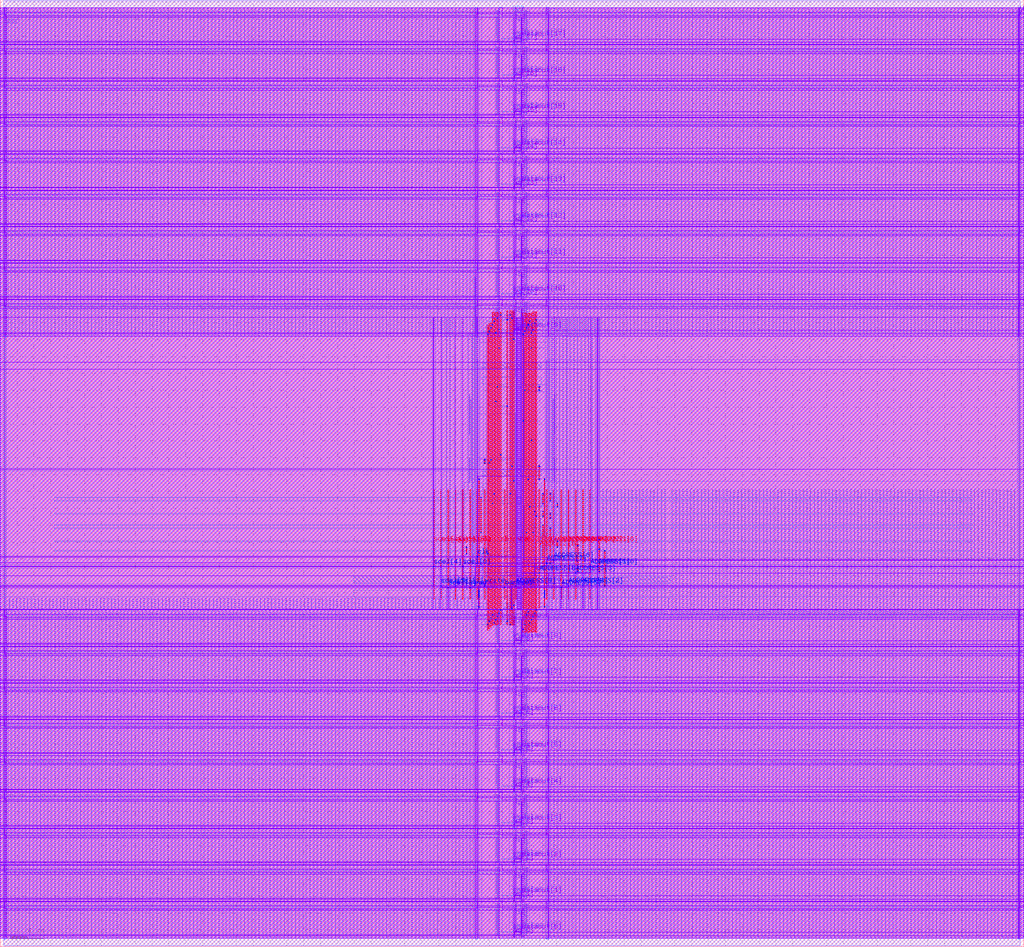
<source format=lef>
VERSION 5.8 ;
BUSBITCHARS "[]" ; 
DIVIDERCHAR "/" ; 


PROPERTYDEFINITIONS 
  MACRO CatenaDesignType STRING ; 
END PROPERTYDEFINITIONS 


MACRO srambank_256x4x18_6t122 
  CLASS BLOCK ; 
  ORIGIN 0 0 ; 
  FOREIGN srambank_256x4x18_6t122 0 0 ; 
  SIZE 121.392 BY 112.32 ; 
  SYMMETRY X Y ; 
  SITE coreSite ; 
  PIN VDD 
    DIRECTION INOUT ; 
    USE POWER ; 
    PORT 
      LAYER M4 ; 
        RECT 0.416 4.688 121.032 4.88 ; 
        RECT 0.416 9.008 121.032 9.2 ; 
        RECT 0.416 13.328 121.032 13.52 ; 
        RECT 0.416 17.648 121.032 17.84 ; 
        RECT 0.416 21.968 121.032 22.16 ; 
        RECT 0.416 26.288 121.032 26.48 ; 
        RECT 0.416 30.608 121.032 30.8 ; 
        RECT 0.416 34.928 121.032 35.12 ; 
        RECT 0.416 39.248 121.032 39.44 ; 
        RECT 0.416 76.076 121.032 76.268 ; 
        RECT 0.416 80.396 121.032 80.588 ; 
        RECT 0.416 84.716 121.032 84.908 ; 
        RECT 0.416 89.036 121.032 89.228 ; 
        RECT 0.416 93.356 121.032 93.548 ; 
        RECT 0.416 97.676 121.032 97.868 ; 
        RECT 0.416 101.996 121.032 102.188 ; 
        RECT 0.416 106.316 121.032 106.508 ; 
        RECT 0.416 110.636 121.032 110.828 ; 
      LAYER M3 ; 
        RECT 120.872 0.866 120.944 5.506 ; 
        RECT 64.784 0.868 64.856 5.504 ; 
        RECT 59.168 1.012 59.528 5.474 ; 
        RECT 56.576 0.868 56.648 5.504 ; 
        RECT 0.488 0.866 0.56 5.506 ; 
        RECT 120.872 5.186 120.944 9.826 ; 
        RECT 64.784 5.188 64.856 9.824 ; 
        RECT 59.168 5.332 59.528 9.794 ; 
        RECT 56.576 5.188 56.648 9.824 ; 
        RECT 0.488 5.186 0.56 9.826 ; 
        RECT 120.872 9.506 120.944 14.146 ; 
        RECT 64.784 9.508 64.856 14.144 ; 
        RECT 59.168 9.652 59.528 14.114 ; 
        RECT 56.576 9.508 56.648 14.144 ; 
        RECT 0.488 9.506 0.56 14.146 ; 
        RECT 120.872 13.826 120.944 18.466 ; 
        RECT 64.784 13.828 64.856 18.464 ; 
        RECT 59.168 13.972 59.528 18.434 ; 
        RECT 56.576 13.828 56.648 18.464 ; 
        RECT 0.488 13.826 0.56 18.466 ; 
        RECT 120.872 18.146 120.944 22.786 ; 
        RECT 64.784 18.148 64.856 22.784 ; 
        RECT 59.168 18.292 59.528 22.754 ; 
        RECT 56.576 18.148 56.648 22.784 ; 
        RECT 0.488 18.146 0.56 22.786 ; 
        RECT 120.872 22.466 120.944 27.106 ; 
        RECT 64.784 22.468 64.856 27.104 ; 
        RECT 59.168 22.612 59.528 27.074 ; 
        RECT 56.576 22.468 56.648 27.104 ; 
        RECT 0.488 22.466 0.56 27.106 ; 
        RECT 120.872 26.786 120.944 31.426 ; 
        RECT 64.784 26.788 64.856 31.424 ; 
        RECT 59.168 26.932 59.528 31.394 ; 
        RECT 56.576 26.788 56.648 31.424 ; 
        RECT 0.488 26.786 0.56 31.426 ; 
        RECT 120.872 31.106 120.944 35.746 ; 
        RECT 64.784 31.108 64.856 35.744 ; 
        RECT 59.168 31.252 59.528 35.714 ; 
        RECT 56.576 31.108 56.648 35.744 ; 
        RECT 0.488 31.106 0.56 35.746 ; 
        RECT 120.872 35.426 120.944 40.066 ; 
        RECT 64.784 35.428 64.856 40.064 ; 
        RECT 59.168 35.572 59.528 40.034 ; 
        RECT 56.576 35.428 56.648 40.064 ; 
        RECT 0.488 35.426 0.56 40.066 ; 
        RECT 56.196 55.22 56.268 79.474 ; 
        RECT 120.872 72.254 120.944 76.894 ; 
        RECT 64.784 72.256 64.856 76.892 ; 
        RECT 59.168 72.4 59.528 76.862 ; 
        RECT 56.576 72.256 56.648 76.892 ; 
        RECT 0.488 72.254 0.56 76.894 ; 
        RECT 120.872 76.574 120.944 81.214 ; 
        RECT 64.784 76.576 64.856 81.212 ; 
        RECT 59.168 76.72 59.528 81.182 ; 
        RECT 56.576 76.576 56.648 81.212 ; 
        RECT 0.488 76.574 0.56 81.214 ; 
        RECT 120.872 80.894 120.944 85.534 ; 
        RECT 64.784 80.896 64.856 85.532 ; 
        RECT 59.168 81.04 59.528 85.502 ; 
        RECT 56.576 80.896 56.648 85.532 ; 
        RECT 0.488 80.894 0.56 85.534 ; 
        RECT 120.872 85.214 120.944 89.854 ; 
        RECT 64.784 85.216 64.856 89.852 ; 
        RECT 59.168 85.36 59.528 89.822 ; 
        RECT 56.576 85.216 56.648 89.852 ; 
        RECT 0.488 85.214 0.56 89.854 ; 
        RECT 120.872 89.534 120.944 94.174 ; 
        RECT 64.784 89.536 64.856 94.172 ; 
        RECT 59.168 89.68 59.528 94.142 ; 
        RECT 56.576 89.536 56.648 94.172 ; 
        RECT 0.488 89.534 0.56 94.174 ; 
        RECT 120.872 93.854 120.944 98.494 ; 
        RECT 64.784 93.856 64.856 98.492 ; 
        RECT 59.168 94 59.528 98.462 ; 
        RECT 56.576 93.856 56.648 98.492 ; 
        RECT 0.488 93.854 0.56 98.494 ; 
        RECT 120.872 98.174 120.944 102.814 ; 
        RECT 64.784 98.176 64.856 102.812 ; 
        RECT 59.168 98.32 59.528 102.782 ; 
        RECT 56.576 98.176 56.648 102.812 ; 
        RECT 0.488 98.174 0.56 102.814 ; 
        RECT 120.872 102.494 120.944 107.134 ; 
        RECT 64.784 102.496 64.856 107.132 ; 
        RECT 59.168 102.64 59.528 107.102 ; 
        RECT 56.576 102.496 56.648 107.132 ; 
        RECT 0.488 102.494 0.56 107.134 ; 
        RECT 120.872 106.814 120.944 111.454 ; 
        RECT 64.784 106.816 64.856 111.452 ; 
        RECT 59.168 106.96 59.528 111.422 ; 
        RECT 56.576 106.816 56.648 111.452 ; 
        RECT 0.488 106.814 0.56 111.454 ; 
      LAYER V3 ; 
        RECT 0.488 4.688 0.56 4.88 ; 
        RECT 56.576 4.688 56.648 4.88 ; 
        RECT 59.168 4.688 59.528 4.88 ; 
        RECT 64.784 4.688 64.856 4.88 ; 
        RECT 120.872 4.688 120.944 4.88 ; 
        RECT 0.488 9.008 0.56 9.2 ; 
        RECT 56.576 9.008 56.648 9.2 ; 
        RECT 59.168 9.008 59.528 9.2 ; 
        RECT 64.784 9.008 64.856 9.2 ; 
        RECT 120.872 9.008 120.944 9.2 ; 
        RECT 0.488 13.328 0.56 13.52 ; 
        RECT 56.576 13.328 56.648 13.52 ; 
        RECT 59.168 13.328 59.528 13.52 ; 
        RECT 64.784 13.328 64.856 13.52 ; 
        RECT 120.872 13.328 120.944 13.52 ; 
        RECT 0.488 17.648 0.56 17.84 ; 
        RECT 56.576 17.648 56.648 17.84 ; 
        RECT 59.168 17.648 59.528 17.84 ; 
        RECT 64.784 17.648 64.856 17.84 ; 
        RECT 120.872 17.648 120.944 17.84 ; 
        RECT 0.488 21.968 0.56 22.16 ; 
        RECT 56.576 21.968 56.648 22.16 ; 
        RECT 59.168 21.968 59.528 22.16 ; 
        RECT 64.784 21.968 64.856 22.16 ; 
        RECT 120.872 21.968 120.944 22.16 ; 
        RECT 0.488 26.288 0.56 26.48 ; 
        RECT 56.576 26.288 56.648 26.48 ; 
        RECT 59.168 26.288 59.528 26.48 ; 
        RECT 64.784 26.288 64.856 26.48 ; 
        RECT 120.872 26.288 120.944 26.48 ; 
        RECT 0.488 30.608 0.56 30.8 ; 
        RECT 56.576 30.608 56.648 30.8 ; 
        RECT 59.168 30.608 59.528 30.8 ; 
        RECT 64.784 30.608 64.856 30.8 ; 
        RECT 120.872 30.608 120.944 30.8 ; 
        RECT 0.488 34.928 0.56 35.12 ; 
        RECT 56.576 34.928 56.648 35.12 ; 
        RECT 59.168 34.928 59.528 35.12 ; 
        RECT 64.784 34.928 64.856 35.12 ; 
        RECT 120.872 34.928 120.944 35.12 ; 
        RECT 0.488 39.248 0.56 39.44 ; 
        RECT 56.576 39.248 56.648 39.44 ; 
        RECT 59.168 39.248 59.528 39.44 ; 
        RECT 64.784 39.248 64.856 39.44 ; 
        RECT 120.872 39.248 120.944 39.44 ; 
        RECT 0.488 76.076 0.56 76.268 ; 
        RECT 56.576 76.076 56.648 76.268 ; 
        RECT 59.168 76.076 59.528 76.268 ; 
        RECT 64.784 76.076 64.856 76.268 ; 
        RECT 120.872 76.076 120.944 76.268 ; 
        RECT 0.488 80.396 0.56 80.588 ; 
        RECT 56.576 80.396 56.648 80.588 ; 
        RECT 59.168 80.396 59.528 80.588 ; 
        RECT 64.784 80.396 64.856 80.588 ; 
        RECT 120.872 80.396 120.944 80.588 ; 
        RECT 0.488 84.716 0.56 84.908 ; 
        RECT 56.576 84.716 56.648 84.908 ; 
        RECT 59.168 84.716 59.528 84.908 ; 
        RECT 64.784 84.716 64.856 84.908 ; 
        RECT 120.872 84.716 120.944 84.908 ; 
        RECT 0.488 89.036 0.56 89.228 ; 
        RECT 56.576 89.036 56.648 89.228 ; 
        RECT 59.168 89.036 59.528 89.228 ; 
        RECT 64.784 89.036 64.856 89.228 ; 
        RECT 120.872 89.036 120.944 89.228 ; 
        RECT 0.488 93.356 0.56 93.548 ; 
        RECT 56.576 93.356 56.648 93.548 ; 
        RECT 59.168 93.356 59.528 93.548 ; 
        RECT 64.784 93.356 64.856 93.548 ; 
        RECT 120.872 93.356 120.944 93.548 ; 
        RECT 0.488 97.676 0.56 97.868 ; 
        RECT 56.576 97.676 56.648 97.868 ; 
        RECT 59.168 97.676 59.528 97.868 ; 
        RECT 64.784 97.676 64.856 97.868 ; 
        RECT 120.872 97.676 120.944 97.868 ; 
        RECT 0.488 101.996 0.56 102.188 ; 
        RECT 56.576 101.996 56.648 102.188 ; 
        RECT 59.168 101.996 59.528 102.188 ; 
        RECT 64.784 101.996 64.856 102.188 ; 
        RECT 120.872 101.996 120.944 102.188 ; 
        RECT 0.488 106.316 0.56 106.508 ; 
        RECT 56.576 106.316 56.648 106.508 ; 
        RECT 59.168 106.316 59.528 106.508 ; 
        RECT 64.784 106.316 64.856 106.508 ; 
        RECT 120.872 106.316 120.944 106.508 ; 
        RECT 0.488 110.636 0.56 110.828 ; 
        RECT 56.576 110.636 56.648 110.828 ; 
        RECT 59.168 110.636 59.528 110.828 ; 
        RECT 64.784 110.636 64.856 110.828 ; 
        RECT 120.872 110.636 120.944 110.828 ; 
    END 
  END VDD 
  PIN VSS 
    DIRECTION INOUT ; 
    USE POWER ; 
    PORT 
      LAYER M4 ; 
        RECT 0.416 4.304 121.032 4.496 ; 
        RECT 0.416 8.624 121.032 8.816 ; 
        RECT 0.416 12.944 121.032 13.136 ; 
        RECT 0.416 17.264 121.032 17.456 ; 
        RECT 0.416 21.584 121.032 21.776 ; 
        RECT 0.416 25.904 121.032 26.096 ; 
        RECT 0.416 30.224 121.032 30.416 ; 
        RECT 0.416 34.544 121.032 34.736 ; 
        RECT 0.416 38.864 121.032 39.056 ; 
        RECT 41.904 43.126 79.488 43.99 ; 
        RECT 57.24 55.798 64.152 56.662 ; 
        RECT 57.24 68.47 64.152 69.334 ; 
        RECT 0.416 75.692 121.032 75.884 ; 
        RECT 0.416 80.012 121.032 80.204 ; 
        RECT 0.416 84.332 121.032 84.524 ; 
        RECT 0.416 88.652 121.032 88.844 ; 
        RECT 0.416 92.972 121.032 93.164 ; 
        RECT 0.416 97.292 121.032 97.484 ; 
        RECT 0.416 101.612 121.032 101.804 ; 
        RECT 0.416 105.932 121.032 106.124 ; 
        RECT 0.416 110.252 121.032 110.444 ; 
      LAYER M3 ; 
        RECT 120.728 0.866 120.8 5.506 ; 
        RECT 65 0.866 65.072 5.506 ; 
        RECT 61.94 1.012 62.084 5.47 ; 
        RECT 61.04 1.012 61.148 5.47 ; 
        RECT 56.36 0.866 56.432 5.506 ; 
        RECT 0.632 0.866 0.704 5.506 ; 
        RECT 120.728 5.186 120.8 9.826 ; 
        RECT 65 5.186 65.072 9.826 ; 
        RECT 61.94 5.332 62.084 9.79 ; 
        RECT 61.04 5.332 61.148 9.79 ; 
        RECT 56.36 5.186 56.432 9.826 ; 
        RECT 0.632 5.186 0.704 9.826 ; 
        RECT 120.728 9.506 120.8 14.146 ; 
        RECT 65 9.506 65.072 14.146 ; 
        RECT 61.94 9.652 62.084 14.11 ; 
        RECT 61.04 9.652 61.148 14.11 ; 
        RECT 56.36 9.506 56.432 14.146 ; 
        RECT 0.632 9.506 0.704 14.146 ; 
        RECT 120.728 13.826 120.8 18.466 ; 
        RECT 65 13.826 65.072 18.466 ; 
        RECT 61.94 13.972 62.084 18.43 ; 
        RECT 61.04 13.972 61.148 18.43 ; 
        RECT 56.36 13.826 56.432 18.466 ; 
        RECT 0.632 13.826 0.704 18.466 ; 
        RECT 120.728 18.146 120.8 22.786 ; 
        RECT 65 18.146 65.072 22.786 ; 
        RECT 61.94 18.292 62.084 22.75 ; 
        RECT 61.04 18.292 61.148 22.75 ; 
        RECT 56.36 18.146 56.432 22.786 ; 
        RECT 0.632 18.146 0.704 22.786 ; 
        RECT 120.728 22.466 120.8 27.106 ; 
        RECT 65 22.466 65.072 27.106 ; 
        RECT 61.94 22.612 62.084 27.07 ; 
        RECT 61.04 22.612 61.148 27.07 ; 
        RECT 56.36 22.466 56.432 27.106 ; 
        RECT 0.632 22.466 0.704 27.106 ; 
        RECT 120.728 26.786 120.8 31.426 ; 
        RECT 65 26.786 65.072 31.426 ; 
        RECT 61.94 26.932 62.084 31.39 ; 
        RECT 61.04 26.932 61.148 31.39 ; 
        RECT 56.36 26.786 56.432 31.426 ; 
        RECT 0.632 26.786 0.704 31.426 ; 
        RECT 120.728 31.106 120.8 35.746 ; 
        RECT 65 31.106 65.072 35.746 ; 
        RECT 61.94 31.252 62.084 35.71 ; 
        RECT 61.04 31.252 61.148 35.71 ; 
        RECT 56.36 31.106 56.432 35.746 ; 
        RECT 0.632 31.106 0.704 35.746 ; 
        RECT 120.728 35.426 120.8 40.066 ; 
        RECT 65 35.426 65.072 40.066 ; 
        RECT 61.94 35.572 62.084 40.03 ; 
        RECT 61.04 35.572 61.148 40.03 ; 
        RECT 56.36 35.426 56.432 40.066 ; 
        RECT 0.632 35.426 0.704 40.066 ; 
        RECT 64.98 39.948 65.052 72.776 ; 
        RECT 61.164 40.842 62.1 71.574 ; 
        RECT 56.34 39.948 56.412 79.474 ; 
        RECT 120.728 72.254 120.8 76.894 ; 
        RECT 65 72.254 65.072 76.894 ; 
        RECT 61.94 72.4 62.084 76.858 ; 
        RECT 61.04 72.4 61.148 76.858 ; 
        RECT 56.36 72.254 56.432 76.894 ; 
        RECT 0.632 72.254 0.704 76.894 ; 
        RECT 120.728 76.574 120.8 81.214 ; 
        RECT 65 76.574 65.072 81.214 ; 
        RECT 61.94 76.72 62.084 81.178 ; 
        RECT 61.04 76.72 61.148 81.178 ; 
        RECT 56.36 76.574 56.432 81.214 ; 
        RECT 0.632 76.574 0.704 81.214 ; 
        RECT 120.728 80.894 120.8 85.534 ; 
        RECT 65 80.894 65.072 85.534 ; 
        RECT 61.94 81.04 62.084 85.498 ; 
        RECT 61.04 81.04 61.148 85.498 ; 
        RECT 56.36 80.894 56.432 85.534 ; 
        RECT 0.632 80.894 0.704 85.534 ; 
        RECT 120.728 85.214 120.8 89.854 ; 
        RECT 65 85.214 65.072 89.854 ; 
        RECT 61.94 85.36 62.084 89.818 ; 
        RECT 61.04 85.36 61.148 89.818 ; 
        RECT 56.36 85.214 56.432 89.854 ; 
        RECT 0.632 85.214 0.704 89.854 ; 
        RECT 120.728 89.534 120.8 94.174 ; 
        RECT 65 89.534 65.072 94.174 ; 
        RECT 61.94 89.68 62.084 94.138 ; 
        RECT 61.04 89.68 61.148 94.138 ; 
        RECT 56.36 89.534 56.432 94.174 ; 
        RECT 0.632 89.534 0.704 94.174 ; 
        RECT 120.728 93.854 120.8 98.494 ; 
        RECT 65 93.854 65.072 98.494 ; 
        RECT 61.94 94 62.084 98.458 ; 
        RECT 61.04 94 61.148 98.458 ; 
        RECT 56.36 93.854 56.432 98.494 ; 
        RECT 0.632 93.854 0.704 98.494 ; 
        RECT 120.728 98.174 120.8 102.814 ; 
        RECT 65 98.174 65.072 102.814 ; 
        RECT 61.94 98.32 62.084 102.778 ; 
        RECT 61.04 98.32 61.148 102.778 ; 
        RECT 56.36 98.174 56.432 102.814 ; 
        RECT 0.632 98.174 0.704 102.814 ; 
        RECT 120.728 102.494 120.8 107.134 ; 
        RECT 65 102.494 65.072 107.134 ; 
        RECT 61.94 102.64 62.084 107.098 ; 
        RECT 61.04 102.64 61.148 107.098 ; 
        RECT 56.36 102.494 56.432 107.134 ; 
        RECT 0.632 102.494 0.704 107.134 ; 
        RECT 120.728 106.814 120.8 111.454 ; 
        RECT 65 106.814 65.072 111.454 ; 
        RECT 61.94 106.96 62.084 111.418 ; 
        RECT 61.04 106.96 61.148 111.418 ; 
        RECT 56.36 106.814 56.432 111.454 ; 
        RECT 0.632 106.814 0.704 111.454 ; 
      LAYER V3 ; 
        RECT 0.632 4.304 0.704 4.496 ; 
        RECT 56.36 4.304 56.432 4.496 ; 
        RECT 61.04 4.304 61.148 4.496 ; 
        RECT 61.94 4.304 62.084 4.496 ; 
        RECT 65 4.304 65.072 4.496 ; 
        RECT 120.728 4.304 120.8 4.496 ; 
        RECT 0.632 8.624 0.704 8.816 ; 
        RECT 56.36 8.624 56.432 8.816 ; 
        RECT 61.04 8.624 61.148 8.816 ; 
        RECT 61.94 8.624 62.084 8.816 ; 
        RECT 65 8.624 65.072 8.816 ; 
        RECT 120.728 8.624 120.8 8.816 ; 
        RECT 0.632 12.944 0.704 13.136 ; 
        RECT 56.36 12.944 56.432 13.136 ; 
        RECT 61.04 12.944 61.148 13.136 ; 
        RECT 61.94 12.944 62.084 13.136 ; 
        RECT 65 12.944 65.072 13.136 ; 
        RECT 120.728 12.944 120.8 13.136 ; 
        RECT 0.632 17.264 0.704 17.456 ; 
        RECT 56.36 17.264 56.432 17.456 ; 
        RECT 61.04 17.264 61.148 17.456 ; 
        RECT 61.94 17.264 62.084 17.456 ; 
        RECT 65 17.264 65.072 17.456 ; 
        RECT 120.728 17.264 120.8 17.456 ; 
        RECT 0.632 21.584 0.704 21.776 ; 
        RECT 56.36 21.584 56.432 21.776 ; 
        RECT 61.04 21.584 61.148 21.776 ; 
        RECT 61.94 21.584 62.084 21.776 ; 
        RECT 65 21.584 65.072 21.776 ; 
        RECT 120.728 21.584 120.8 21.776 ; 
        RECT 0.632 25.904 0.704 26.096 ; 
        RECT 56.36 25.904 56.432 26.096 ; 
        RECT 61.04 25.904 61.148 26.096 ; 
        RECT 61.94 25.904 62.084 26.096 ; 
        RECT 65 25.904 65.072 26.096 ; 
        RECT 120.728 25.904 120.8 26.096 ; 
        RECT 0.632 30.224 0.704 30.416 ; 
        RECT 56.36 30.224 56.432 30.416 ; 
        RECT 61.04 30.224 61.148 30.416 ; 
        RECT 61.94 30.224 62.084 30.416 ; 
        RECT 65 30.224 65.072 30.416 ; 
        RECT 120.728 30.224 120.8 30.416 ; 
        RECT 0.632 34.544 0.704 34.736 ; 
        RECT 56.36 34.544 56.432 34.736 ; 
        RECT 61.04 34.544 61.148 34.736 ; 
        RECT 61.94 34.544 62.084 34.736 ; 
        RECT 65 34.544 65.072 34.736 ; 
        RECT 120.728 34.544 120.8 34.736 ; 
        RECT 0.632 38.864 0.704 39.056 ; 
        RECT 56.36 38.864 56.432 39.056 ; 
        RECT 61.04 38.864 61.148 39.056 ; 
        RECT 61.94 38.864 62.084 39.056 ; 
        RECT 65 38.864 65.072 39.056 ; 
        RECT 120.728 38.864 120.8 39.056 ; 
        RECT 56.34 43.126 56.412 43.99 ; 
        RECT 61.18 68.47 61.252 69.334 ; 
        RECT 61.18 55.798 61.252 56.662 ; 
        RECT 61.18 43.126 61.252 43.99 ; 
        RECT 61.388 68.47 61.46 69.334 ; 
        RECT 61.388 55.798 61.46 56.662 ; 
        RECT 61.388 43.126 61.46 43.99 ; 
        RECT 61.596 68.47 61.668 69.334 ; 
        RECT 61.596 55.798 61.668 56.662 ; 
        RECT 61.596 43.126 61.668 43.99 ; 
        RECT 61.804 68.47 61.876 69.334 ; 
        RECT 61.804 55.798 61.876 56.662 ; 
        RECT 61.804 43.126 61.876 43.99 ; 
        RECT 62.012 68.47 62.084 69.334 ; 
        RECT 62.012 55.798 62.084 56.662 ; 
        RECT 62.012 43.126 62.084 43.99 ; 
        RECT 64.98 43.126 65.052 43.99 ; 
        RECT 0.632 75.692 0.704 75.884 ; 
        RECT 56.36 75.692 56.432 75.884 ; 
        RECT 61.04 75.692 61.148 75.884 ; 
        RECT 61.94 75.692 62.084 75.884 ; 
        RECT 65 75.692 65.072 75.884 ; 
        RECT 120.728 75.692 120.8 75.884 ; 
        RECT 0.632 80.012 0.704 80.204 ; 
        RECT 56.36 80.012 56.432 80.204 ; 
        RECT 61.04 80.012 61.148 80.204 ; 
        RECT 61.94 80.012 62.084 80.204 ; 
        RECT 65 80.012 65.072 80.204 ; 
        RECT 120.728 80.012 120.8 80.204 ; 
        RECT 0.632 84.332 0.704 84.524 ; 
        RECT 56.36 84.332 56.432 84.524 ; 
        RECT 61.04 84.332 61.148 84.524 ; 
        RECT 61.94 84.332 62.084 84.524 ; 
        RECT 65 84.332 65.072 84.524 ; 
        RECT 120.728 84.332 120.8 84.524 ; 
        RECT 0.632 88.652 0.704 88.844 ; 
        RECT 56.36 88.652 56.432 88.844 ; 
        RECT 61.04 88.652 61.148 88.844 ; 
        RECT 61.94 88.652 62.084 88.844 ; 
        RECT 65 88.652 65.072 88.844 ; 
        RECT 120.728 88.652 120.8 88.844 ; 
        RECT 0.632 92.972 0.704 93.164 ; 
        RECT 56.36 92.972 56.432 93.164 ; 
        RECT 61.04 92.972 61.148 93.164 ; 
        RECT 61.94 92.972 62.084 93.164 ; 
        RECT 65 92.972 65.072 93.164 ; 
        RECT 120.728 92.972 120.8 93.164 ; 
        RECT 0.632 97.292 0.704 97.484 ; 
        RECT 56.36 97.292 56.432 97.484 ; 
        RECT 61.04 97.292 61.148 97.484 ; 
        RECT 61.94 97.292 62.084 97.484 ; 
        RECT 65 97.292 65.072 97.484 ; 
        RECT 120.728 97.292 120.8 97.484 ; 
        RECT 0.632 101.612 0.704 101.804 ; 
        RECT 56.36 101.612 56.432 101.804 ; 
        RECT 61.04 101.612 61.148 101.804 ; 
        RECT 61.94 101.612 62.084 101.804 ; 
        RECT 65 101.612 65.072 101.804 ; 
        RECT 120.728 101.612 120.8 101.804 ; 
        RECT 0.632 105.932 0.704 106.124 ; 
        RECT 56.36 105.932 56.432 106.124 ; 
        RECT 61.04 105.932 61.148 106.124 ; 
        RECT 61.94 105.932 62.084 106.124 ; 
        RECT 65 105.932 65.072 106.124 ; 
        RECT 120.728 105.932 120.8 106.124 ; 
        RECT 0.632 110.252 0.704 110.444 ; 
        RECT 56.36 110.252 56.432 110.444 ; 
        RECT 61.04 110.252 61.148 110.444 ; 
        RECT 61.94 110.252 62.084 110.444 ; 
        RECT 65 110.252 65.072 110.444 ; 
        RECT 120.728 110.252 120.8 110.444 ; 
    END 
  END VSS 
  PIN ADDRESS[0] 
    DIRECTION INPUT ; 
    USE SIGNAL ; 
    PORT 
      LAYER M3 ; 
        RECT 70.812 45.014 70.884 45.162 ; 
      LAYER M4 ; 
        RECT 70.604 45.046 70.94 45.142 ; 
      LAYER M5 ; 
        RECT 70.8 41.242 70.896 54.202 ; 
      LAYER V3 ; 
        RECT 70.812 45.046 70.884 45.142 ; 
      LAYER V4 ; 
        RECT 70.8 45.046 70.896 45.142 ; 
    END 
  END ADDRESS[0] 
  PIN ADDRESS[1] 
    DIRECTION INPUT ; 
    USE SIGNAL ; 
    PORT 
      LAYER M3 ; 
        RECT 69.948 45.026 70.02 45.174 ; 
      LAYER M4 ; 
        RECT 69.74 45.046 70.076 45.142 ; 
      LAYER M5 ; 
        RECT 69.936 41.242 70.032 54.202 ; 
      LAYER V3 ; 
        RECT 69.948 45.046 70.02 45.142 ; 
      LAYER V4 ; 
        RECT 69.936 45.046 70.032 45.142 ; 
    END 
  END ADDRESS[1] 
  PIN ADDRESS[2] 
    DIRECTION INPUT ; 
    USE SIGNAL ; 
    PORT 
      LAYER M3 ; 
        RECT 69.084 42.71 69.156 42.858 ; 
      LAYER M4 ; 
        RECT 68.876 42.742 69.212 42.838 ; 
      LAYER M5 ; 
        RECT 69.072 41.242 69.168 54.202 ; 
      LAYER V3 ; 
        RECT 69.084 42.742 69.156 42.838 ; 
      LAYER V4 ; 
        RECT 69.072 42.742 69.168 42.838 ; 
    END 
  END ADDRESS[2] 
  PIN ADDRESS[3] 
    DIRECTION INPUT ; 
    USE SIGNAL ; 
    PORT 
      LAYER M3 ; 
        RECT 68.22 43.67 68.292 44.394 ; 
      LAYER M4 ; 
        RECT 68.012 44.278 68.348 44.374 ; 
      LAYER M5 ; 
        RECT 68.208 41.242 68.304 54.202 ; 
      LAYER V3 ; 
        RECT 68.22 44.278 68.292 44.374 ; 
      LAYER V4 ; 
        RECT 68.208 44.278 68.304 44.374 ; 
    END 
  END ADDRESS[3] 
  PIN ADDRESS[4] 
    DIRECTION INPUT ; 
    USE SIGNAL ; 
    PORT 
      LAYER M3 ; 
        RECT 67.356 42.722 67.428 42.99 ; 
      LAYER M4 ; 
        RECT 67.148 42.742 67.484 42.838 ; 
      LAYER M5 ; 
        RECT 67.344 41.242 67.44 54.202 ; 
      LAYER V3 ; 
        RECT 67.356 42.742 67.428 42.838 ; 
      LAYER V4 ; 
        RECT 67.344 42.742 67.44 42.838 ; 
    END 
  END ADDRESS[4] 
  PIN ADDRESS[5] 
    DIRECTION INPUT ; 
    USE SIGNAL ; 
    PORT 
      LAYER M3 ; 
        RECT 66.492 41.654 66.564 42.666 ; 
      LAYER M4 ; 
        RECT 66.284 42.55 66.62 42.646 ; 
      LAYER M5 ; 
        RECT 66.48 41.242 66.576 54.202 ; 
      LAYER V3 ; 
        RECT 66.492 42.55 66.564 42.646 ; 
      LAYER V4 ; 
        RECT 66.48 42.55 66.576 42.646 ; 
    END 
  END ADDRESS[5] 
  PIN ADDRESS[6] 
    DIRECTION INPUT ; 
    USE SIGNAL ; 
    PORT 
      LAYER M3 ; 
        RECT 65.628 45.794 65.7 45.942 ; 
      LAYER M4 ; 
        RECT 65.42 45.814 65.756 45.91 ; 
      LAYER M5 ; 
        RECT 65.616 41.242 65.712 54.202 ; 
      LAYER V3 ; 
        RECT 65.628 45.814 65.7 45.91 ; 
      LAYER V4 ; 
        RECT 65.616 45.814 65.712 45.91 ; 
    END 
  END ADDRESS[6] 
  PIN ADDRESS[7] 
    DIRECTION INPUT ; 
    USE SIGNAL ; 
    PORT 
      LAYER M3 ; 
        RECT 64.764 45.182 64.836 45.546 ; 
      LAYER M4 ; 
        RECT 64.556 45.43 64.892 45.526 ; 
      LAYER M5 ; 
        RECT 64.752 41.242 64.848 54.202 ; 
      LAYER V3 ; 
        RECT 64.764 45.43 64.836 45.526 ; 
      LAYER V4 ; 
        RECT 64.752 45.43 64.848 45.526 ; 
    END 
  END ADDRESS[7] 
  PIN ADDRESS[8] 
    DIRECTION INPUT ; 
    USE SIGNAL ; 
    PORT 
      LAYER M3 ; 
        RECT 63.324 43.814 63.396 44.394 ; 
      LAYER M4 ; 
        RECT 63.28 44.278 64.028 44.374 ; 
      LAYER M5 ; 
        RECT 63.888 40.206 63.984 54.202 ; 
      LAYER V3 ; 
        RECT 63.324 44.278 63.396 44.374 ; 
      LAYER V4 ; 
        RECT 63.888 44.278 63.984 44.374 ; 
    END 
  END ADDRESS[8] 
  PIN ADDRESS[9] 
    DIRECTION INPUT ; 
    USE SIGNAL ; 
    PORT 
      LAYER M3 ; 
        RECT 62.172 42.722 62.244 42.99 ; 
      LAYER M4 ; 
        RECT 61.036 42.742 62.288 42.838 ; 
      LAYER M5 ; 
        RECT 61.08 41.242 61.176 54.202 ; 
      LAYER V3 ; 
        RECT 62.172 42.742 62.244 42.838 ; 
      LAYER V4 ; 
        RECT 61.08 42.742 61.176 42.838 ; 
    END 
  END ADDRESS[9] 
  PIN banksel 
    DIRECTION INPUT ; 
    USE SIGNAL ; 
    PORT 
      LAYER M3 ; 
        RECT 60.588 41.654 60.66 42.666 ; 
      LAYER M4 ; 
        RECT 59.74 42.55 60.704 42.646 ; 
      LAYER M5 ; 
        RECT 59.784 41.242 59.88 54.202 ; 
      LAYER V3 ; 
        RECT 60.588 42.55 60.66 42.646 ; 
      LAYER V4 ; 
        RECT 59.784 42.55 59.88 42.646 ; 
    END 
  END banksel 
  PIN clk 
    DIRECTION INPUT ; 
    USE SIGNAL ; 
    PORT 
      LAYER M3 ; 
        RECT 56.556 46.178 56.628 46.374 ; 
      LAYER M4 ; 
        RECT 56.348 46.198 56.684 46.294 ; 
      LAYER M5 ; 
        RECT 56.544 41.242 56.64 54.202 ; 
      LAYER V3 ; 
        RECT 56.556 46.198 56.628 46.294 ; 
      LAYER V4 ; 
        RECT 56.544 46.198 56.64 46.294 ; 
    END 
  END clk 
  PIN write 
    DIRECTION INPUT ; 
    USE SIGNAL ; 
    PORT 
      LAYER M3 ; 
        RECT 57.42 42.722 57.492 42.99 ; 
      LAYER M4 ; 
        RECT 57.212 42.742 57.548 42.838 ; 
      LAYER M5 ; 
        RECT 57.408 41.242 57.504 54.202 ; 
      LAYER V3 ; 
        RECT 57.42 42.742 57.492 42.838 ; 
      LAYER V4 ; 
        RECT 57.408 42.742 57.504 42.838 ; 
    END 
  END write 
  PIN read 
    DIRECTION INPUT ; 
    USE SIGNAL ; 
    PORT 
      LAYER M3 ; 
        RECT 56.7 41.654 56.772 42.666 ; 
      LAYER M4 ; 
        RECT 55.636 42.55 56.816 42.646 ; 
      LAYER M5 ; 
        RECT 55.68 41.242 55.776 54.202 ; 
      LAYER V3 ; 
        RECT 56.7 42.55 56.772 42.646 ; 
      LAYER V4 ; 
        RECT 55.68 42.55 55.776 42.646 ; 
    END 
  END read 
  PIN sdel[0] 
    DIRECTION INPUT ; 
    USE SIGNAL ; 
    PORT 
      LAYER M3 ; 
        RECT 54.828 45.014 54.9 45.162 ; 
      LAYER M4 ; 
        RECT 54.62 45.046 54.956 45.142 ; 
      LAYER M5 ; 
        RECT 54.816 41.242 54.912 54.202 ; 
      LAYER V3 ; 
        RECT 54.828 45.046 54.9 45.142 ; 
      LAYER V4 ; 
        RECT 54.816 45.046 54.912 45.142 ; 
    END 
  END sdel[0] 
  PIN sdel[1] 
    DIRECTION INPUT ; 
    USE SIGNAL ; 
    PORT 
      LAYER M3 ; 
        RECT 53.964 42.722 54.036 43.638 ; 
      LAYER M4 ; 
        RECT 53.756 42.742 54.092 42.838 ; 
      LAYER M5 ; 
        RECT 53.952 41.242 54.048 54.202 ; 
      LAYER V3 ; 
        RECT 53.964 42.742 54.036 42.838 ; 
      LAYER V4 ; 
        RECT 53.952 42.742 54.048 42.838 ; 
    END 
  END sdel[1] 
  PIN sdel[2] 
    DIRECTION INPUT ; 
    USE SIGNAL ; 
    PORT 
      LAYER M3 ; 
        RECT 53.1 41.654 53.172 42.666 ; 
      LAYER M4 ; 
        RECT 52.892 42.55 53.228 42.646 ; 
      LAYER M5 ; 
        RECT 53.088 41.242 53.184 54.202 ; 
      LAYER V3 ; 
        RECT 53.1 42.55 53.172 42.646 ; 
      LAYER V4 ; 
        RECT 53.088 42.55 53.184 42.646 ; 
    END 
  END sdel[2] 
  PIN sdel[3] 
    DIRECTION INPUT ; 
    USE SIGNAL ; 
    PORT 
      LAYER M3 ; 
        RECT 52.236 42.71 52.308 42.858 ; 
      LAYER M4 ; 
        RECT 52.028 42.742 52.364 42.838 ; 
      LAYER M5 ; 
        RECT 52.224 41.242 52.32 54.202 ; 
      LAYER V3 ; 
        RECT 52.236 42.742 52.308 42.838 ; 
      LAYER V4 ; 
        RECT 52.224 42.742 52.32 42.838 ; 
    END 
  END sdel[3] 
  PIN sdel[4] 
    DIRECTION INPUT ; 
    USE SIGNAL ; 
    PORT 
      LAYER M3 ; 
        RECT 51.372 45.014 51.444 45.162 ; 
      LAYER M4 ; 
        RECT 51.164 45.046 51.5 45.142 ; 
      LAYER M5 ; 
        RECT 51.36 41.242 51.456 54.202 ; 
      LAYER V3 ; 
        RECT 51.372 45.046 51.444 45.142 ; 
      LAYER V4 ; 
        RECT 51.36 45.046 51.456 45.142 ; 
    END 
  END sdel[4] 
  PIN dataout[14] 
    DIRECTION OUTPUT ; 
    USE SIGNAL ; 
    PORT 
      LAYER M3 ; 
        RECT 61.796 94.498 61.868 95.456 ; 
      LAYER M4 ; 
        RECT 59.444 94.7 62.036 94.796 ; 
      LAYER V3 ; 
        RECT 61.796 94.7 61.868 94.796 ; 
    END 
  END dataout[14] 
  PIN dataout[13] 
    DIRECTION OUTPUT ; 
    USE SIGNAL ; 
    PORT 
      LAYER M3 ; 
        RECT 61.796 90.178 61.868 91.136 ; 
      LAYER M4 ; 
        RECT 59.444 90.38 62.036 90.476 ; 
      LAYER V3 ; 
        RECT 61.796 90.38 61.868 90.476 ; 
    END 
  END dataout[13] 
  PIN dataout[12] 
    DIRECTION OUTPUT ; 
    USE SIGNAL ; 
    PORT 
      LAYER M3 ; 
        RECT 61.796 85.858 61.868 86.816 ; 
      LAYER M4 ; 
        RECT 59.444 86.06 62.036 86.156 ; 
      LAYER V3 ; 
        RECT 61.796 86.06 61.868 86.156 ; 
    END 
  END dataout[12] 
  PIN dataout[11] 
    DIRECTION OUTPUT ; 
    USE SIGNAL ; 
    PORT 
      LAYER M3 ; 
        RECT 61.796 81.538 61.868 82.496 ; 
      LAYER M4 ; 
        RECT 59.444 81.74 62.036 81.836 ; 
      LAYER V3 ; 
        RECT 61.796 81.74 61.868 81.836 ; 
    END 
  END dataout[11] 
  PIN dataout[10] 
    DIRECTION OUTPUT ; 
    USE SIGNAL ; 
    PORT 
      LAYER M3 ; 
        RECT 61.796 77.218 61.868 78.176 ; 
      LAYER M4 ; 
        RECT 59.444 77.42 62.036 77.516 ; 
      LAYER V3 ; 
        RECT 61.796 77.42 61.868 77.516 ; 
    END 
  END dataout[10] 
  PIN dataout[0] 
    DIRECTION OUTPUT ; 
    USE SIGNAL ; 
    PORT 
      LAYER M3 ; 
        RECT 61.796 1.51 61.868 2.468 ; 
      LAYER M4 ; 
        RECT 59.444 1.712 62.036 1.808 ; 
      LAYER V3 ; 
        RECT 61.796 1.712 61.868 1.808 ; 
    END 
  END dataout[0] 
  PIN dataout[15] 
    DIRECTION OUTPUT ; 
    USE SIGNAL ; 
    PORT 
      LAYER M3 ; 
        RECT 61.796 98.818 61.868 99.776 ; 
      LAYER M4 ; 
        RECT 59.444 99.02 62.036 99.116 ; 
      LAYER V3 ; 
        RECT 61.796 99.02 61.868 99.116 ; 
    END 
  END dataout[15] 
  PIN dataout[16] 
    DIRECTION OUTPUT ; 
    USE SIGNAL ; 
    PORT 
      LAYER M3 ; 
        RECT 61.796 103.138 61.868 104.096 ; 
      LAYER M4 ; 
        RECT 59.444 103.34 62.036 103.436 ; 
      LAYER V3 ; 
        RECT 61.796 103.34 61.868 103.436 ; 
    END 
  END dataout[16] 
  PIN dataout[17] 
    DIRECTION OUTPUT ; 
    USE SIGNAL ; 
    PORT 
      LAYER M3 ; 
        RECT 61.796 107.458 61.868 108.416 ; 
      LAYER M4 ; 
        RECT 59.444 107.66 62.036 107.756 ; 
      LAYER V3 ; 
        RECT 61.796 107.66 61.868 107.756 ; 
    END 
  END dataout[17] 
  PIN dataout[18] 
    DIRECTION OUTPUT ; 
    USE SIGNAL ; 
    PORT 
      LAYER M3 ; 
    END 
  END dataout[18] 
  PIN dataout[19] 
    DIRECTION OUTPUT ; 
    USE SIGNAL ; 
    PORT 
      LAYER M3 ; 
    END 
  END dataout[19] 
  PIN dataout[1] 
    DIRECTION OUTPUT ; 
    USE SIGNAL ; 
    PORT 
      LAYER M3 ; 
        RECT 61.796 5.83 61.868 6.788 ; 
      LAYER M4 ; 
        RECT 59.444 6.032 62.036 6.128 ; 
      LAYER V3 ; 
        RECT 61.796 6.032 61.868 6.128 ; 
    END 
  END dataout[1] 
  PIN dataout[20] 
    DIRECTION OUTPUT ; 
    USE SIGNAL ; 
    PORT 
      LAYER M3 ; 
    END 
  END dataout[20] 
  PIN dataout[21] 
    DIRECTION OUTPUT ; 
    USE SIGNAL ; 
    PORT 
      LAYER M3 ; 
    END 
  END dataout[21] 
  PIN dataout[22] 
    DIRECTION OUTPUT ; 
    USE SIGNAL ; 
    PORT 
      LAYER M3 ; 
    END 
  END dataout[22] 
  PIN dataout[23] 
    DIRECTION OUTPUT ; 
    USE SIGNAL ; 
    PORT 
      LAYER M3 ; 
    END 
  END dataout[23] 
  PIN dataout[24] 
    DIRECTION OUTPUT ; 
    USE SIGNAL ; 
    PORT 
      LAYER M3 ; 
    END 
  END dataout[24] 
  PIN dataout[25] 
    DIRECTION OUTPUT ; 
    USE SIGNAL ; 
    PORT 
      LAYER M3 ; 
    END 
  END dataout[25] 
  PIN dataout[26] 
    DIRECTION OUTPUT ; 
    USE SIGNAL ; 
    PORT 
      LAYER M3 ; 
    END 
  END dataout[26] 
  PIN dataout[27] 
    DIRECTION OUTPUT ; 
    USE SIGNAL ; 
    PORT 
      LAYER M3 ; 
    END 
  END dataout[27] 
  PIN dataout[28] 
    DIRECTION OUTPUT ; 
    USE SIGNAL ; 
    PORT 
      LAYER M3 ; 
    END 
  END dataout[28] 
  PIN dataout[29] 
    DIRECTION OUTPUT ; 
    USE SIGNAL ; 
    PORT 
      LAYER M3 ; 
    END 
  END dataout[29] 
  PIN dataout[2] 
    DIRECTION OUTPUT ; 
    USE SIGNAL ; 
    PORT 
      LAYER M3 ; 
        RECT 61.796 10.15 61.868 11.108 ; 
      LAYER M4 ; 
        RECT 59.444 10.352 62.036 10.448 ; 
      LAYER V3 ; 
        RECT 61.796 10.352 61.868 10.448 ; 
    END 
  END dataout[2] 
  PIN dataout[30] 
    DIRECTION OUTPUT ; 
    USE SIGNAL ; 
    PORT 
      LAYER M3 ; 
    END 
  END dataout[30] 
  PIN dataout[31] 
    DIRECTION OUTPUT ; 
    USE SIGNAL ; 
    PORT 
      LAYER M3 ; 
    END 
  END dataout[31] 
  PIN dataout[32] 
    DIRECTION OUTPUT ; 
    USE SIGNAL ; 
    PORT 
      LAYER M3 ; 
    END 
  END dataout[32] 
  PIN dataout[33] 
    DIRECTION OUTPUT ; 
    USE SIGNAL ; 
    PORT 
      LAYER M3 ; 
    END 
  END dataout[33] 
  PIN dataout[34] 
    DIRECTION OUTPUT ; 
    USE SIGNAL ; 
    PORT 
      LAYER M3 ; 
    END 
  END dataout[34] 
  PIN dataout[35] 
    DIRECTION OUTPUT ; 
    USE SIGNAL ; 
    PORT 
      LAYER M3 ; 
    END 
  END dataout[35] 
  PIN dataout[36] 
    DIRECTION OUTPUT ; 
    USE SIGNAL ; 
    PORT 
      LAYER M3 ; 
    END 
  END dataout[36] 
  PIN dataout[37] 
    DIRECTION OUTPUT ; 
    USE SIGNAL ; 
    PORT 
      LAYER M3 ; 
    END 
  END dataout[37] 
  PIN dataout[38] 
    DIRECTION OUTPUT ; 
    USE SIGNAL ; 
    PORT 
      LAYER M3 ; 
    END 
  END dataout[38] 
  PIN dataout[39] 
    DIRECTION OUTPUT ; 
    USE SIGNAL ; 
    PORT 
      LAYER M3 ; 
    END 
  END dataout[39] 
  PIN dataout[3] 
    DIRECTION OUTPUT ; 
    USE SIGNAL ; 
    PORT 
      LAYER M3 ; 
        RECT 61.796 14.47 61.868 15.428 ; 
      LAYER M4 ; 
        RECT 59.444 14.672 62.036 14.768 ; 
      LAYER V3 ; 
        RECT 61.796 14.672 61.868 14.768 ; 
    END 
  END dataout[3] 
  PIN dataout[40] 
    DIRECTION OUTPUT ; 
    USE SIGNAL ; 
    PORT 
      LAYER M3 ; 
    END 
  END dataout[40] 
  PIN dataout[41] 
    DIRECTION OUTPUT ; 
    USE SIGNAL ; 
    PORT 
      LAYER M3 ; 
    END 
  END dataout[41] 
  PIN dataout[42] 
    DIRECTION OUTPUT ; 
    USE SIGNAL ; 
    PORT 
      LAYER M3 ; 
    END 
  END dataout[42] 
  PIN dataout[43] 
    DIRECTION OUTPUT ; 
    USE SIGNAL ; 
    PORT 
      LAYER M3 ; 
    END 
  END dataout[43] 
  PIN dataout[44] 
    DIRECTION OUTPUT ; 
    USE SIGNAL ; 
    PORT 
      LAYER M3 ; 
    END 
  END dataout[44] 
  PIN dataout[45] 
    DIRECTION OUTPUT ; 
    USE SIGNAL ; 
    PORT 
      LAYER M3 ; 
    END 
  END dataout[45] 
  PIN dataout[46] 
    DIRECTION OUTPUT ; 
    USE SIGNAL ; 
    PORT 
      LAYER M3 ; 
    END 
  END dataout[46] 
  PIN dataout[47] 
    DIRECTION OUTPUT ; 
    USE SIGNAL ; 
    PORT 
      LAYER M3 ; 
    END 
  END dataout[47] 
  PIN dataout[48] 
    DIRECTION OUTPUT ; 
    USE SIGNAL ; 
    PORT 
      LAYER M3 ; 
    END 
  END dataout[48] 
  PIN dataout[49] 
    DIRECTION OUTPUT ; 
    USE SIGNAL ; 
    PORT 
      LAYER M3 ; 
    END 
  END dataout[49] 
  PIN dataout[4] 
    DIRECTION OUTPUT ; 
    USE SIGNAL ; 
    PORT 
      LAYER M3 ; 
        RECT 61.796 18.79 61.868 19.748 ; 
      LAYER M4 ; 
        RECT 59.444 18.992 62.036 19.088 ; 
      LAYER V3 ; 
        RECT 61.796 18.992 61.868 19.088 ; 
    END 
  END dataout[4] 
  PIN dataout[50] 
    DIRECTION OUTPUT ; 
    USE SIGNAL ; 
    PORT 
      LAYER M3 ; 
    END 
  END dataout[50] 
  PIN dataout[51] 
    DIRECTION OUTPUT ; 
    USE SIGNAL ; 
    PORT 
      LAYER M3 ; 
    END 
  END dataout[51] 
  PIN dataout[52] 
    DIRECTION OUTPUT ; 
    USE SIGNAL ; 
    PORT 
      LAYER M3 ; 
    END 
  END dataout[52] 
  PIN dataout[53] 
    DIRECTION OUTPUT ; 
    USE SIGNAL ; 
    PORT 
      LAYER M3 ; 
    END 
  END dataout[53] 
  PIN dataout[54] 
    DIRECTION OUTPUT ; 
    USE SIGNAL ; 
    PORT 
      LAYER M3 ; 
    END 
  END dataout[54] 
  PIN dataout[55] 
    DIRECTION OUTPUT ; 
    USE SIGNAL ; 
    PORT 
      LAYER M3 ; 
    END 
  END dataout[55] 
  PIN dataout[56] 
    DIRECTION OUTPUT ; 
    USE SIGNAL ; 
    PORT 
      LAYER M3 ; 
    END 
  END dataout[56] 
  PIN dataout[57] 
    DIRECTION OUTPUT ; 
    USE SIGNAL ; 
    PORT 
      LAYER M3 ; 
    END 
  END dataout[57] 
  PIN dataout[58] 
    DIRECTION OUTPUT ; 
    USE SIGNAL ; 
    PORT 
      LAYER M3 ; 
    END 
  END dataout[58] 
  PIN dataout[59] 
    DIRECTION OUTPUT ; 
    USE SIGNAL ; 
    PORT 
      LAYER M3 ; 
    END 
  END dataout[59] 
  PIN dataout[5] 
    DIRECTION OUTPUT ; 
    USE SIGNAL ; 
    PORT 
      LAYER M3 ; 
        RECT 61.796 23.11 61.868 24.068 ; 
      LAYER M4 ; 
        RECT 59.444 23.312 62.036 23.408 ; 
      LAYER V3 ; 
        RECT 61.796 23.312 61.868 23.408 ; 
    END 
  END dataout[5] 
  PIN dataout[60] 
    DIRECTION OUTPUT ; 
    USE SIGNAL ; 
    PORT 
      LAYER M3 ; 
    END 
  END dataout[60] 
  PIN dataout[61] 
    DIRECTION OUTPUT ; 
    USE SIGNAL ; 
    PORT 
      LAYER M3 ; 
    END 
  END dataout[61] 
  PIN dataout[62] 
    DIRECTION OUTPUT ; 
    USE SIGNAL ; 
    PORT 
      LAYER M3 ; 
    END 
  END dataout[62] 
  PIN dataout[63] 
    DIRECTION OUTPUT ; 
    USE SIGNAL ; 
    PORT 
      LAYER M3 ; 
    END 
  END dataout[63] 
  PIN dataout[6] 
    DIRECTION OUTPUT ; 
    USE SIGNAL ; 
    PORT 
      LAYER M3 ; 
        RECT 61.796 27.43 61.868 28.388 ; 
      LAYER M4 ; 
        RECT 59.444 27.632 62.036 27.728 ; 
      LAYER V3 ; 
        RECT 61.796 27.632 61.868 27.728 ; 
    END 
  END dataout[6] 
  PIN dataout[7] 
    DIRECTION OUTPUT ; 
    USE SIGNAL ; 
    PORT 
      LAYER M3 ; 
        RECT 61.796 31.75 61.868 32.708 ; 
      LAYER M4 ; 
        RECT 59.444 31.952 62.036 32.048 ; 
      LAYER V3 ; 
        RECT 61.796 31.952 61.868 32.048 ; 
    END 
  END dataout[7] 
  PIN dataout[8] 
    DIRECTION OUTPUT ; 
    USE SIGNAL ; 
    PORT 
      LAYER M3 ; 
        RECT 61.796 36.07 61.868 37.028 ; 
      LAYER M4 ; 
        RECT 59.444 36.272 62.036 36.368 ; 
      LAYER V3 ; 
        RECT 61.796 36.272 61.868 36.368 ; 
    END 
  END dataout[8] 
  PIN dataout[9] 
    DIRECTION OUTPUT ; 
    USE SIGNAL ; 
    PORT 
      LAYER M3 ; 
        RECT 61.796 72.898 61.868 73.856 ; 
      LAYER M4 ; 
        RECT 59.444 73.1 62.036 73.196 ; 
      LAYER V3 ; 
        RECT 61.796 73.1 61.868 73.196 ; 
    END 
  END dataout[9] 
  PIN wd[0] 
    DIRECTION INPUT ; 
    USE SIGNAL ; 
    PORT 
      LAYER M3 ; 
        RECT 60.896 1.08 60.968 2.7 ; 
      LAYER M4 ; 
        RECT 59.444 1.328 61.988 1.424 ; 
      LAYER V3 ; 
        RECT 60.896 1.328 60.968 1.424 ; 
    END 
  END wd[0] 
  PIN wd[10] 
    DIRECTION INPUT ; 
    USE SIGNAL ; 
    PORT 
      LAYER M3 ; 
        RECT 60.896 76.788 60.968 78.408 ; 
      LAYER M4 ; 
        RECT 59.444 77.036 61.988 77.132 ; 
      LAYER V3 ; 
        RECT 60.896 77.036 60.968 77.132 ; 
    END 
  END wd[10] 
  PIN wd[11] 
    DIRECTION INPUT ; 
    USE SIGNAL ; 
    PORT 
      LAYER M3 ; 
        RECT 60.896 81.108 60.968 82.728 ; 
      LAYER M4 ; 
        RECT 59.444 81.356 61.988 81.452 ; 
      LAYER V3 ; 
        RECT 60.896 81.356 60.968 81.452 ; 
    END 
  END wd[11] 
  PIN wd[12] 
    DIRECTION INPUT ; 
    USE SIGNAL ; 
    PORT 
      LAYER M3 ; 
        RECT 60.896 85.428 60.968 87.048 ; 
      LAYER M4 ; 
        RECT 59.444 85.676 61.988 85.772 ; 
      LAYER V3 ; 
        RECT 60.896 85.676 60.968 85.772 ; 
    END 
  END wd[12] 
  PIN wd[13] 
    DIRECTION INPUT ; 
    USE SIGNAL ; 
    PORT 
      LAYER M3 ; 
        RECT 60.896 89.748 60.968 91.368 ; 
      LAYER M4 ; 
        RECT 59.444 89.996 61.988 90.092 ; 
      LAYER V3 ; 
        RECT 60.896 89.996 60.968 90.092 ; 
    END 
  END wd[13] 
  PIN wd[14] 
    DIRECTION INPUT ; 
    USE SIGNAL ; 
    PORT 
      LAYER M3 ; 
        RECT 60.896 94.068 60.968 95.688 ; 
      LAYER M4 ; 
        RECT 59.444 94.316 61.988 94.412 ; 
      LAYER V3 ; 
        RECT 60.896 94.316 60.968 94.412 ; 
    END 
  END wd[14] 
  PIN wd[15] 
    DIRECTION INPUT ; 
    USE SIGNAL ; 
    PORT 
      LAYER M3 ; 
        RECT 60.896 98.388 60.968 100.008 ; 
      LAYER M4 ; 
        RECT 59.444 98.636 61.988 98.732 ; 
      LAYER V3 ; 
        RECT 60.896 98.636 60.968 98.732 ; 
    END 
  END wd[15] 
  PIN wd[16] 
    DIRECTION INPUT ; 
    USE SIGNAL ; 
    PORT 
      LAYER M3 ; 
        RECT 60.896 102.708 60.968 104.328 ; 
      LAYER M4 ; 
        RECT 59.444 102.956 61.988 103.052 ; 
      LAYER V3 ; 
        RECT 60.896 102.956 60.968 103.052 ; 
    END 
  END wd[16] 
  PIN wd[17] 
    DIRECTION INPUT ; 
    USE SIGNAL ; 
    PORT 
      LAYER M3 ; 
        RECT 60.896 107.028 60.968 108.648 ; 
      LAYER M4 ; 
        RECT 59.444 107.276 61.988 107.372 ; 
      LAYER V3 ; 
        RECT 60.896 107.276 60.968 107.372 ; 
    END 
  END wd[17] 
  PIN wd[18] 
    DIRECTION INPUT ; 
    USE SIGNAL ; 
    PORT 
      LAYER M3 ; 
    END 
  END wd[18] 
  PIN wd[19] 
    DIRECTION INPUT ; 
    USE SIGNAL ; 
    PORT 
      LAYER M3 ; 
    END 
  END wd[19] 
  PIN wd[1] 
    DIRECTION INPUT ; 
    USE SIGNAL ; 
    PORT 
      LAYER M3 ; 
        RECT 60.896 5.4 60.968 7.02 ; 
      LAYER M4 ; 
        RECT 59.444 5.648 61.988 5.744 ; 
      LAYER V3 ; 
        RECT 60.896 5.648 60.968 5.744 ; 
    END 
  END wd[1] 
  PIN wd[20] 
    DIRECTION INPUT ; 
    USE SIGNAL ; 
    PORT 
      LAYER M3 ; 
    END 
  END wd[20] 
  PIN wd[21] 
    DIRECTION INPUT ; 
    USE SIGNAL ; 
    PORT 
      LAYER M3 ; 
    END 
  END wd[21] 
  PIN wd[22] 
    DIRECTION INPUT ; 
    USE SIGNAL ; 
    PORT 
      LAYER M3 ; 
    END 
  END wd[22] 
  PIN wd[23] 
    DIRECTION INPUT ; 
    USE SIGNAL ; 
    PORT 
      LAYER M3 ; 
    END 
  END wd[23] 
  PIN wd[24] 
    DIRECTION INPUT ; 
    USE SIGNAL ; 
    PORT 
      LAYER M3 ; 
    END 
  END wd[24] 
  PIN wd[25] 
    DIRECTION INPUT ; 
    USE SIGNAL ; 
    PORT 
      LAYER M3 ; 
    END 
  END wd[25] 
  PIN wd[26] 
    DIRECTION INPUT ; 
    USE SIGNAL ; 
    PORT 
      LAYER M3 ; 
    END 
  END wd[26] 
  PIN wd[27] 
    DIRECTION INPUT ; 
    USE SIGNAL ; 
    PORT 
      LAYER M3 ; 
    END 
  END wd[27] 
  PIN wd[28] 
    DIRECTION INPUT ; 
    USE SIGNAL ; 
    PORT 
      LAYER M3 ; 
    END 
  END wd[28] 
  PIN wd[29] 
    DIRECTION INPUT ; 
    USE SIGNAL ; 
    PORT 
      LAYER M3 ; 
    END 
  END wd[29] 
  PIN wd[2] 
    DIRECTION INPUT ; 
    USE SIGNAL ; 
    PORT 
      LAYER M3 ; 
        RECT 60.896 9.72 60.968 11.34 ; 
      LAYER M4 ; 
        RECT 59.444 9.968 61.988 10.064 ; 
      LAYER V3 ; 
        RECT 60.896 9.968 60.968 10.064 ; 
    END 
  END wd[2] 
  PIN wd[30] 
    DIRECTION INPUT ; 
    USE SIGNAL ; 
    PORT 
      LAYER M3 ; 
    END 
  END wd[30] 
  PIN wd[31] 
    DIRECTION INPUT ; 
    USE SIGNAL ; 
    PORT 
      LAYER M3 ; 
    END 
  END wd[31] 
  PIN wd[32] 
    DIRECTION INPUT ; 
    USE SIGNAL ; 
    PORT 
      LAYER M3 ; 
    END 
  END wd[32] 
  PIN wd[33] 
    DIRECTION INPUT ; 
    USE SIGNAL ; 
    PORT 
      LAYER M3 ; 
    END 
  END wd[33] 
  PIN wd[34] 
    DIRECTION INPUT ; 
    USE SIGNAL ; 
    PORT 
      LAYER M3 ; 
    END 
  END wd[34] 
  PIN wd[35] 
    DIRECTION INPUT ; 
    USE SIGNAL ; 
    PORT 
      LAYER M3 ; 
    END 
  END wd[35] 
  PIN wd[36] 
    DIRECTION INPUT ; 
    USE SIGNAL ; 
    PORT 
      LAYER M3 ; 
    END 
  END wd[36] 
  PIN wd[37] 
    DIRECTION INPUT ; 
    USE SIGNAL ; 
    PORT 
      LAYER M3 ; 
    END 
  END wd[37] 
  PIN wd[38] 
    DIRECTION INPUT ; 
    USE SIGNAL ; 
    PORT 
      LAYER M3 ; 
    END 
  END wd[38] 
  PIN wd[39] 
    DIRECTION INPUT ; 
    USE SIGNAL ; 
    PORT 
      LAYER M3 ; 
    END 
  END wd[39] 
  PIN wd[3] 
    DIRECTION INPUT ; 
    USE SIGNAL ; 
    PORT 
      LAYER M3 ; 
        RECT 60.896 14.04 60.968 15.66 ; 
      LAYER M4 ; 
        RECT 59.444 14.288 61.988 14.384 ; 
      LAYER V3 ; 
        RECT 60.896 14.288 60.968 14.384 ; 
    END 
  END wd[3] 
  PIN wd[40] 
    DIRECTION INPUT ; 
    USE SIGNAL ; 
    PORT 
      LAYER M3 ; 
    END 
  END wd[40] 
  PIN wd[41] 
    DIRECTION INPUT ; 
    USE SIGNAL ; 
    PORT 
      LAYER M3 ; 
    END 
  END wd[41] 
  PIN wd[42] 
    DIRECTION INPUT ; 
    USE SIGNAL ; 
    PORT 
      LAYER M3 ; 
    END 
  END wd[42] 
  PIN wd[43] 
    DIRECTION INPUT ; 
    USE SIGNAL ; 
    PORT 
      LAYER M3 ; 
    END 
  END wd[43] 
  PIN wd[44] 
    DIRECTION INPUT ; 
    USE SIGNAL ; 
    PORT 
      LAYER M3 ; 
    END 
  END wd[44] 
  PIN wd[45] 
    DIRECTION INPUT ; 
    USE SIGNAL ; 
    PORT 
      LAYER M3 ; 
    END 
  END wd[45] 
  PIN wd[46] 
    DIRECTION INPUT ; 
    USE SIGNAL ; 
    PORT 
      LAYER M3 ; 
    END 
  END wd[46] 
  PIN wd[47] 
    DIRECTION INPUT ; 
    USE SIGNAL ; 
    PORT 
      LAYER M3 ; 
    END 
  END wd[47] 
  PIN wd[48] 
    DIRECTION INPUT ; 
    USE SIGNAL ; 
    PORT 
      LAYER M3 ; 
    END 
  END wd[48] 
  PIN wd[49] 
    DIRECTION INPUT ; 
    USE SIGNAL ; 
    PORT 
      LAYER M3 ; 
    END 
  END wd[49] 
  PIN wd[4] 
    DIRECTION INPUT ; 
    USE SIGNAL ; 
    PORT 
      LAYER M3 ; 
        RECT 60.896 18.36 60.968 19.98 ; 
      LAYER M4 ; 
        RECT 59.444 18.608 61.988 18.704 ; 
      LAYER V3 ; 
        RECT 60.896 18.608 60.968 18.704 ; 
    END 
  END wd[4] 
  PIN wd[50] 
    DIRECTION INPUT ; 
    USE SIGNAL ; 
    PORT 
      LAYER M3 ; 
    END 
  END wd[50] 
  PIN wd[51] 
    DIRECTION INPUT ; 
    USE SIGNAL ; 
    PORT 
      LAYER M3 ; 
    END 
  END wd[51] 
  PIN wd[52] 
    DIRECTION INPUT ; 
    USE SIGNAL ; 
    PORT 
      LAYER M3 ; 
    END 
  END wd[52] 
  PIN wd[53] 
    DIRECTION INPUT ; 
    USE SIGNAL ; 
    PORT 
      LAYER M3 ; 
    END 
  END wd[53] 
  PIN wd[54] 
    DIRECTION INPUT ; 
    USE SIGNAL ; 
    PORT 
      LAYER M3 ; 
    END 
  END wd[54] 
  PIN wd[55] 
    DIRECTION INPUT ; 
    USE SIGNAL ; 
    PORT 
      LAYER M3 ; 
    END 
  END wd[55] 
  PIN wd[56] 
    DIRECTION INPUT ; 
    USE SIGNAL ; 
    PORT 
      LAYER M3 ; 
    END 
  END wd[56] 
  PIN wd[57] 
    DIRECTION INPUT ; 
    USE SIGNAL ; 
    PORT 
      LAYER M3 ; 
    END 
  END wd[57] 
  PIN wd[58] 
    DIRECTION INPUT ; 
    USE SIGNAL ; 
    PORT 
      LAYER M3 ; 
    END 
  END wd[58] 
  PIN wd[59] 
    DIRECTION INPUT ; 
    USE SIGNAL ; 
    PORT 
      LAYER M3 ; 
    END 
  END wd[59] 
  PIN wd[5] 
    DIRECTION INPUT ; 
    USE SIGNAL ; 
    PORT 
      LAYER M3 ; 
        RECT 60.896 22.68 60.968 24.3 ; 
      LAYER M4 ; 
        RECT 59.444 22.928 61.988 23.024 ; 
      LAYER V3 ; 
        RECT 60.896 22.928 60.968 23.024 ; 
    END 
  END wd[5] 
  PIN wd[60] 
    DIRECTION INPUT ; 
    USE SIGNAL ; 
    PORT 
      LAYER M3 ; 
    END 
  END wd[60] 
  PIN wd[61] 
    DIRECTION INPUT ; 
    USE SIGNAL ; 
    PORT 
      LAYER M3 ; 
    END 
  END wd[61] 
  PIN wd[62] 
    DIRECTION INPUT ; 
    USE SIGNAL ; 
    PORT 
      LAYER M3 ; 
    END 
  END wd[62] 
  PIN wd[63] 
    DIRECTION INPUT ; 
    USE SIGNAL ; 
    PORT 
      LAYER M3 ; 
    END 
  END wd[63] 
  PIN wd[6] 
    DIRECTION INPUT ; 
    USE SIGNAL ; 
    PORT 
      LAYER M3 ; 
        RECT 60.896 27 60.968 28.62 ; 
      LAYER M4 ; 
        RECT 59.444 27.248 61.988 27.344 ; 
      LAYER V3 ; 
        RECT 60.896 27.248 60.968 27.344 ; 
    END 
  END wd[6] 
  PIN wd[7] 
    DIRECTION INPUT ; 
    USE SIGNAL ; 
    PORT 
      LAYER M3 ; 
        RECT 60.896 31.32 60.968 32.94 ; 
      LAYER M4 ; 
        RECT 59.444 31.568 61.988 31.664 ; 
      LAYER V3 ; 
        RECT 60.896 31.568 60.968 31.664 ; 
    END 
  END wd[7] 
  PIN wd[8] 
    DIRECTION INPUT ; 
    USE SIGNAL ; 
    PORT 
      LAYER M3 ; 
        RECT 60.896 35.64 60.968 37.26 ; 
      LAYER M4 ; 
        RECT 59.444 35.888 61.988 35.984 ; 
      LAYER V3 ; 
        RECT 60.896 35.888 60.968 35.984 ; 
    END 
  END wd[8] 
  PIN wd[9] 
    DIRECTION INPUT ; 
    USE SIGNAL ; 
    PORT 
      LAYER M3 ; 
        RECT 60.896 72.468 60.968 74.088 ; 
      LAYER M4 ; 
        RECT 59.444 72.716 61.988 72.812 ; 
      LAYER V3 ; 
        RECT 60.896 72.716 60.968 72.812 ; 
    END 
  END wd[9] 
OBS 
  LAYER M1 SPACING 0.072 ; 
      RECT 0.02 1.026 121.412 5.4 ; 
      RECT 0.02 5.346 121.412 9.72 ; 
      RECT 0.02 9.666 121.412 14.04 ; 
      RECT 0.02 13.986 121.412 18.36 ; 
      RECT 0.02 18.306 121.412 22.68 ; 
      RECT 0.02 22.626 121.412 27 ; 
      RECT 0.02 26.946 121.412 31.32 ; 
      RECT 0.02 31.266 121.412 35.64 ; 
      RECT 0.02 35.586 121.412 39.96 ; 
      RECT 0 40.054 121.392 74.668 ; 
        RECT 0.02 72.414 121.412 76.788 ; 
        RECT 0.02 76.734 121.412 81.108 ; 
        RECT 0.02 81.054 121.412 85.428 ; 
        RECT 0.02 85.374 121.412 89.748 ; 
        RECT 0.02 89.694 121.412 94.068 ; 
        RECT 0.02 94.014 121.412 98.388 ; 
        RECT 0.02 98.334 121.412 102.708 ; 
        RECT 0.02 102.654 121.412 107.028 ; 
        RECT 0.02 106.974 121.412 111.348 ; 
  LAYER M2 SPACING 0.072 ; 
      RECT 0.02 1.026 121.412 5.4 ; 
      RECT 0.02 5.346 121.412 9.72 ; 
      RECT 0.02 9.666 121.412 14.04 ; 
      RECT 0.02 13.986 121.412 18.36 ; 
      RECT 0.02 18.306 121.412 22.68 ; 
      RECT 0.02 22.626 121.412 27 ; 
      RECT 0.02 26.946 121.412 31.32 ; 
      RECT 0.02 31.266 121.412 35.64 ; 
      RECT 0.02 35.586 121.412 39.96 ; 
      RECT 0 40.054 121.392 74.668 ; 
        RECT 0.02 72.414 121.412 76.788 ; 
        RECT 0.02 76.734 121.412 81.108 ; 
        RECT 0.02 81.054 121.412 85.428 ; 
        RECT 0.02 85.374 121.412 89.748 ; 
        RECT 0.02 89.694 121.412 94.068 ; 
        RECT 0.02 94.014 121.412 98.388 ; 
        RECT 0.02 98.334 121.412 102.708 ; 
        RECT 0.02 102.654 121.412 107.028 ; 
        RECT 0.02 106.974 121.412 111.348 ; 
  LAYER V1 SPACING 0.072 ; 
      RECT 0.02 1.026 121.412 5.4 ; 
      RECT 0.02 5.346 121.412 9.72 ; 
      RECT 0.02 9.666 121.412 14.04 ; 
      RECT 0.02 13.986 121.412 18.36 ; 
      RECT 0.02 18.306 121.412 22.68 ; 
      RECT 0.02 22.626 121.412 27 ; 
      RECT 0.02 26.946 121.412 31.32 ; 
      RECT 0.02 31.266 121.412 35.64 ; 
      RECT 0.02 35.586 121.412 39.96 ; 
      RECT 0 40.054 121.392 74.668 ; 
        RECT 0.02 72.414 121.412 76.788 ; 
        RECT 0.02 76.734 121.412 81.108 ; 
        RECT 0.02 81.054 121.412 85.428 ; 
        RECT 0.02 85.374 121.412 89.748 ; 
        RECT 0.02 89.694 121.412 94.068 ; 
        RECT 0.02 94.014 121.412 98.388 ; 
        RECT 0.02 98.334 121.412 102.708 ; 
        RECT 0.02 102.654 121.412 107.028 ; 
        RECT 0.02 106.974 121.412 111.348 ; 
  LAYER V2 SPACING 0.072 ; 
      RECT 0.02 1.026 121.412 5.4 ; 
      RECT 0.02 5.346 121.412 9.72 ; 
      RECT 0.02 9.666 121.412 14.04 ; 
      RECT 0.02 13.986 121.412 18.36 ; 
      RECT 0.02 18.306 121.412 22.68 ; 
      RECT 0.02 22.626 121.412 27 ; 
      RECT 0.02 26.946 121.412 31.32 ; 
      RECT 0.02 31.266 121.412 35.64 ; 
      RECT 0.02 35.586 121.412 39.96 ; 
      RECT 0 40.054 121.392 74.668 ; 
        RECT 0.02 72.414 121.412 76.788 ; 
        RECT 0.02 76.734 121.412 81.108 ; 
        RECT 0.02 81.054 121.412 85.428 ; 
        RECT 0.02 85.374 121.412 89.748 ; 
        RECT 0.02 89.694 121.412 94.068 ; 
        RECT 0.02 94.014 121.412 98.388 ; 
        RECT 0.02 98.334 121.412 102.708 ; 
        RECT 0.02 102.654 121.412 107.028 ; 
        RECT 0.02 106.974 121.412 111.348 ; 
  LAYER M3 ; 
      RECT 62.444 1.38 62.516 5.122 ; 
      RECT 62.3 1.38 62.372 5.122 ; 
      RECT 62.156 3.688 62.228 4.978 ; 
      RECT 61.688 4.476 61.76 4.914 ; 
      RECT 61.652 1.51 61.724 2.468 ; 
      RECT 61.508 3.834 61.58 4.448 ; 
      RECT 61.184 3.936 61.256 4.968 ; 
      RECT 59.024 1.38 59.096 5.122 ; 
      RECT 58.88 1.38 58.952 5.122 ; 
      RECT 58.736 2.104 58.808 4.376 ; 
      RECT 62.444 5.7 62.516 9.442 ; 
      RECT 62.3 5.7 62.372 9.442 ; 
      RECT 62.156 8.008 62.228 9.298 ; 
      RECT 61.688 8.796 61.76 9.234 ; 
      RECT 61.652 5.83 61.724 6.788 ; 
      RECT 61.508 8.154 61.58 8.768 ; 
      RECT 61.184 8.256 61.256 9.288 ; 
      RECT 59.024 5.7 59.096 9.442 ; 
      RECT 58.88 5.7 58.952 9.442 ; 
      RECT 58.736 6.424 58.808 8.696 ; 
      RECT 62.444 10.02 62.516 13.762 ; 
      RECT 62.3 10.02 62.372 13.762 ; 
      RECT 62.156 12.328 62.228 13.618 ; 
      RECT 61.688 13.116 61.76 13.554 ; 
      RECT 61.652 10.15 61.724 11.108 ; 
      RECT 61.508 12.474 61.58 13.088 ; 
      RECT 61.184 12.576 61.256 13.608 ; 
      RECT 59.024 10.02 59.096 13.762 ; 
      RECT 58.88 10.02 58.952 13.762 ; 
      RECT 58.736 10.744 58.808 13.016 ; 
      RECT 62.444 14.34 62.516 18.082 ; 
      RECT 62.3 14.34 62.372 18.082 ; 
      RECT 62.156 16.648 62.228 17.938 ; 
      RECT 61.688 17.436 61.76 17.874 ; 
      RECT 61.652 14.47 61.724 15.428 ; 
      RECT 61.508 16.794 61.58 17.408 ; 
      RECT 61.184 16.896 61.256 17.928 ; 
      RECT 59.024 14.34 59.096 18.082 ; 
      RECT 58.88 14.34 58.952 18.082 ; 
      RECT 58.736 15.064 58.808 17.336 ; 
      RECT 62.444 18.66 62.516 22.402 ; 
      RECT 62.3 18.66 62.372 22.402 ; 
      RECT 62.156 20.968 62.228 22.258 ; 
      RECT 61.688 21.756 61.76 22.194 ; 
      RECT 61.652 18.79 61.724 19.748 ; 
      RECT 61.508 21.114 61.58 21.728 ; 
      RECT 61.184 21.216 61.256 22.248 ; 
      RECT 59.024 18.66 59.096 22.402 ; 
      RECT 58.88 18.66 58.952 22.402 ; 
      RECT 58.736 19.384 58.808 21.656 ; 
      RECT 62.444 22.98 62.516 26.722 ; 
      RECT 62.3 22.98 62.372 26.722 ; 
      RECT 62.156 25.288 62.228 26.578 ; 
      RECT 61.688 26.076 61.76 26.514 ; 
      RECT 61.652 23.11 61.724 24.068 ; 
      RECT 61.508 25.434 61.58 26.048 ; 
      RECT 61.184 25.536 61.256 26.568 ; 
      RECT 59.024 22.98 59.096 26.722 ; 
      RECT 58.88 22.98 58.952 26.722 ; 
      RECT 58.736 23.704 58.808 25.976 ; 
      RECT 62.444 27.3 62.516 31.042 ; 
      RECT 62.3 27.3 62.372 31.042 ; 
      RECT 62.156 29.608 62.228 30.898 ; 
      RECT 61.688 30.396 61.76 30.834 ; 
      RECT 61.652 27.43 61.724 28.388 ; 
      RECT 61.508 29.754 61.58 30.368 ; 
      RECT 61.184 29.856 61.256 30.888 ; 
      RECT 59.024 27.3 59.096 31.042 ; 
      RECT 58.88 27.3 58.952 31.042 ; 
      RECT 58.736 28.024 58.808 30.296 ; 
      RECT 62.444 31.62 62.516 35.362 ; 
      RECT 62.3 31.62 62.372 35.362 ; 
      RECT 62.156 33.928 62.228 35.218 ; 
      RECT 61.688 34.716 61.76 35.154 ; 
      RECT 61.652 31.75 61.724 32.708 ; 
      RECT 61.508 34.074 61.58 34.688 ; 
      RECT 61.184 34.176 61.256 35.208 ; 
      RECT 59.024 31.62 59.096 35.362 ; 
      RECT 58.88 31.62 58.952 35.362 ; 
      RECT 58.736 32.344 58.808 34.616 ; 
      RECT 62.444 35.94 62.516 39.682 ; 
      RECT 62.3 35.94 62.372 39.682 ; 
      RECT 62.156 38.248 62.228 39.538 ; 
      RECT 61.688 39.036 61.76 39.474 ; 
      RECT 61.652 36.07 61.724 37.028 ; 
      RECT 61.508 38.394 61.58 39.008 ; 
      RECT 61.184 38.496 61.256 39.528 ; 
      RECT 59.024 35.94 59.096 39.682 ; 
      RECT 58.88 35.94 58.952 39.682 ; 
      RECT 58.736 36.664 58.808 38.936 ; 
      RECT 120.852 39.294 120.924 72.776 ; 
      RECT 120.708 39.294 120.78 72.776 ; 
      RECT 120.276 39.294 120.348 54.258 ; 
      RECT 119.844 39.294 119.916 54.258 ; 
      RECT 119.412 39.294 119.484 54.258 ; 
      RECT 118.98 39.294 119.052 54.258 ; 
      RECT 118.548 39.294 118.62 54.258 ; 
      RECT 118.116 39.294 118.188 54.258 ; 
      RECT 117.684 39.294 117.756 54.258 ; 
      RECT 117.252 39.294 117.324 54.258 ; 
      RECT 116.82 39.294 116.892 54.258 ; 
      RECT 116.388 39.294 116.46 54.258 ; 
      RECT 115.956 39.294 116.028 54.258 ; 
      RECT 115.524 39.294 115.596 54.258 ; 
      RECT 115.092 39.294 115.164 54.258 ; 
      RECT 114.66 39.294 114.732 54.258 ; 
      RECT 114.228 39.294 114.3 54.258 ; 
      RECT 113.796 39.294 113.868 54.258 ; 
      RECT 113.364 39.294 113.436 54.258 ; 
      RECT 112.932 39.294 113.004 54.258 ; 
      RECT 112.5 39.294 112.572 54.258 ; 
      RECT 112.068 39.294 112.14 54.258 ; 
      RECT 111.636 39.294 111.708 54.258 ; 
      RECT 111.204 39.294 111.276 54.258 ; 
      RECT 110.772 39.294 110.844 54.258 ; 
      RECT 110.34 39.294 110.412 54.258 ; 
      RECT 109.908 39.294 109.98 54.258 ; 
      RECT 109.476 39.294 109.548 54.258 ; 
      RECT 109.044 39.294 109.116 54.258 ; 
      RECT 108.612 39.294 108.684 54.258 ; 
      RECT 108.18 39.294 108.252 54.258 ; 
      RECT 107.748 39.294 107.82 54.258 ; 
      RECT 107.316 39.294 107.388 54.258 ; 
      RECT 106.884 39.294 106.956 54.258 ; 
      RECT 106.452 39.294 106.524 54.258 ; 
      RECT 106.02 39.294 106.092 54.258 ; 
      RECT 105.588 39.294 105.66 54.258 ; 
      RECT 105.156 39.294 105.228 54.258 ; 
      RECT 104.724 39.294 104.796 54.258 ; 
      RECT 104.292 39.294 104.364 54.258 ; 
      RECT 103.86 39.294 103.932 54.258 ; 
      RECT 103.428 39.294 103.5 54.258 ; 
      RECT 102.996 39.294 103.068 54.258 ; 
      RECT 102.564 39.294 102.636 54.258 ; 
      RECT 102.132 39.294 102.204 54.258 ; 
      RECT 101.7 39.294 101.772 54.258 ; 
      RECT 101.268 39.294 101.34 54.258 ; 
      RECT 100.836 39.294 100.908 54.258 ; 
      RECT 100.404 39.294 100.476 54.258 ; 
      RECT 99.972 39.294 100.044 54.258 ; 
      RECT 99.54 39.294 99.612 54.258 ; 
      RECT 99.108 39.294 99.18 54.258 ; 
      RECT 98.676 39.294 98.748 54.258 ; 
      RECT 98.244 39.294 98.316 54.258 ; 
      RECT 97.812 39.294 97.884 54.258 ; 
      RECT 97.38 39.294 97.452 54.258 ; 
      RECT 96.948 39.294 97.02 54.258 ; 
      RECT 96.516 39.294 96.588 54.258 ; 
      RECT 96.084 39.294 96.156 54.258 ; 
      RECT 95.652 39.294 95.724 54.258 ; 
      RECT 95.22 39.294 95.292 54.258 ; 
      RECT 94.788 39.294 94.86 54.258 ; 
      RECT 94.356 39.294 94.428 54.258 ; 
      RECT 93.924 39.294 93.996 54.258 ; 
      RECT 93.492 39.294 93.564 54.258 ; 
      RECT 93.06 39.294 93.132 54.258 ; 
      RECT 92.628 39.294 92.7 54.258 ; 
      RECT 92.196 39.294 92.268 54.258 ; 
      RECT 91.764 39.294 91.836 54.258 ; 
      RECT 91.332 39.294 91.404 54.258 ; 
      RECT 90.9 39.294 90.972 54.258 ; 
      RECT 90.468 39.294 90.54 54.258 ; 
      RECT 90.036 39.294 90.108 54.258 ; 
      RECT 89.604 39.294 89.676 54.258 ; 
      RECT 89.172 39.294 89.244 54.258 ; 
      RECT 88.74 39.294 88.812 54.258 ; 
      RECT 88.308 39.294 88.38 54.258 ; 
      RECT 87.876 39.294 87.948 54.258 ; 
      RECT 87.444 39.294 87.516 54.258 ; 
      RECT 87.012 39.294 87.084 54.258 ; 
      RECT 86.58 39.294 86.652 54.258 ; 
      RECT 86.148 39.294 86.22 54.258 ; 
      RECT 85.716 39.294 85.788 54.258 ; 
      RECT 85.284 39.294 85.356 54.258 ; 
      RECT 84.852 39.294 84.924 54.258 ; 
      RECT 84.42 39.294 84.492 54.258 ; 
      RECT 83.988 39.294 84.06 54.258 ; 
      RECT 83.556 39.294 83.628 54.258 ; 
      RECT 83.124 39.294 83.196 54.258 ; 
      RECT 82.692 39.294 82.764 54.258 ; 
      RECT 82.26 39.294 82.332 54.258 ; 
      RECT 81.828 39.294 81.9 54.258 ; 
      RECT 81.396 39.294 81.468 54.258 ; 
      RECT 80.964 39.294 81.036 54.258 ; 
      RECT 80.532 39.294 80.604 54.258 ; 
      RECT 80.1 39.294 80.172 54.258 ; 
      RECT 79.668 39.294 79.74 54.258 ; 
      RECT 79.236 39.948 79.308 41.348 ; 
      RECT 78.804 39.294 78.876 54.258 ; 
      RECT 78.372 39.294 78.444 54.258 ; 
      RECT 77.94 39.294 78.012 54.258 ; 
      RECT 77.508 39.294 77.58 54.258 ; 
      RECT 77.076 39.294 77.148 54.258 ; 
      RECT 76.644 39.294 76.716 54.258 ; 
      RECT 76.212 39.294 76.284 54.258 ; 
      RECT 75.78 39.294 75.852 54.258 ; 
      RECT 75.348 39.294 75.42 54.258 ; 
      RECT 74.916 39.294 74.988 54.258 ; 
      RECT 74.484 39.294 74.556 54.258 ; 
      RECT 74.052 39.294 74.124 54.258 ; 
      RECT 73.62 39.294 73.692 54.258 ; 
      RECT 73.188 39.294 73.26 54.258 ; 
      RECT 72.756 39.294 72.828 54.258 ; 
      RECT 72.324 39.294 72.396 54.258 ; 
      RECT 71.892 39.294 71.964 54.258 ; 
      RECT 71.46 39.294 71.532 54.258 ; 
      RECT 71.028 39.294 71.1 54.258 ; 
      RECT 70.596 39.294 70.668 54.258 ; 
      RECT 70.164 39.294 70.236 54.258 ; 
      RECT 69.732 39.294 69.804 54.258 ; 
      RECT 69.3 39.294 69.372 54.258 ; 
      RECT 68.868 39.294 68.94 54.258 ; 
      RECT 68.436 39.294 68.508 54.258 ; 
      RECT 68.004 39.294 68.076 54.258 ; 
      RECT 67.572 39.294 67.644 54.258 ; 
      RECT 67.14 39.294 67.212 54.258 ; 
      RECT 66.708 39.294 66.78 54.258 ; 
      RECT 66.276 39.294 66.348 54.258 ; 
      RECT 65.844 39.294 65.916 54.258 ; 
      RECT 65.7 55.102 65.772 57.9208 ; 
      RECT 65.7 60.874 65.772 65.518 ; 
      RECT 65.628 42.59 65.7 45.294 ; 
      RECT 65.628 48.278 65.7 49.47 ; 
      RECT 65.628 52.742 65.7 53.79 ; 
      RECT 65.556 55.356 65.628 58.116 ; 
      RECT 65.556 58.32 65.628 62.262 ; 
      RECT 65.556 62.426 65.628 64.894 ; 
      RECT 65.412 39.294 65.484 72.776 ; 
      RECT 65.268 56.446 65.34 56.778 ; 
      RECT 65.196 43.022 65.268 45.546 ; 
      RECT 65.196 47.198 65.268 47.958 ; 
      RECT 65.196 50.726 65.268 50.922 ; 
      RECT 65.196 53.654 65.268 53.802 ; 
      RECT 65.124 55.226 65.196 69.598 ; 
      RECT 64.764 40.08 64.836 40.632 ; 
      RECT 64.764 41.51 64.836 44.718 ; 
      RECT 64.764 46.91 64.836 49.182 ; 
      RECT 64.764 55.226 64.836 69.598 ; 
      RECT 64.62 47.198 64.692 48.678 ; 
      RECT 64.476 44.606 64.548 45.15 ; 
      RECT 64.476 48.566 64.548 49.47 ; 
      RECT 64.476 53.534 64.548 53.79 ; 
      RECT 64.332 45.014 64.404 45.162 ; 
      RECT 64.332 51.518 64.404 51.69 ; 
      RECT 64.332 53.654 64.404 53.802 ; 
      RECT 64.188 46.262 64.26 48.246 ; 
      RECT 64.188 48.422 64.26 49.182 ; 
      RECT 64.188 52.262 64.26 53.502 ; 
      RECT 64.044 45.83 64.116 50.818 ; 
      RECT 60.156 40.054 60.228 40.67 ; 
      RECT 60.012 40.054 60.084 40.254 ; 
      RECT 59.724 40.054 59.796 40.34 ; 
      RECT 57.132 44.606 57.204 46.23 ; 
      RECT 56.988 49.046 57.06 49.194 ; 
      RECT 56.844 44.75 56.916 47.166 ; 
      RECT 56.7 44.102 56.772 44.358 ; 
      RECT 56.556 40.266 56.628 40.47 ; 
      RECT 56.556 52.742 56.628 53.502 ; 
      RECT 56.556 55.226 56.628 69.598 ; 
      RECT 56.124 41.942 56.196 42.702 ; 
      RECT 56.124 45.038 56.196 54.078 ; 
      RECT 56.052 56.446 56.124 56.778 ; 
      RECT 55.908 39.948 55.98 72.776 ; 
      RECT 55.764 55.356 55.836 58.116 ; 
      RECT 55.764 58.32 55.836 62.262 ; 
      RECT 55.764 62.426 55.836 64.894 ; 
      RECT 55.692 41.942 55.764 43.926 ; 
      RECT 55.692 47.054 55.764 49.326 ; 
      RECT 55.692 50.582 55.764 53.502 ; 
      RECT 55.62 55.102 55.692 57.9208 ; 
      RECT 55.62 60.874 55.692 65.518 ; 
      RECT 55.476 39.948 55.548 41.348 ; 
      RECT 55.476 54.124 55.548 72.776 ; 
      RECT 55.044 39.948 55.116 41.348 ; 
      RECT 54.612 39.948 54.684 41.348 ; 
      RECT 54.18 39.948 54.252 41.348 ; 
      RECT 53.748 39.948 53.82 41.348 ; 
      RECT 53.316 39.948 53.388 41.348 ; 
      RECT 52.884 39.948 52.956 41.348 ; 
      RECT 52.452 39.948 52.524 41.348 ; 
      RECT 52.02 39.948 52.092 41.348 ; 
      RECT 51.588 39.948 51.66 41.348 ; 
      RECT 51.156 39.948 51.228 41.348 ; 
      RECT 50.724 39.948 50.796 41.348 ; 
      RECT 50.292 39.948 50.364 41.348 ; 
      RECT 49.86 39.948 49.932 41.348 ; 
      RECT 49.428 39.948 49.5 41.348 ; 
      RECT 48.996 39.948 49.068 41.348 ; 
      RECT 48.564 39.948 48.636 41.348 ; 
      RECT 48.132 39.948 48.204 41.348 ; 
      RECT 47.7 39.948 47.772 41.348 ; 
      RECT 47.268 39.948 47.34 41.348 ; 
      RECT 46.836 39.948 46.908 41.348 ; 
      RECT 46.404 39.948 46.476 41.348 ; 
      RECT 45.972 39.948 46.044 41.348 ; 
      RECT 45.54 39.948 45.612 41.348 ; 
      RECT 45.108 39.948 45.18 41.348 ; 
      RECT 44.676 39.948 44.748 41.348 ; 
      RECT 44.244 39.948 44.316 41.348 ; 
      RECT 43.812 39.948 43.884 41.348 ; 
      RECT 43.38 39.948 43.452 41.348 ; 
      RECT 42.948 39.948 43.02 41.348 ; 
      RECT 42.516 39.948 42.588 41.348 ; 
      RECT 42.084 39.948 42.156 41.348 ; 
      RECT 41.652 39.948 41.724 41.348 ; 
      RECT 41.22 39.948 41.292 41.348 ; 
      RECT 40.788 39.948 40.86 41.348 ; 
      RECT 40.356 39.948 40.428 41.348 ; 
      RECT 39.924 39.948 39.996 41.348 ; 
      RECT 39.492 39.948 39.564 41.348 ; 
      RECT 39.06 39.948 39.132 41.348 ; 
      RECT 38.628 39.948 38.7 41.348 ; 
      RECT 38.196 39.948 38.268 41.348 ; 
      RECT 37.764 39.948 37.836 41.348 ; 
      RECT 37.332 39.948 37.404 41.348 ; 
      RECT 36.9 39.948 36.972 41.348 ; 
      RECT 36.468 39.948 36.54 41.348 ; 
      RECT 36.036 39.948 36.108 41.348 ; 
      RECT 35.604 39.948 35.676 41.348 ; 
      RECT 35.172 39.948 35.244 41.348 ; 
      RECT 34.74 39.948 34.812 41.348 ; 
      RECT 34.308 39.948 34.38 41.348 ; 
      RECT 33.876 39.948 33.948 41.348 ; 
      RECT 33.444 39.948 33.516 41.348 ; 
      RECT 33.012 39.948 33.084 41.348 ; 
      RECT 32.58 39.948 32.652 41.348 ; 
      RECT 32.148 39.948 32.22 41.348 ; 
      RECT 31.716 39.948 31.788 41.348 ; 
      RECT 31.284 39.948 31.356 41.348 ; 
      RECT 30.852 39.948 30.924 41.348 ; 
      RECT 30.42 39.948 30.492 41.348 ; 
      RECT 29.988 39.948 30.06 41.348 ; 
      RECT 29.556 39.948 29.628 41.348 ; 
      RECT 29.124 39.948 29.196 41.348 ; 
      RECT 28.692 39.948 28.764 41.348 ; 
      RECT 28.26 39.948 28.332 41.348 ; 
      RECT 27.828 39.948 27.9 41.348 ; 
      RECT 27.396 39.948 27.468 41.348 ; 
      RECT 26.964 39.948 27.036 41.348 ; 
      RECT 26.532 39.948 26.604 41.348 ; 
      RECT 26.1 39.948 26.172 41.348 ; 
      RECT 25.668 39.948 25.74 41.348 ; 
      RECT 25.236 39.948 25.308 41.348 ; 
      RECT 24.804 39.948 24.876 41.348 ; 
      RECT 24.372 39.948 24.444 41.348 ; 
      RECT 23.94 39.948 24.012 41.348 ; 
      RECT 23.508 39.948 23.58 41.348 ; 
      RECT 23.076 39.948 23.148 41.348 ; 
      RECT 22.644 39.948 22.716 41.348 ; 
      RECT 22.212 39.948 22.284 41.348 ; 
      RECT 21.78 39.948 21.852 41.348 ; 
      RECT 21.348 39.948 21.42 41.348 ; 
      RECT 20.916 39.948 20.988 41.348 ; 
      RECT 20.484 39.948 20.556 41.348 ; 
      RECT 20.052 39.948 20.124 41.348 ; 
      RECT 19.62 39.948 19.692 41.348 ; 
      RECT 19.188 39.948 19.26 41.348 ; 
      RECT 18.756 39.948 18.828 41.348 ; 
      RECT 18.324 39.948 18.396 41.348 ; 
      RECT 17.892 39.948 17.964 41.348 ; 
      RECT 17.46 39.948 17.532 41.348 ; 
      RECT 17.028 39.948 17.1 41.348 ; 
      RECT 16.596 39.948 16.668 41.348 ; 
      RECT 16.164 39.948 16.236 41.348 ; 
      RECT 15.732 39.948 15.804 41.348 ; 
      RECT 15.3 39.948 15.372 41.348 ; 
      RECT 14.868 39.948 14.94 41.348 ; 
      RECT 14.436 39.948 14.508 41.348 ; 
      RECT 14.004 39.948 14.076 41.348 ; 
      RECT 13.572 39.948 13.644 41.348 ; 
      RECT 13.14 39.948 13.212 41.348 ; 
      RECT 12.708 39.948 12.78 41.348 ; 
      RECT 12.276 39.948 12.348 41.348 ; 
      RECT 11.844 39.948 11.916 41.348 ; 
      RECT 11.412 39.948 11.484 41.348 ; 
      RECT 10.98 39.948 11.052 41.348 ; 
      RECT 10.548 39.948 10.62 41.348 ; 
      RECT 10.116 39.948 10.188 41.348 ; 
      RECT 9.684 39.948 9.756 41.348 ; 
      RECT 9.252 39.948 9.324 41.348 ; 
      RECT 8.82 39.948 8.892 41.348 ; 
      RECT 8.388 39.948 8.46 41.348 ; 
      RECT 7.956 39.948 8.028 41.348 ; 
      RECT 7.524 39.948 7.596 41.348 ; 
      RECT 7.092 39.948 7.164 41.348 ; 
      RECT 6.66 39.948 6.732 41.348 ; 
      RECT 6.228 39.948 6.3 41.348 ; 
      RECT 5.796 39.948 5.868 41.348 ; 
      RECT 5.364 39.948 5.436 41.348 ; 
      RECT 4.932 39.948 5.004 41.348 ; 
      RECT 4.5 39.948 4.572 41.348 ; 
      RECT 4.068 39.948 4.14 41.348 ; 
      RECT 3.636 39.948 3.708 41.348 ; 
      RECT 3.204 39.948 3.276 41.348 ; 
      RECT 2.772 39.948 2.844 41.348 ; 
      RECT 2.34 39.948 2.412 41.348 ; 
      RECT 1.908 39.948 1.98 41.348 ; 
      RECT 1.476 39.948 1.548 41.348 ; 
      RECT 1.044 39.948 1.116 41.348 ; 
      RECT 0.612 39.948 0.684 72.776 ; 
      RECT 0.468 39.948 0.54 72.776 ; 
        RECT 62.444 72.768 62.516 76.51 ; 
        RECT 62.3 72.768 62.372 76.51 ; 
        RECT 62.156 75.076 62.228 76.366 ; 
        RECT 61.688 75.864 61.76 76.302 ; 
        RECT 61.652 72.898 61.724 73.856 ; 
        RECT 61.508 75.222 61.58 75.836 ; 
        RECT 61.184 75.324 61.256 76.356 ; 
        RECT 59.024 72.768 59.096 76.51 ; 
        RECT 58.88 72.768 58.952 76.51 ; 
        RECT 58.736 73.492 58.808 75.764 ; 
        RECT 62.444 77.088 62.516 80.83 ; 
        RECT 62.3 77.088 62.372 80.83 ; 
        RECT 62.156 79.396 62.228 80.686 ; 
        RECT 61.688 80.184 61.76 80.622 ; 
        RECT 61.652 77.218 61.724 78.176 ; 
        RECT 61.508 79.542 61.58 80.156 ; 
        RECT 61.184 79.644 61.256 80.676 ; 
        RECT 59.024 77.088 59.096 80.83 ; 
        RECT 58.88 77.088 58.952 80.83 ; 
        RECT 58.736 77.812 58.808 80.084 ; 
        RECT 62.444 81.408 62.516 85.15 ; 
        RECT 62.3 81.408 62.372 85.15 ; 
        RECT 62.156 83.716 62.228 85.006 ; 
        RECT 61.688 84.504 61.76 84.942 ; 
        RECT 61.652 81.538 61.724 82.496 ; 
        RECT 61.508 83.862 61.58 84.476 ; 
        RECT 61.184 83.964 61.256 84.996 ; 
        RECT 59.024 81.408 59.096 85.15 ; 
        RECT 58.88 81.408 58.952 85.15 ; 
        RECT 58.736 82.132 58.808 84.404 ; 
        RECT 62.444 85.728 62.516 89.47 ; 
        RECT 62.3 85.728 62.372 89.47 ; 
        RECT 62.156 88.036 62.228 89.326 ; 
        RECT 61.688 88.824 61.76 89.262 ; 
        RECT 61.652 85.858 61.724 86.816 ; 
        RECT 61.508 88.182 61.58 88.796 ; 
        RECT 61.184 88.284 61.256 89.316 ; 
        RECT 59.024 85.728 59.096 89.47 ; 
        RECT 58.88 85.728 58.952 89.47 ; 
        RECT 58.736 86.452 58.808 88.724 ; 
        RECT 62.444 90.048 62.516 93.79 ; 
        RECT 62.3 90.048 62.372 93.79 ; 
        RECT 62.156 92.356 62.228 93.646 ; 
        RECT 61.688 93.144 61.76 93.582 ; 
        RECT 61.652 90.178 61.724 91.136 ; 
        RECT 61.508 92.502 61.58 93.116 ; 
        RECT 61.184 92.604 61.256 93.636 ; 
        RECT 59.024 90.048 59.096 93.79 ; 
        RECT 58.88 90.048 58.952 93.79 ; 
        RECT 58.736 90.772 58.808 93.044 ; 
        RECT 62.444 94.368 62.516 98.11 ; 
        RECT 62.3 94.368 62.372 98.11 ; 
        RECT 62.156 96.676 62.228 97.966 ; 
        RECT 61.688 97.464 61.76 97.902 ; 
        RECT 61.652 94.498 61.724 95.456 ; 
        RECT 61.508 96.822 61.58 97.436 ; 
        RECT 61.184 96.924 61.256 97.956 ; 
        RECT 59.024 94.368 59.096 98.11 ; 
        RECT 58.88 94.368 58.952 98.11 ; 
        RECT 58.736 95.092 58.808 97.364 ; 
        RECT 62.444 98.688 62.516 102.43 ; 
        RECT 62.3 98.688 62.372 102.43 ; 
        RECT 62.156 100.996 62.228 102.286 ; 
        RECT 61.688 101.784 61.76 102.222 ; 
        RECT 61.652 98.818 61.724 99.776 ; 
        RECT 61.508 101.142 61.58 101.756 ; 
        RECT 61.184 101.244 61.256 102.276 ; 
        RECT 59.024 98.688 59.096 102.43 ; 
        RECT 58.88 98.688 58.952 102.43 ; 
        RECT 58.736 99.412 58.808 101.684 ; 
        RECT 62.444 103.008 62.516 106.75 ; 
        RECT 62.3 103.008 62.372 106.75 ; 
        RECT 62.156 105.316 62.228 106.606 ; 
        RECT 61.688 106.104 61.76 106.542 ; 
        RECT 61.652 103.138 61.724 104.096 ; 
        RECT 61.508 105.462 61.58 106.076 ; 
        RECT 61.184 105.564 61.256 106.596 ; 
        RECT 59.024 103.008 59.096 106.75 ; 
        RECT 58.88 103.008 58.952 106.75 ; 
        RECT 58.736 103.732 58.808 106.004 ; 
        RECT 62.444 107.328 62.516 111.07 ; 
        RECT 62.3 107.328 62.372 111.07 ; 
        RECT 62.156 109.636 62.228 110.926 ; 
        RECT 61.688 110.424 61.76 110.862 ; 
        RECT 61.652 107.458 61.724 108.416 ; 
        RECT 61.508 109.782 61.58 110.396 ; 
        RECT 61.184 109.884 61.256 110.916 ; 
        RECT 59.024 107.328 59.096 111.07 ; 
        RECT 58.88 107.328 58.952 111.07 ; 
        RECT 58.736 108.052 58.808 110.324 ; 
  LAYER M3 SPACING 0.072 ; 
      RECT 62.212 1.026 62.724 5.4 ; 
      RECT 62.156 3.688 62.724 4.978 ; 
      RECT 61.276 2.596 61.812 5.4 ; 
      RECT 61.184 3.936 61.812 4.968 ; 
      RECT 61.276 1.026 61.668 5.4 ; 
      RECT 61.276 1.51 61.724 2.468 ; 
      RECT 61.276 1.026 61.812 1.382 ; 
      RECT 60.376 2.828 60.912 5.4 ; 
      RECT 60.376 1.026 60.768 5.4 ; 
      RECT 58.708 1.026 59.04 5.4 ; 
      RECT 58.708 1.38 59.096 5.122 ; 
      RECT 121.072 1.026 121.412 5.4 ; 
      RECT 120.496 1.026 120.6 5.4 ; 
      RECT 120.064 1.026 120.168 5.4 ; 
      RECT 119.632 1.026 119.736 5.4 ; 
      RECT 119.2 1.026 119.304 5.4 ; 
      RECT 118.768 1.026 118.872 5.4 ; 
      RECT 118.336 1.026 118.44 5.4 ; 
      RECT 117.904 1.026 118.008 5.4 ; 
      RECT 117.472 1.026 117.576 5.4 ; 
      RECT 117.04 1.026 117.144 5.4 ; 
      RECT 116.608 1.026 116.712 5.4 ; 
      RECT 116.176 1.026 116.28 5.4 ; 
      RECT 115.744 1.026 115.848 5.4 ; 
      RECT 115.312 1.026 115.416 5.4 ; 
      RECT 114.88 1.026 114.984 5.4 ; 
      RECT 114.448 1.026 114.552 5.4 ; 
      RECT 114.016 1.026 114.12 5.4 ; 
      RECT 113.584 1.026 113.688 5.4 ; 
      RECT 113.152 1.026 113.256 5.4 ; 
      RECT 112.72 1.026 112.824 5.4 ; 
      RECT 112.288 1.026 112.392 5.4 ; 
      RECT 111.856 1.026 111.96 5.4 ; 
      RECT 111.424 1.026 111.528 5.4 ; 
      RECT 110.992 1.026 111.096 5.4 ; 
      RECT 110.56 1.026 110.664 5.4 ; 
      RECT 110.128 1.026 110.232 5.4 ; 
      RECT 109.696 1.026 109.8 5.4 ; 
      RECT 109.264 1.026 109.368 5.4 ; 
      RECT 108.832 1.026 108.936 5.4 ; 
      RECT 108.4 1.026 108.504 5.4 ; 
      RECT 107.968 1.026 108.072 5.4 ; 
      RECT 107.536 1.026 107.64 5.4 ; 
      RECT 107.104 1.026 107.208 5.4 ; 
      RECT 106.672 1.026 106.776 5.4 ; 
      RECT 106.24 1.026 106.344 5.4 ; 
      RECT 105.808 1.026 105.912 5.4 ; 
      RECT 105.376 1.026 105.48 5.4 ; 
      RECT 104.944 1.026 105.048 5.4 ; 
      RECT 104.512 1.026 104.616 5.4 ; 
      RECT 104.08 1.026 104.184 5.4 ; 
      RECT 103.648 1.026 103.752 5.4 ; 
      RECT 103.216 1.026 103.32 5.4 ; 
      RECT 102.784 1.026 102.888 5.4 ; 
      RECT 102.352 1.026 102.456 5.4 ; 
      RECT 101.92 1.026 102.024 5.4 ; 
      RECT 101.488 1.026 101.592 5.4 ; 
      RECT 101.056 1.026 101.16 5.4 ; 
      RECT 100.624 1.026 100.728 5.4 ; 
      RECT 100.192 1.026 100.296 5.4 ; 
      RECT 99.76 1.026 99.864 5.4 ; 
      RECT 99.328 1.026 99.432 5.4 ; 
      RECT 98.896 1.026 99 5.4 ; 
      RECT 98.464 1.026 98.568 5.4 ; 
      RECT 98.032 1.026 98.136 5.4 ; 
      RECT 97.6 1.026 97.704 5.4 ; 
      RECT 97.168 1.026 97.272 5.4 ; 
      RECT 96.736 1.026 96.84 5.4 ; 
      RECT 96.304 1.026 96.408 5.4 ; 
      RECT 95.872 1.026 95.976 5.4 ; 
      RECT 95.44 1.026 95.544 5.4 ; 
      RECT 95.008 1.026 95.112 5.4 ; 
      RECT 94.576 1.026 94.68 5.4 ; 
      RECT 94.144 1.026 94.248 5.4 ; 
      RECT 93.712 1.026 93.816 5.4 ; 
      RECT 93.28 1.026 93.384 5.4 ; 
      RECT 92.848 1.026 92.952 5.4 ; 
      RECT 92.416 1.026 92.52 5.4 ; 
      RECT 91.984 1.026 92.088 5.4 ; 
      RECT 91.552 1.026 91.656 5.4 ; 
      RECT 91.12 1.026 91.224 5.4 ; 
      RECT 90.688 1.026 90.792 5.4 ; 
      RECT 90.256 1.026 90.36 5.4 ; 
      RECT 89.824 1.026 89.928 5.4 ; 
      RECT 89.392 1.026 89.496 5.4 ; 
      RECT 88.96 1.026 89.064 5.4 ; 
      RECT 88.528 1.026 88.632 5.4 ; 
      RECT 88.096 1.026 88.2 5.4 ; 
      RECT 87.664 1.026 87.768 5.4 ; 
      RECT 87.232 1.026 87.336 5.4 ; 
      RECT 86.8 1.026 86.904 5.4 ; 
      RECT 86.368 1.026 86.472 5.4 ; 
      RECT 85.936 1.026 86.04 5.4 ; 
      RECT 85.504 1.026 85.608 5.4 ; 
      RECT 85.072 1.026 85.176 5.4 ; 
      RECT 84.64 1.026 84.744 5.4 ; 
      RECT 84.208 1.026 84.312 5.4 ; 
      RECT 83.776 1.026 83.88 5.4 ; 
      RECT 83.344 1.026 83.448 5.4 ; 
      RECT 82.912 1.026 83.016 5.4 ; 
      RECT 82.48 1.026 82.584 5.4 ; 
      RECT 82.048 1.026 82.152 5.4 ; 
      RECT 81.616 1.026 81.72 5.4 ; 
      RECT 81.184 1.026 81.288 5.4 ; 
      RECT 80.752 1.026 80.856 5.4 ; 
      RECT 80.32 1.026 80.424 5.4 ; 
      RECT 79.888 1.026 79.992 5.4 ; 
      RECT 79.456 1.026 79.56 5.4 ; 
      RECT 79.024 1.026 79.128 5.4 ; 
      RECT 78.592 1.026 78.696 5.4 ; 
      RECT 78.16 1.026 78.264 5.4 ; 
      RECT 77.728 1.026 77.832 5.4 ; 
      RECT 77.296 1.026 77.4 5.4 ; 
      RECT 76.864 1.026 76.968 5.4 ; 
      RECT 76.432 1.026 76.536 5.4 ; 
      RECT 76 1.026 76.104 5.4 ; 
      RECT 75.568 1.026 75.672 5.4 ; 
      RECT 75.136 1.026 75.24 5.4 ; 
      RECT 74.704 1.026 74.808 5.4 ; 
      RECT 74.272 1.026 74.376 5.4 ; 
      RECT 73.84 1.026 73.944 5.4 ; 
      RECT 73.408 1.026 73.512 5.4 ; 
      RECT 72.976 1.026 73.08 5.4 ; 
      RECT 72.544 1.026 72.648 5.4 ; 
      RECT 72.112 1.026 72.216 5.4 ; 
      RECT 71.68 1.026 71.784 5.4 ; 
      RECT 71.248 1.026 71.352 5.4 ; 
      RECT 70.816 1.026 70.92 5.4 ; 
      RECT 70.384 1.026 70.488 5.4 ; 
      RECT 69.952 1.026 70.056 5.4 ; 
      RECT 69.52 1.026 69.624 5.4 ; 
      RECT 69.088 1.026 69.192 5.4 ; 
      RECT 68.656 1.026 68.76 5.4 ; 
      RECT 68.224 1.026 68.328 5.4 ; 
      RECT 67.792 1.026 67.896 5.4 ; 
      RECT 67.36 1.026 67.464 5.4 ; 
      RECT 66.928 1.026 67.032 5.4 ; 
      RECT 66.496 1.026 66.6 5.4 ; 
      RECT 66.064 1.026 66.168 5.4 ; 
      RECT 65.632 1.026 65.736 5.4 ; 
      RECT 65.2 1.026 65.304 5.4 ; 
      RECT 64.348 1.026 64.656 5.4 ; 
      RECT 56.776 1.026 57.084 5.4 ; 
      RECT 56.128 1.026 56.232 5.4 ; 
      RECT 55.696 1.026 55.8 5.4 ; 
      RECT 55.264 1.026 55.368 5.4 ; 
      RECT 54.832 1.026 54.936 5.4 ; 
      RECT 54.4 1.026 54.504 5.4 ; 
      RECT 53.968 1.026 54.072 5.4 ; 
      RECT 53.536 1.026 53.64 5.4 ; 
      RECT 53.104 1.026 53.208 5.4 ; 
      RECT 52.672 1.026 52.776 5.4 ; 
      RECT 52.24 1.026 52.344 5.4 ; 
      RECT 51.808 1.026 51.912 5.4 ; 
      RECT 51.376 1.026 51.48 5.4 ; 
      RECT 50.944 1.026 51.048 5.4 ; 
      RECT 50.512 1.026 50.616 5.4 ; 
      RECT 50.08 1.026 50.184 5.4 ; 
      RECT 49.648 1.026 49.752 5.4 ; 
      RECT 49.216 1.026 49.32 5.4 ; 
      RECT 48.784 1.026 48.888 5.4 ; 
      RECT 48.352 1.026 48.456 5.4 ; 
      RECT 47.92 1.026 48.024 5.4 ; 
      RECT 47.488 1.026 47.592 5.4 ; 
      RECT 47.056 1.026 47.16 5.4 ; 
      RECT 46.624 1.026 46.728 5.4 ; 
      RECT 46.192 1.026 46.296 5.4 ; 
      RECT 45.76 1.026 45.864 5.4 ; 
      RECT 45.328 1.026 45.432 5.4 ; 
      RECT 44.896 1.026 45 5.4 ; 
      RECT 44.464 1.026 44.568 5.4 ; 
      RECT 44.032 1.026 44.136 5.4 ; 
      RECT 43.6 1.026 43.704 5.4 ; 
      RECT 43.168 1.026 43.272 5.4 ; 
      RECT 42.736 1.026 42.84 5.4 ; 
      RECT 42.304 1.026 42.408 5.4 ; 
      RECT 41.872 1.026 41.976 5.4 ; 
      RECT 41.44 1.026 41.544 5.4 ; 
      RECT 41.008 1.026 41.112 5.4 ; 
      RECT 40.576 1.026 40.68 5.4 ; 
      RECT 40.144 1.026 40.248 5.4 ; 
      RECT 39.712 1.026 39.816 5.4 ; 
      RECT 39.28 1.026 39.384 5.4 ; 
      RECT 38.848 1.026 38.952 5.4 ; 
      RECT 38.416 1.026 38.52 5.4 ; 
      RECT 37.984 1.026 38.088 5.4 ; 
      RECT 37.552 1.026 37.656 5.4 ; 
      RECT 37.12 1.026 37.224 5.4 ; 
      RECT 36.688 1.026 36.792 5.4 ; 
      RECT 36.256 1.026 36.36 5.4 ; 
      RECT 35.824 1.026 35.928 5.4 ; 
      RECT 35.392 1.026 35.496 5.4 ; 
      RECT 34.96 1.026 35.064 5.4 ; 
      RECT 34.528 1.026 34.632 5.4 ; 
      RECT 34.096 1.026 34.2 5.4 ; 
      RECT 33.664 1.026 33.768 5.4 ; 
      RECT 33.232 1.026 33.336 5.4 ; 
      RECT 32.8 1.026 32.904 5.4 ; 
      RECT 32.368 1.026 32.472 5.4 ; 
      RECT 31.936 1.026 32.04 5.4 ; 
      RECT 31.504 1.026 31.608 5.4 ; 
      RECT 31.072 1.026 31.176 5.4 ; 
      RECT 30.64 1.026 30.744 5.4 ; 
      RECT 30.208 1.026 30.312 5.4 ; 
      RECT 29.776 1.026 29.88 5.4 ; 
      RECT 29.344 1.026 29.448 5.4 ; 
      RECT 28.912 1.026 29.016 5.4 ; 
      RECT 28.48 1.026 28.584 5.4 ; 
      RECT 28.048 1.026 28.152 5.4 ; 
      RECT 27.616 1.026 27.72 5.4 ; 
      RECT 27.184 1.026 27.288 5.4 ; 
      RECT 26.752 1.026 26.856 5.4 ; 
      RECT 26.32 1.026 26.424 5.4 ; 
      RECT 25.888 1.026 25.992 5.4 ; 
      RECT 25.456 1.026 25.56 5.4 ; 
      RECT 25.024 1.026 25.128 5.4 ; 
      RECT 24.592 1.026 24.696 5.4 ; 
      RECT 24.16 1.026 24.264 5.4 ; 
      RECT 23.728 1.026 23.832 5.4 ; 
      RECT 23.296 1.026 23.4 5.4 ; 
      RECT 22.864 1.026 22.968 5.4 ; 
      RECT 22.432 1.026 22.536 5.4 ; 
      RECT 22 1.026 22.104 5.4 ; 
      RECT 21.568 1.026 21.672 5.4 ; 
      RECT 21.136 1.026 21.24 5.4 ; 
      RECT 20.704 1.026 20.808 5.4 ; 
      RECT 20.272 1.026 20.376 5.4 ; 
      RECT 19.84 1.026 19.944 5.4 ; 
      RECT 19.408 1.026 19.512 5.4 ; 
      RECT 18.976 1.026 19.08 5.4 ; 
      RECT 18.544 1.026 18.648 5.4 ; 
      RECT 18.112 1.026 18.216 5.4 ; 
      RECT 17.68 1.026 17.784 5.4 ; 
      RECT 17.248 1.026 17.352 5.4 ; 
      RECT 16.816 1.026 16.92 5.4 ; 
      RECT 16.384 1.026 16.488 5.4 ; 
      RECT 15.952 1.026 16.056 5.4 ; 
      RECT 15.52 1.026 15.624 5.4 ; 
      RECT 15.088 1.026 15.192 5.4 ; 
      RECT 14.656 1.026 14.76 5.4 ; 
      RECT 14.224 1.026 14.328 5.4 ; 
      RECT 13.792 1.026 13.896 5.4 ; 
      RECT 13.36 1.026 13.464 5.4 ; 
      RECT 12.928 1.026 13.032 5.4 ; 
      RECT 12.496 1.026 12.6 5.4 ; 
      RECT 12.064 1.026 12.168 5.4 ; 
      RECT 11.632 1.026 11.736 5.4 ; 
      RECT 11.2 1.026 11.304 5.4 ; 
      RECT 10.768 1.026 10.872 5.4 ; 
      RECT 10.336 1.026 10.44 5.4 ; 
      RECT 9.904 1.026 10.008 5.4 ; 
      RECT 9.472 1.026 9.576 5.4 ; 
      RECT 9.04 1.026 9.144 5.4 ; 
      RECT 8.608 1.026 8.712 5.4 ; 
      RECT 8.176 1.026 8.28 5.4 ; 
      RECT 7.744 1.026 7.848 5.4 ; 
      RECT 7.312 1.026 7.416 5.4 ; 
      RECT 6.88 1.026 6.984 5.4 ; 
      RECT 6.448 1.026 6.552 5.4 ; 
      RECT 6.016 1.026 6.12 5.4 ; 
      RECT 5.584 1.026 5.688 5.4 ; 
      RECT 5.152 1.026 5.256 5.4 ; 
      RECT 4.72 1.026 4.824 5.4 ; 
      RECT 4.288 1.026 4.392 5.4 ; 
      RECT 3.856 1.026 3.96 5.4 ; 
      RECT 3.424 1.026 3.528 5.4 ; 
      RECT 2.992 1.026 3.096 5.4 ; 
      RECT 2.56 1.026 2.664 5.4 ; 
      RECT 2.128 1.026 2.232 5.4 ; 
      RECT 1.696 1.026 1.8 5.4 ; 
      RECT 1.264 1.026 1.368 5.4 ; 
      RECT 0.832 1.026 0.936 5.4 ; 
      RECT 0.02 1.026 0.36 5.4 ; 
      RECT 62.212 5.346 62.724 9.72 ; 
      RECT 62.156 8.008 62.724 9.298 ; 
      RECT 61.276 6.916 61.812 9.72 ; 
      RECT 61.184 8.256 61.812 9.288 ; 
      RECT 61.276 5.346 61.668 9.72 ; 
      RECT 61.276 5.83 61.724 6.788 ; 
      RECT 61.276 5.346 61.812 5.702 ; 
      RECT 60.376 7.148 60.912 9.72 ; 
      RECT 60.376 5.346 60.768 9.72 ; 
      RECT 58.708 5.346 59.04 9.72 ; 
      RECT 58.708 5.7 59.096 9.442 ; 
      RECT 121.072 5.346 121.412 9.72 ; 
      RECT 120.496 5.346 120.6 9.72 ; 
      RECT 120.064 5.346 120.168 9.72 ; 
      RECT 119.632 5.346 119.736 9.72 ; 
      RECT 119.2 5.346 119.304 9.72 ; 
      RECT 118.768 5.346 118.872 9.72 ; 
      RECT 118.336 5.346 118.44 9.72 ; 
      RECT 117.904 5.346 118.008 9.72 ; 
      RECT 117.472 5.346 117.576 9.72 ; 
      RECT 117.04 5.346 117.144 9.72 ; 
      RECT 116.608 5.346 116.712 9.72 ; 
      RECT 116.176 5.346 116.28 9.72 ; 
      RECT 115.744 5.346 115.848 9.72 ; 
      RECT 115.312 5.346 115.416 9.72 ; 
      RECT 114.88 5.346 114.984 9.72 ; 
      RECT 114.448 5.346 114.552 9.72 ; 
      RECT 114.016 5.346 114.12 9.72 ; 
      RECT 113.584 5.346 113.688 9.72 ; 
      RECT 113.152 5.346 113.256 9.72 ; 
      RECT 112.72 5.346 112.824 9.72 ; 
      RECT 112.288 5.346 112.392 9.72 ; 
      RECT 111.856 5.346 111.96 9.72 ; 
      RECT 111.424 5.346 111.528 9.72 ; 
      RECT 110.992 5.346 111.096 9.72 ; 
      RECT 110.56 5.346 110.664 9.72 ; 
      RECT 110.128 5.346 110.232 9.72 ; 
      RECT 109.696 5.346 109.8 9.72 ; 
      RECT 109.264 5.346 109.368 9.72 ; 
      RECT 108.832 5.346 108.936 9.72 ; 
      RECT 108.4 5.346 108.504 9.72 ; 
      RECT 107.968 5.346 108.072 9.72 ; 
      RECT 107.536 5.346 107.64 9.72 ; 
      RECT 107.104 5.346 107.208 9.72 ; 
      RECT 106.672 5.346 106.776 9.72 ; 
      RECT 106.24 5.346 106.344 9.72 ; 
      RECT 105.808 5.346 105.912 9.72 ; 
      RECT 105.376 5.346 105.48 9.72 ; 
      RECT 104.944 5.346 105.048 9.72 ; 
      RECT 104.512 5.346 104.616 9.72 ; 
      RECT 104.08 5.346 104.184 9.72 ; 
      RECT 103.648 5.346 103.752 9.72 ; 
      RECT 103.216 5.346 103.32 9.72 ; 
      RECT 102.784 5.346 102.888 9.72 ; 
      RECT 102.352 5.346 102.456 9.72 ; 
      RECT 101.92 5.346 102.024 9.72 ; 
      RECT 101.488 5.346 101.592 9.72 ; 
      RECT 101.056 5.346 101.16 9.72 ; 
      RECT 100.624 5.346 100.728 9.72 ; 
      RECT 100.192 5.346 100.296 9.72 ; 
      RECT 99.76 5.346 99.864 9.72 ; 
      RECT 99.328 5.346 99.432 9.72 ; 
      RECT 98.896 5.346 99 9.72 ; 
      RECT 98.464 5.346 98.568 9.72 ; 
      RECT 98.032 5.346 98.136 9.72 ; 
      RECT 97.6 5.346 97.704 9.72 ; 
      RECT 97.168 5.346 97.272 9.72 ; 
      RECT 96.736 5.346 96.84 9.72 ; 
      RECT 96.304 5.346 96.408 9.72 ; 
      RECT 95.872 5.346 95.976 9.72 ; 
      RECT 95.44 5.346 95.544 9.72 ; 
      RECT 95.008 5.346 95.112 9.72 ; 
      RECT 94.576 5.346 94.68 9.72 ; 
      RECT 94.144 5.346 94.248 9.72 ; 
      RECT 93.712 5.346 93.816 9.72 ; 
      RECT 93.28 5.346 93.384 9.72 ; 
      RECT 92.848 5.346 92.952 9.72 ; 
      RECT 92.416 5.346 92.52 9.72 ; 
      RECT 91.984 5.346 92.088 9.72 ; 
      RECT 91.552 5.346 91.656 9.72 ; 
      RECT 91.12 5.346 91.224 9.72 ; 
      RECT 90.688 5.346 90.792 9.72 ; 
      RECT 90.256 5.346 90.36 9.72 ; 
      RECT 89.824 5.346 89.928 9.72 ; 
      RECT 89.392 5.346 89.496 9.72 ; 
      RECT 88.96 5.346 89.064 9.72 ; 
      RECT 88.528 5.346 88.632 9.72 ; 
      RECT 88.096 5.346 88.2 9.72 ; 
      RECT 87.664 5.346 87.768 9.72 ; 
      RECT 87.232 5.346 87.336 9.72 ; 
      RECT 86.8 5.346 86.904 9.72 ; 
      RECT 86.368 5.346 86.472 9.72 ; 
      RECT 85.936 5.346 86.04 9.72 ; 
      RECT 85.504 5.346 85.608 9.72 ; 
      RECT 85.072 5.346 85.176 9.72 ; 
      RECT 84.64 5.346 84.744 9.72 ; 
      RECT 84.208 5.346 84.312 9.72 ; 
      RECT 83.776 5.346 83.88 9.72 ; 
      RECT 83.344 5.346 83.448 9.72 ; 
      RECT 82.912 5.346 83.016 9.72 ; 
      RECT 82.48 5.346 82.584 9.72 ; 
      RECT 82.048 5.346 82.152 9.72 ; 
      RECT 81.616 5.346 81.72 9.72 ; 
      RECT 81.184 5.346 81.288 9.72 ; 
      RECT 80.752 5.346 80.856 9.72 ; 
      RECT 80.32 5.346 80.424 9.72 ; 
      RECT 79.888 5.346 79.992 9.72 ; 
      RECT 79.456 5.346 79.56 9.72 ; 
      RECT 79.024 5.346 79.128 9.72 ; 
      RECT 78.592 5.346 78.696 9.72 ; 
      RECT 78.16 5.346 78.264 9.72 ; 
      RECT 77.728 5.346 77.832 9.72 ; 
      RECT 77.296 5.346 77.4 9.72 ; 
      RECT 76.864 5.346 76.968 9.72 ; 
      RECT 76.432 5.346 76.536 9.72 ; 
      RECT 76 5.346 76.104 9.72 ; 
      RECT 75.568 5.346 75.672 9.72 ; 
      RECT 75.136 5.346 75.24 9.72 ; 
      RECT 74.704 5.346 74.808 9.72 ; 
      RECT 74.272 5.346 74.376 9.72 ; 
      RECT 73.84 5.346 73.944 9.72 ; 
      RECT 73.408 5.346 73.512 9.72 ; 
      RECT 72.976 5.346 73.08 9.72 ; 
      RECT 72.544 5.346 72.648 9.72 ; 
      RECT 72.112 5.346 72.216 9.72 ; 
      RECT 71.68 5.346 71.784 9.72 ; 
      RECT 71.248 5.346 71.352 9.72 ; 
      RECT 70.816 5.346 70.92 9.72 ; 
      RECT 70.384 5.346 70.488 9.72 ; 
      RECT 69.952 5.346 70.056 9.72 ; 
      RECT 69.52 5.346 69.624 9.72 ; 
      RECT 69.088 5.346 69.192 9.72 ; 
      RECT 68.656 5.346 68.76 9.72 ; 
      RECT 68.224 5.346 68.328 9.72 ; 
      RECT 67.792 5.346 67.896 9.72 ; 
      RECT 67.36 5.346 67.464 9.72 ; 
      RECT 66.928 5.346 67.032 9.72 ; 
      RECT 66.496 5.346 66.6 9.72 ; 
      RECT 66.064 5.346 66.168 9.72 ; 
      RECT 65.632 5.346 65.736 9.72 ; 
      RECT 65.2 5.346 65.304 9.72 ; 
      RECT 64.348 5.346 64.656 9.72 ; 
      RECT 56.776 5.346 57.084 9.72 ; 
      RECT 56.128 5.346 56.232 9.72 ; 
      RECT 55.696 5.346 55.8 9.72 ; 
      RECT 55.264 5.346 55.368 9.72 ; 
      RECT 54.832 5.346 54.936 9.72 ; 
      RECT 54.4 5.346 54.504 9.72 ; 
      RECT 53.968 5.346 54.072 9.72 ; 
      RECT 53.536 5.346 53.64 9.72 ; 
      RECT 53.104 5.346 53.208 9.72 ; 
      RECT 52.672 5.346 52.776 9.72 ; 
      RECT 52.24 5.346 52.344 9.72 ; 
      RECT 51.808 5.346 51.912 9.72 ; 
      RECT 51.376 5.346 51.48 9.72 ; 
      RECT 50.944 5.346 51.048 9.72 ; 
      RECT 50.512 5.346 50.616 9.72 ; 
      RECT 50.08 5.346 50.184 9.72 ; 
      RECT 49.648 5.346 49.752 9.72 ; 
      RECT 49.216 5.346 49.32 9.72 ; 
      RECT 48.784 5.346 48.888 9.72 ; 
      RECT 48.352 5.346 48.456 9.72 ; 
      RECT 47.92 5.346 48.024 9.72 ; 
      RECT 47.488 5.346 47.592 9.72 ; 
      RECT 47.056 5.346 47.16 9.72 ; 
      RECT 46.624 5.346 46.728 9.72 ; 
      RECT 46.192 5.346 46.296 9.72 ; 
      RECT 45.76 5.346 45.864 9.72 ; 
      RECT 45.328 5.346 45.432 9.72 ; 
      RECT 44.896 5.346 45 9.72 ; 
      RECT 44.464 5.346 44.568 9.72 ; 
      RECT 44.032 5.346 44.136 9.72 ; 
      RECT 43.6 5.346 43.704 9.72 ; 
      RECT 43.168 5.346 43.272 9.72 ; 
      RECT 42.736 5.346 42.84 9.72 ; 
      RECT 42.304 5.346 42.408 9.72 ; 
      RECT 41.872 5.346 41.976 9.72 ; 
      RECT 41.44 5.346 41.544 9.72 ; 
      RECT 41.008 5.346 41.112 9.72 ; 
      RECT 40.576 5.346 40.68 9.72 ; 
      RECT 40.144 5.346 40.248 9.72 ; 
      RECT 39.712 5.346 39.816 9.72 ; 
      RECT 39.28 5.346 39.384 9.72 ; 
      RECT 38.848 5.346 38.952 9.72 ; 
      RECT 38.416 5.346 38.52 9.72 ; 
      RECT 37.984 5.346 38.088 9.72 ; 
      RECT 37.552 5.346 37.656 9.72 ; 
      RECT 37.12 5.346 37.224 9.72 ; 
      RECT 36.688 5.346 36.792 9.72 ; 
      RECT 36.256 5.346 36.36 9.72 ; 
      RECT 35.824 5.346 35.928 9.72 ; 
      RECT 35.392 5.346 35.496 9.72 ; 
      RECT 34.96 5.346 35.064 9.72 ; 
      RECT 34.528 5.346 34.632 9.72 ; 
      RECT 34.096 5.346 34.2 9.72 ; 
      RECT 33.664 5.346 33.768 9.72 ; 
      RECT 33.232 5.346 33.336 9.72 ; 
      RECT 32.8 5.346 32.904 9.72 ; 
      RECT 32.368 5.346 32.472 9.72 ; 
      RECT 31.936 5.346 32.04 9.72 ; 
      RECT 31.504 5.346 31.608 9.72 ; 
      RECT 31.072 5.346 31.176 9.72 ; 
      RECT 30.64 5.346 30.744 9.72 ; 
      RECT 30.208 5.346 30.312 9.72 ; 
      RECT 29.776 5.346 29.88 9.72 ; 
      RECT 29.344 5.346 29.448 9.72 ; 
      RECT 28.912 5.346 29.016 9.72 ; 
      RECT 28.48 5.346 28.584 9.72 ; 
      RECT 28.048 5.346 28.152 9.72 ; 
      RECT 27.616 5.346 27.72 9.72 ; 
      RECT 27.184 5.346 27.288 9.72 ; 
      RECT 26.752 5.346 26.856 9.72 ; 
      RECT 26.32 5.346 26.424 9.72 ; 
      RECT 25.888 5.346 25.992 9.72 ; 
      RECT 25.456 5.346 25.56 9.72 ; 
      RECT 25.024 5.346 25.128 9.72 ; 
      RECT 24.592 5.346 24.696 9.72 ; 
      RECT 24.16 5.346 24.264 9.72 ; 
      RECT 23.728 5.346 23.832 9.72 ; 
      RECT 23.296 5.346 23.4 9.72 ; 
      RECT 22.864 5.346 22.968 9.72 ; 
      RECT 22.432 5.346 22.536 9.72 ; 
      RECT 22 5.346 22.104 9.72 ; 
      RECT 21.568 5.346 21.672 9.72 ; 
      RECT 21.136 5.346 21.24 9.72 ; 
      RECT 20.704 5.346 20.808 9.72 ; 
      RECT 20.272 5.346 20.376 9.72 ; 
      RECT 19.84 5.346 19.944 9.72 ; 
      RECT 19.408 5.346 19.512 9.72 ; 
      RECT 18.976 5.346 19.08 9.72 ; 
      RECT 18.544 5.346 18.648 9.72 ; 
      RECT 18.112 5.346 18.216 9.72 ; 
      RECT 17.68 5.346 17.784 9.72 ; 
      RECT 17.248 5.346 17.352 9.72 ; 
      RECT 16.816 5.346 16.92 9.72 ; 
      RECT 16.384 5.346 16.488 9.72 ; 
      RECT 15.952 5.346 16.056 9.72 ; 
      RECT 15.52 5.346 15.624 9.72 ; 
      RECT 15.088 5.346 15.192 9.72 ; 
      RECT 14.656 5.346 14.76 9.72 ; 
      RECT 14.224 5.346 14.328 9.72 ; 
      RECT 13.792 5.346 13.896 9.72 ; 
      RECT 13.36 5.346 13.464 9.72 ; 
      RECT 12.928 5.346 13.032 9.72 ; 
      RECT 12.496 5.346 12.6 9.72 ; 
      RECT 12.064 5.346 12.168 9.72 ; 
      RECT 11.632 5.346 11.736 9.72 ; 
      RECT 11.2 5.346 11.304 9.72 ; 
      RECT 10.768 5.346 10.872 9.72 ; 
      RECT 10.336 5.346 10.44 9.72 ; 
      RECT 9.904 5.346 10.008 9.72 ; 
      RECT 9.472 5.346 9.576 9.72 ; 
      RECT 9.04 5.346 9.144 9.72 ; 
      RECT 8.608 5.346 8.712 9.72 ; 
      RECT 8.176 5.346 8.28 9.72 ; 
      RECT 7.744 5.346 7.848 9.72 ; 
      RECT 7.312 5.346 7.416 9.72 ; 
      RECT 6.88 5.346 6.984 9.72 ; 
      RECT 6.448 5.346 6.552 9.72 ; 
      RECT 6.016 5.346 6.12 9.72 ; 
      RECT 5.584 5.346 5.688 9.72 ; 
      RECT 5.152 5.346 5.256 9.72 ; 
      RECT 4.72 5.346 4.824 9.72 ; 
      RECT 4.288 5.346 4.392 9.72 ; 
      RECT 3.856 5.346 3.96 9.72 ; 
      RECT 3.424 5.346 3.528 9.72 ; 
      RECT 2.992 5.346 3.096 9.72 ; 
      RECT 2.56 5.346 2.664 9.72 ; 
      RECT 2.128 5.346 2.232 9.72 ; 
      RECT 1.696 5.346 1.8 9.72 ; 
      RECT 1.264 5.346 1.368 9.72 ; 
      RECT 0.832 5.346 0.936 9.72 ; 
      RECT 0.02 5.346 0.36 9.72 ; 
      RECT 62.212 9.666 62.724 14.04 ; 
      RECT 62.156 12.328 62.724 13.618 ; 
      RECT 61.276 11.236 61.812 14.04 ; 
      RECT 61.184 12.576 61.812 13.608 ; 
      RECT 61.276 9.666 61.668 14.04 ; 
      RECT 61.276 10.15 61.724 11.108 ; 
      RECT 61.276 9.666 61.812 10.022 ; 
      RECT 60.376 11.468 60.912 14.04 ; 
      RECT 60.376 9.666 60.768 14.04 ; 
      RECT 58.708 9.666 59.04 14.04 ; 
      RECT 58.708 10.02 59.096 13.762 ; 
      RECT 121.072 9.666 121.412 14.04 ; 
      RECT 120.496 9.666 120.6 14.04 ; 
      RECT 120.064 9.666 120.168 14.04 ; 
      RECT 119.632 9.666 119.736 14.04 ; 
      RECT 119.2 9.666 119.304 14.04 ; 
      RECT 118.768 9.666 118.872 14.04 ; 
      RECT 118.336 9.666 118.44 14.04 ; 
      RECT 117.904 9.666 118.008 14.04 ; 
      RECT 117.472 9.666 117.576 14.04 ; 
      RECT 117.04 9.666 117.144 14.04 ; 
      RECT 116.608 9.666 116.712 14.04 ; 
      RECT 116.176 9.666 116.28 14.04 ; 
      RECT 115.744 9.666 115.848 14.04 ; 
      RECT 115.312 9.666 115.416 14.04 ; 
      RECT 114.88 9.666 114.984 14.04 ; 
      RECT 114.448 9.666 114.552 14.04 ; 
      RECT 114.016 9.666 114.12 14.04 ; 
      RECT 113.584 9.666 113.688 14.04 ; 
      RECT 113.152 9.666 113.256 14.04 ; 
      RECT 112.72 9.666 112.824 14.04 ; 
      RECT 112.288 9.666 112.392 14.04 ; 
      RECT 111.856 9.666 111.96 14.04 ; 
      RECT 111.424 9.666 111.528 14.04 ; 
      RECT 110.992 9.666 111.096 14.04 ; 
      RECT 110.56 9.666 110.664 14.04 ; 
      RECT 110.128 9.666 110.232 14.04 ; 
      RECT 109.696 9.666 109.8 14.04 ; 
      RECT 109.264 9.666 109.368 14.04 ; 
      RECT 108.832 9.666 108.936 14.04 ; 
      RECT 108.4 9.666 108.504 14.04 ; 
      RECT 107.968 9.666 108.072 14.04 ; 
      RECT 107.536 9.666 107.64 14.04 ; 
      RECT 107.104 9.666 107.208 14.04 ; 
      RECT 106.672 9.666 106.776 14.04 ; 
      RECT 106.24 9.666 106.344 14.04 ; 
      RECT 105.808 9.666 105.912 14.04 ; 
      RECT 105.376 9.666 105.48 14.04 ; 
      RECT 104.944 9.666 105.048 14.04 ; 
      RECT 104.512 9.666 104.616 14.04 ; 
      RECT 104.08 9.666 104.184 14.04 ; 
      RECT 103.648 9.666 103.752 14.04 ; 
      RECT 103.216 9.666 103.32 14.04 ; 
      RECT 102.784 9.666 102.888 14.04 ; 
      RECT 102.352 9.666 102.456 14.04 ; 
      RECT 101.92 9.666 102.024 14.04 ; 
      RECT 101.488 9.666 101.592 14.04 ; 
      RECT 101.056 9.666 101.16 14.04 ; 
      RECT 100.624 9.666 100.728 14.04 ; 
      RECT 100.192 9.666 100.296 14.04 ; 
      RECT 99.76 9.666 99.864 14.04 ; 
      RECT 99.328 9.666 99.432 14.04 ; 
      RECT 98.896 9.666 99 14.04 ; 
      RECT 98.464 9.666 98.568 14.04 ; 
      RECT 98.032 9.666 98.136 14.04 ; 
      RECT 97.6 9.666 97.704 14.04 ; 
      RECT 97.168 9.666 97.272 14.04 ; 
      RECT 96.736 9.666 96.84 14.04 ; 
      RECT 96.304 9.666 96.408 14.04 ; 
      RECT 95.872 9.666 95.976 14.04 ; 
      RECT 95.44 9.666 95.544 14.04 ; 
      RECT 95.008 9.666 95.112 14.04 ; 
      RECT 94.576 9.666 94.68 14.04 ; 
      RECT 94.144 9.666 94.248 14.04 ; 
      RECT 93.712 9.666 93.816 14.04 ; 
      RECT 93.28 9.666 93.384 14.04 ; 
      RECT 92.848 9.666 92.952 14.04 ; 
      RECT 92.416 9.666 92.52 14.04 ; 
      RECT 91.984 9.666 92.088 14.04 ; 
      RECT 91.552 9.666 91.656 14.04 ; 
      RECT 91.12 9.666 91.224 14.04 ; 
      RECT 90.688 9.666 90.792 14.04 ; 
      RECT 90.256 9.666 90.36 14.04 ; 
      RECT 89.824 9.666 89.928 14.04 ; 
      RECT 89.392 9.666 89.496 14.04 ; 
      RECT 88.96 9.666 89.064 14.04 ; 
      RECT 88.528 9.666 88.632 14.04 ; 
      RECT 88.096 9.666 88.2 14.04 ; 
      RECT 87.664 9.666 87.768 14.04 ; 
      RECT 87.232 9.666 87.336 14.04 ; 
      RECT 86.8 9.666 86.904 14.04 ; 
      RECT 86.368 9.666 86.472 14.04 ; 
      RECT 85.936 9.666 86.04 14.04 ; 
      RECT 85.504 9.666 85.608 14.04 ; 
      RECT 85.072 9.666 85.176 14.04 ; 
      RECT 84.64 9.666 84.744 14.04 ; 
      RECT 84.208 9.666 84.312 14.04 ; 
      RECT 83.776 9.666 83.88 14.04 ; 
      RECT 83.344 9.666 83.448 14.04 ; 
      RECT 82.912 9.666 83.016 14.04 ; 
      RECT 82.48 9.666 82.584 14.04 ; 
      RECT 82.048 9.666 82.152 14.04 ; 
      RECT 81.616 9.666 81.72 14.04 ; 
      RECT 81.184 9.666 81.288 14.04 ; 
      RECT 80.752 9.666 80.856 14.04 ; 
      RECT 80.32 9.666 80.424 14.04 ; 
      RECT 79.888 9.666 79.992 14.04 ; 
      RECT 79.456 9.666 79.56 14.04 ; 
      RECT 79.024 9.666 79.128 14.04 ; 
      RECT 78.592 9.666 78.696 14.04 ; 
      RECT 78.16 9.666 78.264 14.04 ; 
      RECT 77.728 9.666 77.832 14.04 ; 
      RECT 77.296 9.666 77.4 14.04 ; 
      RECT 76.864 9.666 76.968 14.04 ; 
      RECT 76.432 9.666 76.536 14.04 ; 
      RECT 76 9.666 76.104 14.04 ; 
      RECT 75.568 9.666 75.672 14.04 ; 
      RECT 75.136 9.666 75.24 14.04 ; 
      RECT 74.704 9.666 74.808 14.04 ; 
      RECT 74.272 9.666 74.376 14.04 ; 
      RECT 73.84 9.666 73.944 14.04 ; 
      RECT 73.408 9.666 73.512 14.04 ; 
      RECT 72.976 9.666 73.08 14.04 ; 
      RECT 72.544 9.666 72.648 14.04 ; 
      RECT 72.112 9.666 72.216 14.04 ; 
      RECT 71.68 9.666 71.784 14.04 ; 
      RECT 71.248 9.666 71.352 14.04 ; 
      RECT 70.816 9.666 70.92 14.04 ; 
      RECT 70.384 9.666 70.488 14.04 ; 
      RECT 69.952 9.666 70.056 14.04 ; 
      RECT 69.52 9.666 69.624 14.04 ; 
      RECT 69.088 9.666 69.192 14.04 ; 
      RECT 68.656 9.666 68.76 14.04 ; 
      RECT 68.224 9.666 68.328 14.04 ; 
      RECT 67.792 9.666 67.896 14.04 ; 
      RECT 67.36 9.666 67.464 14.04 ; 
      RECT 66.928 9.666 67.032 14.04 ; 
      RECT 66.496 9.666 66.6 14.04 ; 
      RECT 66.064 9.666 66.168 14.04 ; 
      RECT 65.632 9.666 65.736 14.04 ; 
      RECT 65.2 9.666 65.304 14.04 ; 
      RECT 64.348 9.666 64.656 14.04 ; 
      RECT 56.776 9.666 57.084 14.04 ; 
      RECT 56.128 9.666 56.232 14.04 ; 
      RECT 55.696 9.666 55.8 14.04 ; 
      RECT 55.264 9.666 55.368 14.04 ; 
      RECT 54.832 9.666 54.936 14.04 ; 
      RECT 54.4 9.666 54.504 14.04 ; 
      RECT 53.968 9.666 54.072 14.04 ; 
      RECT 53.536 9.666 53.64 14.04 ; 
      RECT 53.104 9.666 53.208 14.04 ; 
      RECT 52.672 9.666 52.776 14.04 ; 
      RECT 52.24 9.666 52.344 14.04 ; 
      RECT 51.808 9.666 51.912 14.04 ; 
      RECT 51.376 9.666 51.48 14.04 ; 
      RECT 50.944 9.666 51.048 14.04 ; 
      RECT 50.512 9.666 50.616 14.04 ; 
      RECT 50.08 9.666 50.184 14.04 ; 
      RECT 49.648 9.666 49.752 14.04 ; 
      RECT 49.216 9.666 49.32 14.04 ; 
      RECT 48.784 9.666 48.888 14.04 ; 
      RECT 48.352 9.666 48.456 14.04 ; 
      RECT 47.92 9.666 48.024 14.04 ; 
      RECT 47.488 9.666 47.592 14.04 ; 
      RECT 47.056 9.666 47.16 14.04 ; 
      RECT 46.624 9.666 46.728 14.04 ; 
      RECT 46.192 9.666 46.296 14.04 ; 
      RECT 45.76 9.666 45.864 14.04 ; 
      RECT 45.328 9.666 45.432 14.04 ; 
      RECT 44.896 9.666 45 14.04 ; 
      RECT 44.464 9.666 44.568 14.04 ; 
      RECT 44.032 9.666 44.136 14.04 ; 
      RECT 43.6 9.666 43.704 14.04 ; 
      RECT 43.168 9.666 43.272 14.04 ; 
      RECT 42.736 9.666 42.84 14.04 ; 
      RECT 42.304 9.666 42.408 14.04 ; 
      RECT 41.872 9.666 41.976 14.04 ; 
      RECT 41.44 9.666 41.544 14.04 ; 
      RECT 41.008 9.666 41.112 14.04 ; 
      RECT 40.576 9.666 40.68 14.04 ; 
      RECT 40.144 9.666 40.248 14.04 ; 
      RECT 39.712 9.666 39.816 14.04 ; 
      RECT 39.28 9.666 39.384 14.04 ; 
      RECT 38.848 9.666 38.952 14.04 ; 
      RECT 38.416 9.666 38.52 14.04 ; 
      RECT 37.984 9.666 38.088 14.04 ; 
      RECT 37.552 9.666 37.656 14.04 ; 
      RECT 37.12 9.666 37.224 14.04 ; 
      RECT 36.688 9.666 36.792 14.04 ; 
      RECT 36.256 9.666 36.36 14.04 ; 
      RECT 35.824 9.666 35.928 14.04 ; 
      RECT 35.392 9.666 35.496 14.04 ; 
      RECT 34.96 9.666 35.064 14.04 ; 
      RECT 34.528 9.666 34.632 14.04 ; 
      RECT 34.096 9.666 34.2 14.04 ; 
      RECT 33.664 9.666 33.768 14.04 ; 
      RECT 33.232 9.666 33.336 14.04 ; 
      RECT 32.8 9.666 32.904 14.04 ; 
      RECT 32.368 9.666 32.472 14.04 ; 
      RECT 31.936 9.666 32.04 14.04 ; 
      RECT 31.504 9.666 31.608 14.04 ; 
      RECT 31.072 9.666 31.176 14.04 ; 
      RECT 30.64 9.666 30.744 14.04 ; 
      RECT 30.208 9.666 30.312 14.04 ; 
      RECT 29.776 9.666 29.88 14.04 ; 
      RECT 29.344 9.666 29.448 14.04 ; 
      RECT 28.912 9.666 29.016 14.04 ; 
      RECT 28.48 9.666 28.584 14.04 ; 
      RECT 28.048 9.666 28.152 14.04 ; 
      RECT 27.616 9.666 27.72 14.04 ; 
      RECT 27.184 9.666 27.288 14.04 ; 
      RECT 26.752 9.666 26.856 14.04 ; 
      RECT 26.32 9.666 26.424 14.04 ; 
      RECT 25.888 9.666 25.992 14.04 ; 
      RECT 25.456 9.666 25.56 14.04 ; 
      RECT 25.024 9.666 25.128 14.04 ; 
      RECT 24.592 9.666 24.696 14.04 ; 
      RECT 24.16 9.666 24.264 14.04 ; 
      RECT 23.728 9.666 23.832 14.04 ; 
      RECT 23.296 9.666 23.4 14.04 ; 
      RECT 22.864 9.666 22.968 14.04 ; 
      RECT 22.432 9.666 22.536 14.04 ; 
      RECT 22 9.666 22.104 14.04 ; 
      RECT 21.568 9.666 21.672 14.04 ; 
      RECT 21.136 9.666 21.24 14.04 ; 
      RECT 20.704 9.666 20.808 14.04 ; 
      RECT 20.272 9.666 20.376 14.04 ; 
      RECT 19.84 9.666 19.944 14.04 ; 
      RECT 19.408 9.666 19.512 14.04 ; 
      RECT 18.976 9.666 19.08 14.04 ; 
      RECT 18.544 9.666 18.648 14.04 ; 
      RECT 18.112 9.666 18.216 14.04 ; 
      RECT 17.68 9.666 17.784 14.04 ; 
      RECT 17.248 9.666 17.352 14.04 ; 
      RECT 16.816 9.666 16.92 14.04 ; 
      RECT 16.384 9.666 16.488 14.04 ; 
      RECT 15.952 9.666 16.056 14.04 ; 
      RECT 15.52 9.666 15.624 14.04 ; 
      RECT 15.088 9.666 15.192 14.04 ; 
      RECT 14.656 9.666 14.76 14.04 ; 
      RECT 14.224 9.666 14.328 14.04 ; 
      RECT 13.792 9.666 13.896 14.04 ; 
      RECT 13.36 9.666 13.464 14.04 ; 
      RECT 12.928 9.666 13.032 14.04 ; 
      RECT 12.496 9.666 12.6 14.04 ; 
      RECT 12.064 9.666 12.168 14.04 ; 
      RECT 11.632 9.666 11.736 14.04 ; 
      RECT 11.2 9.666 11.304 14.04 ; 
      RECT 10.768 9.666 10.872 14.04 ; 
      RECT 10.336 9.666 10.44 14.04 ; 
      RECT 9.904 9.666 10.008 14.04 ; 
      RECT 9.472 9.666 9.576 14.04 ; 
      RECT 9.04 9.666 9.144 14.04 ; 
      RECT 8.608 9.666 8.712 14.04 ; 
      RECT 8.176 9.666 8.28 14.04 ; 
      RECT 7.744 9.666 7.848 14.04 ; 
      RECT 7.312 9.666 7.416 14.04 ; 
      RECT 6.88 9.666 6.984 14.04 ; 
      RECT 6.448 9.666 6.552 14.04 ; 
      RECT 6.016 9.666 6.12 14.04 ; 
      RECT 5.584 9.666 5.688 14.04 ; 
      RECT 5.152 9.666 5.256 14.04 ; 
      RECT 4.72 9.666 4.824 14.04 ; 
      RECT 4.288 9.666 4.392 14.04 ; 
      RECT 3.856 9.666 3.96 14.04 ; 
      RECT 3.424 9.666 3.528 14.04 ; 
      RECT 2.992 9.666 3.096 14.04 ; 
      RECT 2.56 9.666 2.664 14.04 ; 
      RECT 2.128 9.666 2.232 14.04 ; 
      RECT 1.696 9.666 1.8 14.04 ; 
      RECT 1.264 9.666 1.368 14.04 ; 
      RECT 0.832 9.666 0.936 14.04 ; 
      RECT 0.02 9.666 0.36 14.04 ; 
      RECT 62.212 13.986 62.724 18.36 ; 
      RECT 62.156 16.648 62.724 17.938 ; 
      RECT 61.276 15.556 61.812 18.36 ; 
      RECT 61.184 16.896 61.812 17.928 ; 
      RECT 61.276 13.986 61.668 18.36 ; 
      RECT 61.276 14.47 61.724 15.428 ; 
      RECT 61.276 13.986 61.812 14.342 ; 
      RECT 60.376 15.788 60.912 18.36 ; 
      RECT 60.376 13.986 60.768 18.36 ; 
      RECT 58.708 13.986 59.04 18.36 ; 
      RECT 58.708 14.34 59.096 18.082 ; 
      RECT 121.072 13.986 121.412 18.36 ; 
      RECT 120.496 13.986 120.6 18.36 ; 
      RECT 120.064 13.986 120.168 18.36 ; 
      RECT 119.632 13.986 119.736 18.36 ; 
      RECT 119.2 13.986 119.304 18.36 ; 
      RECT 118.768 13.986 118.872 18.36 ; 
      RECT 118.336 13.986 118.44 18.36 ; 
      RECT 117.904 13.986 118.008 18.36 ; 
      RECT 117.472 13.986 117.576 18.36 ; 
      RECT 117.04 13.986 117.144 18.36 ; 
      RECT 116.608 13.986 116.712 18.36 ; 
      RECT 116.176 13.986 116.28 18.36 ; 
      RECT 115.744 13.986 115.848 18.36 ; 
      RECT 115.312 13.986 115.416 18.36 ; 
      RECT 114.88 13.986 114.984 18.36 ; 
      RECT 114.448 13.986 114.552 18.36 ; 
      RECT 114.016 13.986 114.12 18.36 ; 
      RECT 113.584 13.986 113.688 18.36 ; 
      RECT 113.152 13.986 113.256 18.36 ; 
      RECT 112.72 13.986 112.824 18.36 ; 
      RECT 112.288 13.986 112.392 18.36 ; 
      RECT 111.856 13.986 111.96 18.36 ; 
      RECT 111.424 13.986 111.528 18.36 ; 
      RECT 110.992 13.986 111.096 18.36 ; 
      RECT 110.56 13.986 110.664 18.36 ; 
      RECT 110.128 13.986 110.232 18.36 ; 
      RECT 109.696 13.986 109.8 18.36 ; 
      RECT 109.264 13.986 109.368 18.36 ; 
      RECT 108.832 13.986 108.936 18.36 ; 
      RECT 108.4 13.986 108.504 18.36 ; 
      RECT 107.968 13.986 108.072 18.36 ; 
      RECT 107.536 13.986 107.64 18.36 ; 
      RECT 107.104 13.986 107.208 18.36 ; 
      RECT 106.672 13.986 106.776 18.36 ; 
      RECT 106.24 13.986 106.344 18.36 ; 
      RECT 105.808 13.986 105.912 18.36 ; 
      RECT 105.376 13.986 105.48 18.36 ; 
      RECT 104.944 13.986 105.048 18.36 ; 
      RECT 104.512 13.986 104.616 18.36 ; 
      RECT 104.08 13.986 104.184 18.36 ; 
      RECT 103.648 13.986 103.752 18.36 ; 
      RECT 103.216 13.986 103.32 18.36 ; 
      RECT 102.784 13.986 102.888 18.36 ; 
      RECT 102.352 13.986 102.456 18.36 ; 
      RECT 101.92 13.986 102.024 18.36 ; 
      RECT 101.488 13.986 101.592 18.36 ; 
      RECT 101.056 13.986 101.16 18.36 ; 
      RECT 100.624 13.986 100.728 18.36 ; 
      RECT 100.192 13.986 100.296 18.36 ; 
      RECT 99.76 13.986 99.864 18.36 ; 
      RECT 99.328 13.986 99.432 18.36 ; 
      RECT 98.896 13.986 99 18.36 ; 
      RECT 98.464 13.986 98.568 18.36 ; 
      RECT 98.032 13.986 98.136 18.36 ; 
      RECT 97.6 13.986 97.704 18.36 ; 
      RECT 97.168 13.986 97.272 18.36 ; 
      RECT 96.736 13.986 96.84 18.36 ; 
      RECT 96.304 13.986 96.408 18.36 ; 
      RECT 95.872 13.986 95.976 18.36 ; 
      RECT 95.44 13.986 95.544 18.36 ; 
      RECT 95.008 13.986 95.112 18.36 ; 
      RECT 94.576 13.986 94.68 18.36 ; 
      RECT 94.144 13.986 94.248 18.36 ; 
      RECT 93.712 13.986 93.816 18.36 ; 
      RECT 93.28 13.986 93.384 18.36 ; 
      RECT 92.848 13.986 92.952 18.36 ; 
      RECT 92.416 13.986 92.52 18.36 ; 
      RECT 91.984 13.986 92.088 18.36 ; 
      RECT 91.552 13.986 91.656 18.36 ; 
      RECT 91.12 13.986 91.224 18.36 ; 
      RECT 90.688 13.986 90.792 18.36 ; 
      RECT 90.256 13.986 90.36 18.36 ; 
      RECT 89.824 13.986 89.928 18.36 ; 
      RECT 89.392 13.986 89.496 18.36 ; 
      RECT 88.96 13.986 89.064 18.36 ; 
      RECT 88.528 13.986 88.632 18.36 ; 
      RECT 88.096 13.986 88.2 18.36 ; 
      RECT 87.664 13.986 87.768 18.36 ; 
      RECT 87.232 13.986 87.336 18.36 ; 
      RECT 86.8 13.986 86.904 18.36 ; 
      RECT 86.368 13.986 86.472 18.36 ; 
      RECT 85.936 13.986 86.04 18.36 ; 
      RECT 85.504 13.986 85.608 18.36 ; 
      RECT 85.072 13.986 85.176 18.36 ; 
      RECT 84.64 13.986 84.744 18.36 ; 
      RECT 84.208 13.986 84.312 18.36 ; 
      RECT 83.776 13.986 83.88 18.36 ; 
      RECT 83.344 13.986 83.448 18.36 ; 
      RECT 82.912 13.986 83.016 18.36 ; 
      RECT 82.48 13.986 82.584 18.36 ; 
      RECT 82.048 13.986 82.152 18.36 ; 
      RECT 81.616 13.986 81.72 18.36 ; 
      RECT 81.184 13.986 81.288 18.36 ; 
      RECT 80.752 13.986 80.856 18.36 ; 
      RECT 80.32 13.986 80.424 18.36 ; 
      RECT 79.888 13.986 79.992 18.36 ; 
      RECT 79.456 13.986 79.56 18.36 ; 
      RECT 79.024 13.986 79.128 18.36 ; 
      RECT 78.592 13.986 78.696 18.36 ; 
      RECT 78.16 13.986 78.264 18.36 ; 
      RECT 77.728 13.986 77.832 18.36 ; 
      RECT 77.296 13.986 77.4 18.36 ; 
      RECT 76.864 13.986 76.968 18.36 ; 
      RECT 76.432 13.986 76.536 18.36 ; 
      RECT 76 13.986 76.104 18.36 ; 
      RECT 75.568 13.986 75.672 18.36 ; 
      RECT 75.136 13.986 75.24 18.36 ; 
      RECT 74.704 13.986 74.808 18.36 ; 
      RECT 74.272 13.986 74.376 18.36 ; 
      RECT 73.84 13.986 73.944 18.36 ; 
      RECT 73.408 13.986 73.512 18.36 ; 
      RECT 72.976 13.986 73.08 18.36 ; 
      RECT 72.544 13.986 72.648 18.36 ; 
      RECT 72.112 13.986 72.216 18.36 ; 
      RECT 71.68 13.986 71.784 18.36 ; 
      RECT 71.248 13.986 71.352 18.36 ; 
      RECT 70.816 13.986 70.92 18.36 ; 
      RECT 70.384 13.986 70.488 18.36 ; 
      RECT 69.952 13.986 70.056 18.36 ; 
      RECT 69.52 13.986 69.624 18.36 ; 
      RECT 69.088 13.986 69.192 18.36 ; 
      RECT 68.656 13.986 68.76 18.36 ; 
      RECT 68.224 13.986 68.328 18.36 ; 
      RECT 67.792 13.986 67.896 18.36 ; 
      RECT 67.36 13.986 67.464 18.36 ; 
      RECT 66.928 13.986 67.032 18.36 ; 
      RECT 66.496 13.986 66.6 18.36 ; 
      RECT 66.064 13.986 66.168 18.36 ; 
      RECT 65.632 13.986 65.736 18.36 ; 
      RECT 65.2 13.986 65.304 18.36 ; 
      RECT 64.348 13.986 64.656 18.36 ; 
      RECT 56.776 13.986 57.084 18.36 ; 
      RECT 56.128 13.986 56.232 18.36 ; 
      RECT 55.696 13.986 55.8 18.36 ; 
      RECT 55.264 13.986 55.368 18.36 ; 
      RECT 54.832 13.986 54.936 18.36 ; 
      RECT 54.4 13.986 54.504 18.36 ; 
      RECT 53.968 13.986 54.072 18.36 ; 
      RECT 53.536 13.986 53.64 18.36 ; 
      RECT 53.104 13.986 53.208 18.36 ; 
      RECT 52.672 13.986 52.776 18.36 ; 
      RECT 52.24 13.986 52.344 18.36 ; 
      RECT 51.808 13.986 51.912 18.36 ; 
      RECT 51.376 13.986 51.48 18.36 ; 
      RECT 50.944 13.986 51.048 18.36 ; 
      RECT 50.512 13.986 50.616 18.36 ; 
      RECT 50.08 13.986 50.184 18.36 ; 
      RECT 49.648 13.986 49.752 18.36 ; 
      RECT 49.216 13.986 49.32 18.36 ; 
      RECT 48.784 13.986 48.888 18.36 ; 
      RECT 48.352 13.986 48.456 18.36 ; 
      RECT 47.92 13.986 48.024 18.36 ; 
      RECT 47.488 13.986 47.592 18.36 ; 
      RECT 47.056 13.986 47.16 18.36 ; 
      RECT 46.624 13.986 46.728 18.36 ; 
      RECT 46.192 13.986 46.296 18.36 ; 
      RECT 45.76 13.986 45.864 18.36 ; 
      RECT 45.328 13.986 45.432 18.36 ; 
      RECT 44.896 13.986 45 18.36 ; 
      RECT 44.464 13.986 44.568 18.36 ; 
      RECT 44.032 13.986 44.136 18.36 ; 
      RECT 43.6 13.986 43.704 18.36 ; 
      RECT 43.168 13.986 43.272 18.36 ; 
      RECT 42.736 13.986 42.84 18.36 ; 
      RECT 42.304 13.986 42.408 18.36 ; 
      RECT 41.872 13.986 41.976 18.36 ; 
      RECT 41.44 13.986 41.544 18.36 ; 
      RECT 41.008 13.986 41.112 18.36 ; 
      RECT 40.576 13.986 40.68 18.36 ; 
      RECT 40.144 13.986 40.248 18.36 ; 
      RECT 39.712 13.986 39.816 18.36 ; 
      RECT 39.28 13.986 39.384 18.36 ; 
      RECT 38.848 13.986 38.952 18.36 ; 
      RECT 38.416 13.986 38.52 18.36 ; 
      RECT 37.984 13.986 38.088 18.36 ; 
      RECT 37.552 13.986 37.656 18.36 ; 
      RECT 37.12 13.986 37.224 18.36 ; 
      RECT 36.688 13.986 36.792 18.36 ; 
      RECT 36.256 13.986 36.36 18.36 ; 
      RECT 35.824 13.986 35.928 18.36 ; 
      RECT 35.392 13.986 35.496 18.36 ; 
      RECT 34.96 13.986 35.064 18.36 ; 
      RECT 34.528 13.986 34.632 18.36 ; 
      RECT 34.096 13.986 34.2 18.36 ; 
      RECT 33.664 13.986 33.768 18.36 ; 
      RECT 33.232 13.986 33.336 18.36 ; 
      RECT 32.8 13.986 32.904 18.36 ; 
      RECT 32.368 13.986 32.472 18.36 ; 
      RECT 31.936 13.986 32.04 18.36 ; 
      RECT 31.504 13.986 31.608 18.36 ; 
      RECT 31.072 13.986 31.176 18.36 ; 
      RECT 30.64 13.986 30.744 18.36 ; 
      RECT 30.208 13.986 30.312 18.36 ; 
      RECT 29.776 13.986 29.88 18.36 ; 
      RECT 29.344 13.986 29.448 18.36 ; 
      RECT 28.912 13.986 29.016 18.36 ; 
      RECT 28.48 13.986 28.584 18.36 ; 
      RECT 28.048 13.986 28.152 18.36 ; 
      RECT 27.616 13.986 27.72 18.36 ; 
      RECT 27.184 13.986 27.288 18.36 ; 
      RECT 26.752 13.986 26.856 18.36 ; 
      RECT 26.32 13.986 26.424 18.36 ; 
      RECT 25.888 13.986 25.992 18.36 ; 
      RECT 25.456 13.986 25.56 18.36 ; 
      RECT 25.024 13.986 25.128 18.36 ; 
      RECT 24.592 13.986 24.696 18.36 ; 
      RECT 24.16 13.986 24.264 18.36 ; 
      RECT 23.728 13.986 23.832 18.36 ; 
      RECT 23.296 13.986 23.4 18.36 ; 
      RECT 22.864 13.986 22.968 18.36 ; 
      RECT 22.432 13.986 22.536 18.36 ; 
      RECT 22 13.986 22.104 18.36 ; 
      RECT 21.568 13.986 21.672 18.36 ; 
      RECT 21.136 13.986 21.24 18.36 ; 
      RECT 20.704 13.986 20.808 18.36 ; 
      RECT 20.272 13.986 20.376 18.36 ; 
      RECT 19.84 13.986 19.944 18.36 ; 
      RECT 19.408 13.986 19.512 18.36 ; 
      RECT 18.976 13.986 19.08 18.36 ; 
      RECT 18.544 13.986 18.648 18.36 ; 
      RECT 18.112 13.986 18.216 18.36 ; 
      RECT 17.68 13.986 17.784 18.36 ; 
      RECT 17.248 13.986 17.352 18.36 ; 
      RECT 16.816 13.986 16.92 18.36 ; 
      RECT 16.384 13.986 16.488 18.36 ; 
      RECT 15.952 13.986 16.056 18.36 ; 
      RECT 15.52 13.986 15.624 18.36 ; 
      RECT 15.088 13.986 15.192 18.36 ; 
      RECT 14.656 13.986 14.76 18.36 ; 
      RECT 14.224 13.986 14.328 18.36 ; 
      RECT 13.792 13.986 13.896 18.36 ; 
      RECT 13.36 13.986 13.464 18.36 ; 
      RECT 12.928 13.986 13.032 18.36 ; 
      RECT 12.496 13.986 12.6 18.36 ; 
      RECT 12.064 13.986 12.168 18.36 ; 
      RECT 11.632 13.986 11.736 18.36 ; 
      RECT 11.2 13.986 11.304 18.36 ; 
      RECT 10.768 13.986 10.872 18.36 ; 
      RECT 10.336 13.986 10.44 18.36 ; 
      RECT 9.904 13.986 10.008 18.36 ; 
      RECT 9.472 13.986 9.576 18.36 ; 
      RECT 9.04 13.986 9.144 18.36 ; 
      RECT 8.608 13.986 8.712 18.36 ; 
      RECT 8.176 13.986 8.28 18.36 ; 
      RECT 7.744 13.986 7.848 18.36 ; 
      RECT 7.312 13.986 7.416 18.36 ; 
      RECT 6.88 13.986 6.984 18.36 ; 
      RECT 6.448 13.986 6.552 18.36 ; 
      RECT 6.016 13.986 6.12 18.36 ; 
      RECT 5.584 13.986 5.688 18.36 ; 
      RECT 5.152 13.986 5.256 18.36 ; 
      RECT 4.72 13.986 4.824 18.36 ; 
      RECT 4.288 13.986 4.392 18.36 ; 
      RECT 3.856 13.986 3.96 18.36 ; 
      RECT 3.424 13.986 3.528 18.36 ; 
      RECT 2.992 13.986 3.096 18.36 ; 
      RECT 2.56 13.986 2.664 18.36 ; 
      RECT 2.128 13.986 2.232 18.36 ; 
      RECT 1.696 13.986 1.8 18.36 ; 
      RECT 1.264 13.986 1.368 18.36 ; 
      RECT 0.832 13.986 0.936 18.36 ; 
      RECT 0.02 13.986 0.36 18.36 ; 
      RECT 62.212 18.306 62.724 22.68 ; 
      RECT 62.156 20.968 62.724 22.258 ; 
      RECT 61.276 19.876 61.812 22.68 ; 
      RECT 61.184 21.216 61.812 22.248 ; 
      RECT 61.276 18.306 61.668 22.68 ; 
      RECT 61.276 18.79 61.724 19.748 ; 
      RECT 61.276 18.306 61.812 18.662 ; 
      RECT 60.376 20.108 60.912 22.68 ; 
      RECT 60.376 18.306 60.768 22.68 ; 
      RECT 58.708 18.306 59.04 22.68 ; 
      RECT 58.708 18.66 59.096 22.402 ; 
      RECT 121.072 18.306 121.412 22.68 ; 
      RECT 120.496 18.306 120.6 22.68 ; 
      RECT 120.064 18.306 120.168 22.68 ; 
      RECT 119.632 18.306 119.736 22.68 ; 
      RECT 119.2 18.306 119.304 22.68 ; 
      RECT 118.768 18.306 118.872 22.68 ; 
      RECT 118.336 18.306 118.44 22.68 ; 
      RECT 117.904 18.306 118.008 22.68 ; 
      RECT 117.472 18.306 117.576 22.68 ; 
      RECT 117.04 18.306 117.144 22.68 ; 
      RECT 116.608 18.306 116.712 22.68 ; 
      RECT 116.176 18.306 116.28 22.68 ; 
      RECT 115.744 18.306 115.848 22.68 ; 
      RECT 115.312 18.306 115.416 22.68 ; 
      RECT 114.88 18.306 114.984 22.68 ; 
      RECT 114.448 18.306 114.552 22.68 ; 
      RECT 114.016 18.306 114.12 22.68 ; 
      RECT 113.584 18.306 113.688 22.68 ; 
      RECT 113.152 18.306 113.256 22.68 ; 
      RECT 112.72 18.306 112.824 22.68 ; 
      RECT 112.288 18.306 112.392 22.68 ; 
      RECT 111.856 18.306 111.96 22.68 ; 
      RECT 111.424 18.306 111.528 22.68 ; 
      RECT 110.992 18.306 111.096 22.68 ; 
      RECT 110.56 18.306 110.664 22.68 ; 
      RECT 110.128 18.306 110.232 22.68 ; 
      RECT 109.696 18.306 109.8 22.68 ; 
      RECT 109.264 18.306 109.368 22.68 ; 
      RECT 108.832 18.306 108.936 22.68 ; 
      RECT 108.4 18.306 108.504 22.68 ; 
      RECT 107.968 18.306 108.072 22.68 ; 
      RECT 107.536 18.306 107.64 22.68 ; 
      RECT 107.104 18.306 107.208 22.68 ; 
      RECT 106.672 18.306 106.776 22.68 ; 
      RECT 106.24 18.306 106.344 22.68 ; 
      RECT 105.808 18.306 105.912 22.68 ; 
      RECT 105.376 18.306 105.48 22.68 ; 
      RECT 104.944 18.306 105.048 22.68 ; 
      RECT 104.512 18.306 104.616 22.68 ; 
      RECT 104.08 18.306 104.184 22.68 ; 
      RECT 103.648 18.306 103.752 22.68 ; 
      RECT 103.216 18.306 103.32 22.68 ; 
      RECT 102.784 18.306 102.888 22.68 ; 
      RECT 102.352 18.306 102.456 22.68 ; 
      RECT 101.92 18.306 102.024 22.68 ; 
      RECT 101.488 18.306 101.592 22.68 ; 
      RECT 101.056 18.306 101.16 22.68 ; 
      RECT 100.624 18.306 100.728 22.68 ; 
      RECT 100.192 18.306 100.296 22.68 ; 
      RECT 99.76 18.306 99.864 22.68 ; 
      RECT 99.328 18.306 99.432 22.68 ; 
      RECT 98.896 18.306 99 22.68 ; 
      RECT 98.464 18.306 98.568 22.68 ; 
      RECT 98.032 18.306 98.136 22.68 ; 
      RECT 97.6 18.306 97.704 22.68 ; 
      RECT 97.168 18.306 97.272 22.68 ; 
      RECT 96.736 18.306 96.84 22.68 ; 
      RECT 96.304 18.306 96.408 22.68 ; 
      RECT 95.872 18.306 95.976 22.68 ; 
      RECT 95.44 18.306 95.544 22.68 ; 
      RECT 95.008 18.306 95.112 22.68 ; 
      RECT 94.576 18.306 94.68 22.68 ; 
      RECT 94.144 18.306 94.248 22.68 ; 
      RECT 93.712 18.306 93.816 22.68 ; 
      RECT 93.28 18.306 93.384 22.68 ; 
      RECT 92.848 18.306 92.952 22.68 ; 
      RECT 92.416 18.306 92.52 22.68 ; 
      RECT 91.984 18.306 92.088 22.68 ; 
      RECT 91.552 18.306 91.656 22.68 ; 
      RECT 91.12 18.306 91.224 22.68 ; 
      RECT 90.688 18.306 90.792 22.68 ; 
      RECT 90.256 18.306 90.36 22.68 ; 
      RECT 89.824 18.306 89.928 22.68 ; 
      RECT 89.392 18.306 89.496 22.68 ; 
      RECT 88.96 18.306 89.064 22.68 ; 
      RECT 88.528 18.306 88.632 22.68 ; 
      RECT 88.096 18.306 88.2 22.68 ; 
      RECT 87.664 18.306 87.768 22.68 ; 
      RECT 87.232 18.306 87.336 22.68 ; 
      RECT 86.8 18.306 86.904 22.68 ; 
      RECT 86.368 18.306 86.472 22.68 ; 
      RECT 85.936 18.306 86.04 22.68 ; 
      RECT 85.504 18.306 85.608 22.68 ; 
      RECT 85.072 18.306 85.176 22.68 ; 
      RECT 84.64 18.306 84.744 22.68 ; 
      RECT 84.208 18.306 84.312 22.68 ; 
      RECT 83.776 18.306 83.88 22.68 ; 
      RECT 83.344 18.306 83.448 22.68 ; 
      RECT 82.912 18.306 83.016 22.68 ; 
      RECT 82.48 18.306 82.584 22.68 ; 
      RECT 82.048 18.306 82.152 22.68 ; 
      RECT 81.616 18.306 81.72 22.68 ; 
      RECT 81.184 18.306 81.288 22.68 ; 
      RECT 80.752 18.306 80.856 22.68 ; 
      RECT 80.32 18.306 80.424 22.68 ; 
      RECT 79.888 18.306 79.992 22.68 ; 
      RECT 79.456 18.306 79.56 22.68 ; 
      RECT 79.024 18.306 79.128 22.68 ; 
      RECT 78.592 18.306 78.696 22.68 ; 
      RECT 78.16 18.306 78.264 22.68 ; 
      RECT 77.728 18.306 77.832 22.68 ; 
      RECT 77.296 18.306 77.4 22.68 ; 
      RECT 76.864 18.306 76.968 22.68 ; 
      RECT 76.432 18.306 76.536 22.68 ; 
      RECT 76 18.306 76.104 22.68 ; 
      RECT 75.568 18.306 75.672 22.68 ; 
      RECT 75.136 18.306 75.24 22.68 ; 
      RECT 74.704 18.306 74.808 22.68 ; 
      RECT 74.272 18.306 74.376 22.68 ; 
      RECT 73.84 18.306 73.944 22.68 ; 
      RECT 73.408 18.306 73.512 22.68 ; 
      RECT 72.976 18.306 73.08 22.68 ; 
      RECT 72.544 18.306 72.648 22.68 ; 
      RECT 72.112 18.306 72.216 22.68 ; 
      RECT 71.68 18.306 71.784 22.68 ; 
      RECT 71.248 18.306 71.352 22.68 ; 
      RECT 70.816 18.306 70.92 22.68 ; 
      RECT 70.384 18.306 70.488 22.68 ; 
      RECT 69.952 18.306 70.056 22.68 ; 
      RECT 69.52 18.306 69.624 22.68 ; 
      RECT 69.088 18.306 69.192 22.68 ; 
      RECT 68.656 18.306 68.76 22.68 ; 
      RECT 68.224 18.306 68.328 22.68 ; 
      RECT 67.792 18.306 67.896 22.68 ; 
      RECT 67.36 18.306 67.464 22.68 ; 
      RECT 66.928 18.306 67.032 22.68 ; 
      RECT 66.496 18.306 66.6 22.68 ; 
      RECT 66.064 18.306 66.168 22.68 ; 
      RECT 65.632 18.306 65.736 22.68 ; 
      RECT 65.2 18.306 65.304 22.68 ; 
      RECT 64.348 18.306 64.656 22.68 ; 
      RECT 56.776 18.306 57.084 22.68 ; 
      RECT 56.128 18.306 56.232 22.68 ; 
      RECT 55.696 18.306 55.8 22.68 ; 
      RECT 55.264 18.306 55.368 22.68 ; 
      RECT 54.832 18.306 54.936 22.68 ; 
      RECT 54.4 18.306 54.504 22.68 ; 
      RECT 53.968 18.306 54.072 22.68 ; 
      RECT 53.536 18.306 53.64 22.68 ; 
      RECT 53.104 18.306 53.208 22.68 ; 
      RECT 52.672 18.306 52.776 22.68 ; 
      RECT 52.24 18.306 52.344 22.68 ; 
      RECT 51.808 18.306 51.912 22.68 ; 
      RECT 51.376 18.306 51.48 22.68 ; 
      RECT 50.944 18.306 51.048 22.68 ; 
      RECT 50.512 18.306 50.616 22.68 ; 
      RECT 50.08 18.306 50.184 22.68 ; 
      RECT 49.648 18.306 49.752 22.68 ; 
      RECT 49.216 18.306 49.32 22.68 ; 
      RECT 48.784 18.306 48.888 22.68 ; 
      RECT 48.352 18.306 48.456 22.68 ; 
      RECT 47.92 18.306 48.024 22.68 ; 
      RECT 47.488 18.306 47.592 22.68 ; 
      RECT 47.056 18.306 47.16 22.68 ; 
      RECT 46.624 18.306 46.728 22.68 ; 
      RECT 46.192 18.306 46.296 22.68 ; 
      RECT 45.76 18.306 45.864 22.68 ; 
      RECT 45.328 18.306 45.432 22.68 ; 
      RECT 44.896 18.306 45 22.68 ; 
      RECT 44.464 18.306 44.568 22.68 ; 
      RECT 44.032 18.306 44.136 22.68 ; 
      RECT 43.6 18.306 43.704 22.68 ; 
      RECT 43.168 18.306 43.272 22.68 ; 
      RECT 42.736 18.306 42.84 22.68 ; 
      RECT 42.304 18.306 42.408 22.68 ; 
      RECT 41.872 18.306 41.976 22.68 ; 
      RECT 41.44 18.306 41.544 22.68 ; 
      RECT 41.008 18.306 41.112 22.68 ; 
      RECT 40.576 18.306 40.68 22.68 ; 
      RECT 40.144 18.306 40.248 22.68 ; 
      RECT 39.712 18.306 39.816 22.68 ; 
      RECT 39.28 18.306 39.384 22.68 ; 
      RECT 38.848 18.306 38.952 22.68 ; 
      RECT 38.416 18.306 38.52 22.68 ; 
      RECT 37.984 18.306 38.088 22.68 ; 
      RECT 37.552 18.306 37.656 22.68 ; 
      RECT 37.12 18.306 37.224 22.68 ; 
      RECT 36.688 18.306 36.792 22.68 ; 
      RECT 36.256 18.306 36.36 22.68 ; 
      RECT 35.824 18.306 35.928 22.68 ; 
      RECT 35.392 18.306 35.496 22.68 ; 
      RECT 34.96 18.306 35.064 22.68 ; 
      RECT 34.528 18.306 34.632 22.68 ; 
      RECT 34.096 18.306 34.2 22.68 ; 
      RECT 33.664 18.306 33.768 22.68 ; 
      RECT 33.232 18.306 33.336 22.68 ; 
      RECT 32.8 18.306 32.904 22.68 ; 
      RECT 32.368 18.306 32.472 22.68 ; 
      RECT 31.936 18.306 32.04 22.68 ; 
      RECT 31.504 18.306 31.608 22.68 ; 
      RECT 31.072 18.306 31.176 22.68 ; 
      RECT 30.64 18.306 30.744 22.68 ; 
      RECT 30.208 18.306 30.312 22.68 ; 
      RECT 29.776 18.306 29.88 22.68 ; 
      RECT 29.344 18.306 29.448 22.68 ; 
      RECT 28.912 18.306 29.016 22.68 ; 
      RECT 28.48 18.306 28.584 22.68 ; 
      RECT 28.048 18.306 28.152 22.68 ; 
      RECT 27.616 18.306 27.72 22.68 ; 
      RECT 27.184 18.306 27.288 22.68 ; 
      RECT 26.752 18.306 26.856 22.68 ; 
      RECT 26.32 18.306 26.424 22.68 ; 
      RECT 25.888 18.306 25.992 22.68 ; 
      RECT 25.456 18.306 25.56 22.68 ; 
      RECT 25.024 18.306 25.128 22.68 ; 
      RECT 24.592 18.306 24.696 22.68 ; 
      RECT 24.16 18.306 24.264 22.68 ; 
      RECT 23.728 18.306 23.832 22.68 ; 
      RECT 23.296 18.306 23.4 22.68 ; 
      RECT 22.864 18.306 22.968 22.68 ; 
      RECT 22.432 18.306 22.536 22.68 ; 
      RECT 22 18.306 22.104 22.68 ; 
      RECT 21.568 18.306 21.672 22.68 ; 
      RECT 21.136 18.306 21.24 22.68 ; 
      RECT 20.704 18.306 20.808 22.68 ; 
      RECT 20.272 18.306 20.376 22.68 ; 
      RECT 19.84 18.306 19.944 22.68 ; 
      RECT 19.408 18.306 19.512 22.68 ; 
      RECT 18.976 18.306 19.08 22.68 ; 
      RECT 18.544 18.306 18.648 22.68 ; 
      RECT 18.112 18.306 18.216 22.68 ; 
      RECT 17.68 18.306 17.784 22.68 ; 
      RECT 17.248 18.306 17.352 22.68 ; 
      RECT 16.816 18.306 16.92 22.68 ; 
      RECT 16.384 18.306 16.488 22.68 ; 
      RECT 15.952 18.306 16.056 22.68 ; 
      RECT 15.52 18.306 15.624 22.68 ; 
      RECT 15.088 18.306 15.192 22.68 ; 
      RECT 14.656 18.306 14.76 22.68 ; 
      RECT 14.224 18.306 14.328 22.68 ; 
      RECT 13.792 18.306 13.896 22.68 ; 
      RECT 13.36 18.306 13.464 22.68 ; 
      RECT 12.928 18.306 13.032 22.68 ; 
      RECT 12.496 18.306 12.6 22.68 ; 
      RECT 12.064 18.306 12.168 22.68 ; 
      RECT 11.632 18.306 11.736 22.68 ; 
      RECT 11.2 18.306 11.304 22.68 ; 
      RECT 10.768 18.306 10.872 22.68 ; 
      RECT 10.336 18.306 10.44 22.68 ; 
      RECT 9.904 18.306 10.008 22.68 ; 
      RECT 9.472 18.306 9.576 22.68 ; 
      RECT 9.04 18.306 9.144 22.68 ; 
      RECT 8.608 18.306 8.712 22.68 ; 
      RECT 8.176 18.306 8.28 22.68 ; 
      RECT 7.744 18.306 7.848 22.68 ; 
      RECT 7.312 18.306 7.416 22.68 ; 
      RECT 6.88 18.306 6.984 22.68 ; 
      RECT 6.448 18.306 6.552 22.68 ; 
      RECT 6.016 18.306 6.12 22.68 ; 
      RECT 5.584 18.306 5.688 22.68 ; 
      RECT 5.152 18.306 5.256 22.68 ; 
      RECT 4.72 18.306 4.824 22.68 ; 
      RECT 4.288 18.306 4.392 22.68 ; 
      RECT 3.856 18.306 3.96 22.68 ; 
      RECT 3.424 18.306 3.528 22.68 ; 
      RECT 2.992 18.306 3.096 22.68 ; 
      RECT 2.56 18.306 2.664 22.68 ; 
      RECT 2.128 18.306 2.232 22.68 ; 
      RECT 1.696 18.306 1.8 22.68 ; 
      RECT 1.264 18.306 1.368 22.68 ; 
      RECT 0.832 18.306 0.936 22.68 ; 
      RECT 0.02 18.306 0.36 22.68 ; 
      RECT 62.212 22.626 62.724 27 ; 
      RECT 62.156 25.288 62.724 26.578 ; 
      RECT 61.276 24.196 61.812 27 ; 
      RECT 61.184 25.536 61.812 26.568 ; 
      RECT 61.276 22.626 61.668 27 ; 
      RECT 61.276 23.11 61.724 24.068 ; 
      RECT 61.276 22.626 61.812 22.982 ; 
      RECT 60.376 24.428 60.912 27 ; 
      RECT 60.376 22.626 60.768 27 ; 
      RECT 58.708 22.626 59.04 27 ; 
      RECT 58.708 22.98 59.096 26.722 ; 
      RECT 121.072 22.626 121.412 27 ; 
      RECT 120.496 22.626 120.6 27 ; 
      RECT 120.064 22.626 120.168 27 ; 
      RECT 119.632 22.626 119.736 27 ; 
      RECT 119.2 22.626 119.304 27 ; 
      RECT 118.768 22.626 118.872 27 ; 
      RECT 118.336 22.626 118.44 27 ; 
      RECT 117.904 22.626 118.008 27 ; 
      RECT 117.472 22.626 117.576 27 ; 
      RECT 117.04 22.626 117.144 27 ; 
      RECT 116.608 22.626 116.712 27 ; 
      RECT 116.176 22.626 116.28 27 ; 
      RECT 115.744 22.626 115.848 27 ; 
      RECT 115.312 22.626 115.416 27 ; 
      RECT 114.88 22.626 114.984 27 ; 
      RECT 114.448 22.626 114.552 27 ; 
      RECT 114.016 22.626 114.12 27 ; 
      RECT 113.584 22.626 113.688 27 ; 
      RECT 113.152 22.626 113.256 27 ; 
      RECT 112.72 22.626 112.824 27 ; 
      RECT 112.288 22.626 112.392 27 ; 
      RECT 111.856 22.626 111.96 27 ; 
      RECT 111.424 22.626 111.528 27 ; 
      RECT 110.992 22.626 111.096 27 ; 
      RECT 110.56 22.626 110.664 27 ; 
      RECT 110.128 22.626 110.232 27 ; 
      RECT 109.696 22.626 109.8 27 ; 
      RECT 109.264 22.626 109.368 27 ; 
      RECT 108.832 22.626 108.936 27 ; 
      RECT 108.4 22.626 108.504 27 ; 
      RECT 107.968 22.626 108.072 27 ; 
      RECT 107.536 22.626 107.64 27 ; 
      RECT 107.104 22.626 107.208 27 ; 
      RECT 106.672 22.626 106.776 27 ; 
      RECT 106.24 22.626 106.344 27 ; 
      RECT 105.808 22.626 105.912 27 ; 
      RECT 105.376 22.626 105.48 27 ; 
      RECT 104.944 22.626 105.048 27 ; 
      RECT 104.512 22.626 104.616 27 ; 
      RECT 104.08 22.626 104.184 27 ; 
      RECT 103.648 22.626 103.752 27 ; 
      RECT 103.216 22.626 103.32 27 ; 
      RECT 102.784 22.626 102.888 27 ; 
      RECT 102.352 22.626 102.456 27 ; 
      RECT 101.92 22.626 102.024 27 ; 
      RECT 101.488 22.626 101.592 27 ; 
      RECT 101.056 22.626 101.16 27 ; 
      RECT 100.624 22.626 100.728 27 ; 
      RECT 100.192 22.626 100.296 27 ; 
      RECT 99.76 22.626 99.864 27 ; 
      RECT 99.328 22.626 99.432 27 ; 
      RECT 98.896 22.626 99 27 ; 
      RECT 98.464 22.626 98.568 27 ; 
      RECT 98.032 22.626 98.136 27 ; 
      RECT 97.6 22.626 97.704 27 ; 
      RECT 97.168 22.626 97.272 27 ; 
      RECT 96.736 22.626 96.84 27 ; 
      RECT 96.304 22.626 96.408 27 ; 
      RECT 95.872 22.626 95.976 27 ; 
      RECT 95.44 22.626 95.544 27 ; 
      RECT 95.008 22.626 95.112 27 ; 
      RECT 94.576 22.626 94.68 27 ; 
      RECT 94.144 22.626 94.248 27 ; 
      RECT 93.712 22.626 93.816 27 ; 
      RECT 93.28 22.626 93.384 27 ; 
      RECT 92.848 22.626 92.952 27 ; 
      RECT 92.416 22.626 92.52 27 ; 
      RECT 91.984 22.626 92.088 27 ; 
      RECT 91.552 22.626 91.656 27 ; 
      RECT 91.12 22.626 91.224 27 ; 
      RECT 90.688 22.626 90.792 27 ; 
      RECT 90.256 22.626 90.36 27 ; 
      RECT 89.824 22.626 89.928 27 ; 
      RECT 89.392 22.626 89.496 27 ; 
      RECT 88.96 22.626 89.064 27 ; 
      RECT 88.528 22.626 88.632 27 ; 
      RECT 88.096 22.626 88.2 27 ; 
      RECT 87.664 22.626 87.768 27 ; 
      RECT 87.232 22.626 87.336 27 ; 
      RECT 86.8 22.626 86.904 27 ; 
      RECT 86.368 22.626 86.472 27 ; 
      RECT 85.936 22.626 86.04 27 ; 
      RECT 85.504 22.626 85.608 27 ; 
      RECT 85.072 22.626 85.176 27 ; 
      RECT 84.64 22.626 84.744 27 ; 
      RECT 84.208 22.626 84.312 27 ; 
      RECT 83.776 22.626 83.88 27 ; 
      RECT 83.344 22.626 83.448 27 ; 
      RECT 82.912 22.626 83.016 27 ; 
      RECT 82.48 22.626 82.584 27 ; 
      RECT 82.048 22.626 82.152 27 ; 
      RECT 81.616 22.626 81.72 27 ; 
      RECT 81.184 22.626 81.288 27 ; 
      RECT 80.752 22.626 80.856 27 ; 
      RECT 80.32 22.626 80.424 27 ; 
      RECT 79.888 22.626 79.992 27 ; 
      RECT 79.456 22.626 79.56 27 ; 
      RECT 79.024 22.626 79.128 27 ; 
      RECT 78.592 22.626 78.696 27 ; 
      RECT 78.16 22.626 78.264 27 ; 
      RECT 77.728 22.626 77.832 27 ; 
      RECT 77.296 22.626 77.4 27 ; 
      RECT 76.864 22.626 76.968 27 ; 
      RECT 76.432 22.626 76.536 27 ; 
      RECT 76 22.626 76.104 27 ; 
      RECT 75.568 22.626 75.672 27 ; 
      RECT 75.136 22.626 75.24 27 ; 
      RECT 74.704 22.626 74.808 27 ; 
      RECT 74.272 22.626 74.376 27 ; 
      RECT 73.84 22.626 73.944 27 ; 
      RECT 73.408 22.626 73.512 27 ; 
      RECT 72.976 22.626 73.08 27 ; 
      RECT 72.544 22.626 72.648 27 ; 
      RECT 72.112 22.626 72.216 27 ; 
      RECT 71.68 22.626 71.784 27 ; 
      RECT 71.248 22.626 71.352 27 ; 
      RECT 70.816 22.626 70.92 27 ; 
      RECT 70.384 22.626 70.488 27 ; 
      RECT 69.952 22.626 70.056 27 ; 
      RECT 69.52 22.626 69.624 27 ; 
      RECT 69.088 22.626 69.192 27 ; 
      RECT 68.656 22.626 68.76 27 ; 
      RECT 68.224 22.626 68.328 27 ; 
      RECT 67.792 22.626 67.896 27 ; 
      RECT 67.36 22.626 67.464 27 ; 
      RECT 66.928 22.626 67.032 27 ; 
      RECT 66.496 22.626 66.6 27 ; 
      RECT 66.064 22.626 66.168 27 ; 
      RECT 65.632 22.626 65.736 27 ; 
      RECT 65.2 22.626 65.304 27 ; 
      RECT 64.348 22.626 64.656 27 ; 
      RECT 56.776 22.626 57.084 27 ; 
      RECT 56.128 22.626 56.232 27 ; 
      RECT 55.696 22.626 55.8 27 ; 
      RECT 55.264 22.626 55.368 27 ; 
      RECT 54.832 22.626 54.936 27 ; 
      RECT 54.4 22.626 54.504 27 ; 
      RECT 53.968 22.626 54.072 27 ; 
      RECT 53.536 22.626 53.64 27 ; 
      RECT 53.104 22.626 53.208 27 ; 
      RECT 52.672 22.626 52.776 27 ; 
      RECT 52.24 22.626 52.344 27 ; 
      RECT 51.808 22.626 51.912 27 ; 
      RECT 51.376 22.626 51.48 27 ; 
      RECT 50.944 22.626 51.048 27 ; 
      RECT 50.512 22.626 50.616 27 ; 
      RECT 50.08 22.626 50.184 27 ; 
      RECT 49.648 22.626 49.752 27 ; 
      RECT 49.216 22.626 49.32 27 ; 
      RECT 48.784 22.626 48.888 27 ; 
      RECT 48.352 22.626 48.456 27 ; 
      RECT 47.92 22.626 48.024 27 ; 
      RECT 47.488 22.626 47.592 27 ; 
      RECT 47.056 22.626 47.16 27 ; 
      RECT 46.624 22.626 46.728 27 ; 
      RECT 46.192 22.626 46.296 27 ; 
      RECT 45.76 22.626 45.864 27 ; 
      RECT 45.328 22.626 45.432 27 ; 
      RECT 44.896 22.626 45 27 ; 
      RECT 44.464 22.626 44.568 27 ; 
      RECT 44.032 22.626 44.136 27 ; 
      RECT 43.6 22.626 43.704 27 ; 
      RECT 43.168 22.626 43.272 27 ; 
      RECT 42.736 22.626 42.84 27 ; 
      RECT 42.304 22.626 42.408 27 ; 
      RECT 41.872 22.626 41.976 27 ; 
      RECT 41.44 22.626 41.544 27 ; 
      RECT 41.008 22.626 41.112 27 ; 
      RECT 40.576 22.626 40.68 27 ; 
      RECT 40.144 22.626 40.248 27 ; 
      RECT 39.712 22.626 39.816 27 ; 
      RECT 39.28 22.626 39.384 27 ; 
      RECT 38.848 22.626 38.952 27 ; 
      RECT 38.416 22.626 38.52 27 ; 
      RECT 37.984 22.626 38.088 27 ; 
      RECT 37.552 22.626 37.656 27 ; 
      RECT 37.12 22.626 37.224 27 ; 
      RECT 36.688 22.626 36.792 27 ; 
      RECT 36.256 22.626 36.36 27 ; 
      RECT 35.824 22.626 35.928 27 ; 
      RECT 35.392 22.626 35.496 27 ; 
      RECT 34.96 22.626 35.064 27 ; 
      RECT 34.528 22.626 34.632 27 ; 
      RECT 34.096 22.626 34.2 27 ; 
      RECT 33.664 22.626 33.768 27 ; 
      RECT 33.232 22.626 33.336 27 ; 
      RECT 32.8 22.626 32.904 27 ; 
      RECT 32.368 22.626 32.472 27 ; 
      RECT 31.936 22.626 32.04 27 ; 
      RECT 31.504 22.626 31.608 27 ; 
      RECT 31.072 22.626 31.176 27 ; 
      RECT 30.64 22.626 30.744 27 ; 
      RECT 30.208 22.626 30.312 27 ; 
      RECT 29.776 22.626 29.88 27 ; 
      RECT 29.344 22.626 29.448 27 ; 
      RECT 28.912 22.626 29.016 27 ; 
      RECT 28.48 22.626 28.584 27 ; 
      RECT 28.048 22.626 28.152 27 ; 
      RECT 27.616 22.626 27.72 27 ; 
      RECT 27.184 22.626 27.288 27 ; 
      RECT 26.752 22.626 26.856 27 ; 
      RECT 26.32 22.626 26.424 27 ; 
      RECT 25.888 22.626 25.992 27 ; 
      RECT 25.456 22.626 25.56 27 ; 
      RECT 25.024 22.626 25.128 27 ; 
      RECT 24.592 22.626 24.696 27 ; 
      RECT 24.16 22.626 24.264 27 ; 
      RECT 23.728 22.626 23.832 27 ; 
      RECT 23.296 22.626 23.4 27 ; 
      RECT 22.864 22.626 22.968 27 ; 
      RECT 22.432 22.626 22.536 27 ; 
      RECT 22 22.626 22.104 27 ; 
      RECT 21.568 22.626 21.672 27 ; 
      RECT 21.136 22.626 21.24 27 ; 
      RECT 20.704 22.626 20.808 27 ; 
      RECT 20.272 22.626 20.376 27 ; 
      RECT 19.84 22.626 19.944 27 ; 
      RECT 19.408 22.626 19.512 27 ; 
      RECT 18.976 22.626 19.08 27 ; 
      RECT 18.544 22.626 18.648 27 ; 
      RECT 18.112 22.626 18.216 27 ; 
      RECT 17.68 22.626 17.784 27 ; 
      RECT 17.248 22.626 17.352 27 ; 
      RECT 16.816 22.626 16.92 27 ; 
      RECT 16.384 22.626 16.488 27 ; 
      RECT 15.952 22.626 16.056 27 ; 
      RECT 15.52 22.626 15.624 27 ; 
      RECT 15.088 22.626 15.192 27 ; 
      RECT 14.656 22.626 14.76 27 ; 
      RECT 14.224 22.626 14.328 27 ; 
      RECT 13.792 22.626 13.896 27 ; 
      RECT 13.36 22.626 13.464 27 ; 
      RECT 12.928 22.626 13.032 27 ; 
      RECT 12.496 22.626 12.6 27 ; 
      RECT 12.064 22.626 12.168 27 ; 
      RECT 11.632 22.626 11.736 27 ; 
      RECT 11.2 22.626 11.304 27 ; 
      RECT 10.768 22.626 10.872 27 ; 
      RECT 10.336 22.626 10.44 27 ; 
      RECT 9.904 22.626 10.008 27 ; 
      RECT 9.472 22.626 9.576 27 ; 
      RECT 9.04 22.626 9.144 27 ; 
      RECT 8.608 22.626 8.712 27 ; 
      RECT 8.176 22.626 8.28 27 ; 
      RECT 7.744 22.626 7.848 27 ; 
      RECT 7.312 22.626 7.416 27 ; 
      RECT 6.88 22.626 6.984 27 ; 
      RECT 6.448 22.626 6.552 27 ; 
      RECT 6.016 22.626 6.12 27 ; 
      RECT 5.584 22.626 5.688 27 ; 
      RECT 5.152 22.626 5.256 27 ; 
      RECT 4.72 22.626 4.824 27 ; 
      RECT 4.288 22.626 4.392 27 ; 
      RECT 3.856 22.626 3.96 27 ; 
      RECT 3.424 22.626 3.528 27 ; 
      RECT 2.992 22.626 3.096 27 ; 
      RECT 2.56 22.626 2.664 27 ; 
      RECT 2.128 22.626 2.232 27 ; 
      RECT 1.696 22.626 1.8 27 ; 
      RECT 1.264 22.626 1.368 27 ; 
      RECT 0.832 22.626 0.936 27 ; 
      RECT 0.02 22.626 0.36 27 ; 
      RECT 62.212 26.946 62.724 31.32 ; 
      RECT 62.156 29.608 62.724 30.898 ; 
      RECT 61.276 28.516 61.812 31.32 ; 
      RECT 61.184 29.856 61.812 30.888 ; 
      RECT 61.276 26.946 61.668 31.32 ; 
      RECT 61.276 27.43 61.724 28.388 ; 
      RECT 61.276 26.946 61.812 27.302 ; 
      RECT 60.376 28.748 60.912 31.32 ; 
      RECT 60.376 26.946 60.768 31.32 ; 
      RECT 58.708 26.946 59.04 31.32 ; 
      RECT 58.708 27.3 59.096 31.042 ; 
      RECT 121.072 26.946 121.412 31.32 ; 
      RECT 120.496 26.946 120.6 31.32 ; 
      RECT 120.064 26.946 120.168 31.32 ; 
      RECT 119.632 26.946 119.736 31.32 ; 
      RECT 119.2 26.946 119.304 31.32 ; 
      RECT 118.768 26.946 118.872 31.32 ; 
      RECT 118.336 26.946 118.44 31.32 ; 
      RECT 117.904 26.946 118.008 31.32 ; 
      RECT 117.472 26.946 117.576 31.32 ; 
      RECT 117.04 26.946 117.144 31.32 ; 
      RECT 116.608 26.946 116.712 31.32 ; 
      RECT 116.176 26.946 116.28 31.32 ; 
      RECT 115.744 26.946 115.848 31.32 ; 
      RECT 115.312 26.946 115.416 31.32 ; 
      RECT 114.88 26.946 114.984 31.32 ; 
      RECT 114.448 26.946 114.552 31.32 ; 
      RECT 114.016 26.946 114.12 31.32 ; 
      RECT 113.584 26.946 113.688 31.32 ; 
      RECT 113.152 26.946 113.256 31.32 ; 
      RECT 112.72 26.946 112.824 31.32 ; 
      RECT 112.288 26.946 112.392 31.32 ; 
      RECT 111.856 26.946 111.96 31.32 ; 
      RECT 111.424 26.946 111.528 31.32 ; 
      RECT 110.992 26.946 111.096 31.32 ; 
      RECT 110.56 26.946 110.664 31.32 ; 
      RECT 110.128 26.946 110.232 31.32 ; 
      RECT 109.696 26.946 109.8 31.32 ; 
      RECT 109.264 26.946 109.368 31.32 ; 
      RECT 108.832 26.946 108.936 31.32 ; 
      RECT 108.4 26.946 108.504 31.32 ; 
      RECT 107.968 26.946 108.072 31.32 ; 
      RECT 107.536 26.946 107.64 31.32 ; 
      RECT 107.104 26.946 107.208 31.32 ; 
      RECT 106.672 26.946 106.776 31.32 ; 
      RECT 106.24 26.946 106.344 31.32 ; 
      RECT 105.808 26.946 105.912 31.32 ; 
      RECT 105.376 26.946 105.48 31.32 ; 
      RECT 104.944 26.946 105.048 31.32 ; 
      RECT 104.512 26.946 104.616 31.32 ; 
      RECT 104.08 26.946 104.184 31.32 ; 
      RECT 103.648 26.946 103.752 31.32 ; 
      RECT 103.216 26.946 103.32 31.32 ; 
      RECT 102.784 26.946 102.888 31.32 ; 
      RECT 102.352 26.946 102.456 31.32 ; 
      RECT 101.92 26.946 102.024 31.32 ; 
      RECT 101.488 26.946 101.592 31.32 ; 
      RECT 101.056 26.946 101.16 31.32 ; 
      RECT 100.624 26.946 100.728 31.32 ; 
      RECT 100.192 26.946 100.296 31.32 ; 
      RECT 99.76 26.946 99.864 31.32 ; 
      RECT 99.328 26.946 99.432 31.32 ; 
      RECT 98.896 26.946 99 31.32 ; 
      RECT 98.464 26.946 98.568 31.32 ; 
      RECT 98.032 26.946 98.136 31.32 ; 
      RECT 97.6 26.946 97.704 31.32 ; 
      RECT 97.168 26.946 97.272 31.32 ; 
      RECT 96.736 26.946 96.84 31.32 ; 
      RECT 96.304 26.946 96.408 31.32 ; 
      RECT 95.872 26.946 95.976 31.32 ; 
      RECT 95.44 26.946 95.544 31.32 ; 
      RECT 95.008 26.946 95.112 31.32 ; 
      RECT 94.576 26.946 94.68 31.32 ; 
      RECT 94.144 26.946 94.248 31.32 ; 
      RECT 93.712 26.946 93.816 31.32 ; 
      RECT 93.28 26.946 93.384 31.32 ; 
      RECT 92.848 26.946 92.952 31.32 ; 
      RECT 92.416 26.946 92.52 31.32 ; 
      RECT 91.984 26.946 92.088 31.32 ; 
      RECT 91.552 26.946 91.656 31.32 ; 
      RECT 91.12 26.946 91.224 31.32 ; 
      RECT 90.688 26.946 90.792 31.32 ; 
      RECT 90.256 26.946 90.36 31.32 ; 
      RECT 89.824 26.946 89.928 31.32 ; 
      RECT 89.392 26.946 89.496 31.32 ; 
      RECT 88.96 26.946 89.064 31.32 ; 
      RECT 88.528 26.946 88.632 31.32 ; 
      RECT 88.096 26.946 88.2 31.32 ; 
      RECT 87.664 26.946 87.768 31.32 ; 
      RECT 87.232 26.946 87.336 31.32 ; 
      RECT 86.8 26.946 86.904 31.32 ; 
      RECT 86.368 26.946 86.472 31.32 ; 
      RECT 85.936 26.946 86.04 31.32 ; 
      RECT 85.504 26.946 85.608 31.32 ; 
      RECT 85.072 26.946 85.176 31.32 ; 
      RECT 84.64 26.946 84.744 31.32 ; 
      RECT 84.208 26.946 84.312 31.32 ; 
      RECT 83.776 26.946 83.88 31.32 ; 
      RECT 83.344 26.946 83.448 31.32 ; 
      RECT 82.912 26.946 83.016 31.32 ; 
      RECT 82.48 26.946 82.584 31.32 ; 
      RECT 82.048 26.946 82.152 31.32 ; 
      RECT 81.616 26.946 81.72 31.32 ; 
      RECT 81.184 26.946 81.288 31.32 ; 
      RECT 80.752 26.946 80.856 31.32 ; 
      RECT 80.32 26.946 80.424 31.32 ; 
      RECT 79.888 26.946 79.992 31.32 ; 
      RECT 79.456 26.946 79.56 31.32 ; 
      RECT 79.024 26.946 79.128 31.32 ; 
      RECT 78.592 26.946 78.696 31.32 ; 
      RECT 78.16 26.946 78.264 31.32 ; 
      RECT 77.728 26.946 77.832 31.32 ; 
      RECT 77.296 26.946 77.4 31.32 ; 
      RECT 76.864 26.946 76.968 31.32 ; 
      RECT 76.432 26.946 76.536 31.32 ; 
      RECT 76 26.946 76.104 31.32 ; 
      RECT 75.568 26.946 75.672 31.32 ; 
      RECT 75.136 26.946 75.24 31.32 ; 
      RECT 74.704 26.946 74.808 31.32 ; 
      RECT 74.272 26.946 74.376 31.32 ; 
      RECT 73.84 26.946 73.944 31.32 ; 
      RECT 73.408 26.946 73.512 31.32 ; 
      RECT 72.976 26.946 73.08 31.32 ; 
      RECT 72.544 26.946 72.648 31.32 ; 
      RECT 72.112 26.946 72.216 31.32 ; 
      RECT 71.68 26.946 71.784 31.32 ; 
      RECT 71.248 26.946 71.352 31.32 ; 
      RECT 70.816 26.946 70.92 31.32 ; 
      RECT 70.384 26.946 70.488 31.32 ; 
      RECT 69.952 26.946 70.056 31.32 ; 
      RECT 69.52 26.946 69.624 31.32 ; 
      RECT 69.088 26.946 69.192 31.32 ; 
      RECT 68.656 26.946 68.76 31.32 ; 
      RECT 68.224 26.946 68.328 31.32 ; 
      RECT 67.792 26.946 67.896 31.32 ; 
      RECT 67.36 26.946 67.464 31.32 ; 
      RECT 66.928 26.946 67.032 31.32 ; 
      RECT 66.496 26.946 66.6 31.32 ; 
      RECT 66.064 26.946 66.168 31.32 ; 
      RECT 65.632 26.946 65.736 31.32 ; 
      RECT 65.2 26.946 65.304 31.32 ; 
      RECT 64.348 26.946 64.656 31.32 ; 
      RECT 56.776 26.946 57.084 31.32 ; 
      RECT 56.128 26.946 56.232 31.32 ; 
      RECT 55.696 26.946 55.8 31.32 ; 
      RECT 55.264 26.946 55.368 31.32 ; 
      RECT 54.832 26.946 54.936 31.32 ; 
      RECT 54.4 26.946 54.504 31.32 ; 
      RECT 53.968 26.946 54.072 31.32 ; 
      RECT 53.536 26.946 53.64 31.32 ; 
      RECT 53.104 26.946 53.208 31.32 ; 
      RECT 52.672 26.946 52.776 31.32 ; 
      RECT 52.24 26.946 52.344 31.32 ; 
      RECT 51.808 26.946 51.912 31.32 ; 
      RECT 51.376 26.946 51.48 31.32 ; 
      RECT 50.944 26.946 51.048 31.32 ; 
      RECT 50.512 26.946 50.616 31.32 ; 
      RECT 50.08 26.946 50.184 31.32 ; 
      RECT 49.648 26.946 49.752 31.32 ; 
      RECT 49.216 26.946 49.32 31.32 ; 
      RECT 48.784 26.946 48.888 31.32 ; 
      RECT 48.352 26.946 48.456 31.32 ; 
      RECT 47.92 26.946 48.024 31.32 ; 
      RECT 47.488 26.946 47.592 31.32 ; 
      RECT 47.056 26.946 47.16 31.32 ; 
      RECT 46.624 26.946 46.728 31.32 ; 
      RECT 46.192 26.946 46.296 31.32 ; 
      RECT 45.76 26.946 45.864 31.32 ; 
      RECT 45.328 26.946 45.432 31.32 ; 
      RECT 44.896 26.946 45 31.32 ; 
      RECT 44.464 26.946 44.568 31.32 ; 
      RECT 44.032 26.946 44.136 31.32 ; 
      RECT 43.6 26.946 43.704 31.32 ; 
      RECT 43.168 26.946 43.272 31.32 ; 
      RECT 42.736 26.946 42.84 31.32 ; 
      RECT 42.304 26.946 42.408 31.32 ; 
      RECT 41.872 26.946 41.976 31.32 ; 
      RECT 41.44 26.946 41.544 31.32 ; 
      RECT 41.008 26.946 41.112 31.32 ; 
      RECT 40.576 26.946 40.68 31.32 ; 
      RECT 40.144 26.946 40.248 31.32 ; 
      RECT 39.712 26.946 39.816 31.32 ; 
      RECT 39.28 26.946 39.384 31.32 ; 
      RECT 38.848 26.946 38.952 31.32 ; 
      RECT 38.416 26.946 38.52 31.32 ; 
      RECT 37.984 26.946 38.088 31.32 ; 
      RECT 37.552 26.946 37.656 31.32 ; 
      RECT 37.12 26.946 37.224 31.32 ; 
      RECT 36.688 26.946 36.792 31.32 ; 
      RECT 36.256 26.946 36.36 31.32 ; 
      RECT 35.824 26.946 35.928 31.32 ; 
      RECT 35.392 26.946 35.496 31.32 ; 
      RECT 34.96 26.946 35.064 31.32 ; 
      RECT 34.528 26.946 34.632 31.32 ; 
      RECT 34.096 26.946 34.2 31.32 ; 
      RECT 33.664 26.946 33.768 31.32 ; 
      RECT 33.232 26.946 33.336 31.32 ; 
      RECT 32.8 26.946 32.904 31.32 ; 
      RECT 32.368 26.946 32.472 31.32 ; 
      RECT 31.936 26.946 32.04 31.32 ; 
      RECT 31.504 26.946 31.608 31.32 ; 
      RECT 31.072 26.946 31.176 31.32 ; 
      RECT 30.64 26.946 30.744 31.32 ; 
      RECT 30.208 26.946 30.312 31.32 ; 
      RECT 29.776 26.946 29.88 31.32 ; 
      RECT 29.344 26.946 29.448 31.32 ; 
      RECT 28.912 26.946 29.016 31.32 ; 
      RECT 28.48 26.946 28.584 31.32 ; 
      RECT 28.048 26.946 28.152 31.32 ; 
      RECT 27.616 26.946 27.72 31.32 ; 
      RECT 27.184 26.946 27.288 31.32 ; 
      RECT 26.752 26.946 26.856 31.32 ; 
      RECT 26.32 26.946 26.424 31.32 ; 
      RECT 25.888 26.946 25.992 31.32 ; 
      RECT 25.456 26.946 25.56 31.32 ; 
      RECT 25.024 26.946 25.128 31.32 ; 
      RECT 24.592 26.946 24.696 31.32 ; 
      RECT 24.16 26.946 24.264 31.32 ; 
      RECT 23.728 26.946 23.832 31.32 ; 
      RECT 23.296 26.946 23.4 31.32 ; 
      RECT 22.864 26.946 22.968 31.32 ; 
      RECT 22.432 26.946 22.536 31.32 ; 
      RECT 22 26.946 22.104 31.32 ; 
      RECT 21.568 26.946 21.672 31.32 ; 
      RECT 21.136 26.946 21.24 31.32 ; 
      RECT 20.704 26.946 20.808 31.32 ; 
      RECT 20.272 26.946 20.376 31.32 ; 
      RECT 19.84 26.946 19.944 31.32 ; 
      RECT 19.408 26.946 19.512 31.32 ; 
      RECT 18.976 26.946 19.08 31.32 ; 
      RECT 18.544 26.946 18.648 31.32 ; 
      RECT 18.112 26.946 18.216 31.32 ; 
      RECT 17.68 26.946 17.784 31.32 ; 
      RECT 17.248 26.946 17.352 31.32 ; 
      RECT 16.816 26.946 16.92 31.32 ; 
      RECT 16.384 26.946 16.488 31.32 ; 
      RECT 15.952 26.946 16.056 31.32 ; 
      RECT 15.52 26.946 15.624 31.32 ; 
      RECT 15.088 26.946 15.192 31.32 ; 
      RECT 14.656 26.946 14.76 31.32 ; 
      RECT 14.224 26.946 14.328 31.32 ; 
      RECT 13.792 26.946 13.896 31.32 ; 
      RECT 13.36 26.946 13.464 31.32 ; 
      RECT 12.928 26.946 13.032 31.32 ; 
      RECT 12.496 26.946 12.6 31.32 ; 
      RECT 12.064 26.946 12.168 31.32 ; 
      RECT 11.632 26.946 11.736 31.32 ; 
      RECT 11.2 26.946 11.304 31.32 ; 
      RECT 10.768 26.946 10.872 31.32 ; 
      RECT 10.336 26.946 10.44 31.32 ; 
      RECT 9.904 26.946 10.008 31.32 ; 
      RECT 9.472 26.946 9.576 31.32 ; 
      RECT 9.04 26.946 9.144 31.32 ; 
      RECT 8.608 26.946 8.712 31.32 ; 
      RECT 8.176 26.946 8.28 31.32 ; 
      RECT 7.744 26.946 7.848 31.32 ; 
      RECT 7.312 26.946 7.416 31.32 ; 
      RECT 6.88 26.946 6.984 31.32 ; 
      RECT 6.448 26.946 6.552 31.32 ; 
      RECT 6.016 26.946 6.12 31.32 ; 
      RECT 5.584 26.946 5.688 31.32 ; 
      RECT 5.152 26.946 5.256 31.32 ; 
      RECT 4.72 26.946 4.824 31.32 ; 
      RECT 4.288 26.946 4.392 31.32 ; 
      RECT 3.856 26.946 3.96 31.32 ; 
      RECT 3.424 26.946 3.528 31.32 ; 
      RECT 2.992 26.946 3.096 31.32 ; 
      RECT 2.56 26.946 2.664 31.32 ; 
      RECT 2.128 26.946 2.232 31.32 ; 
      RECT 1.696 26.946 1.8 31.32 ; 
      RECT 1.264 26.946 1.368 31.32 ; 
      RECT 0.832 26.946 0.936 31.32 ; 
      RECT 0.02 26.946 0.36 31.32 ; 
      RECT 62.212 31.266 62.724 35.64 ; 
      RECT 62.156 33.928 62.724 35.218 ; 
      RECT 61.276 32.836 61.812 35.64 ; 
      RECT 61.184 34.176 61.812 35.208 ; 
      RECT 61.276 31.266 61.668 35.64 ; 
      RECT 61.276 31.75 61.724 32.708 ; 
      RECT 61.276 31.266 61.812 31.622 ; 
      RECT 60.376 33.068 60.912 35.64 ; 
      RECT 60.376 31.266 60.768 35.64 ; 
      RECT 58.708 31.266 59.04 35.64 ; 
      RECT 58.708 31.62 59.096 35.362 ; 
      RECT 121.072 31.266 121.412 35.64 ; 
      RECT 120.496 31.266 120.6 35.64 ; 
      RECT 120.064 31.266 120.168 35.64 ; 
      RECT 119.632 31.266 119.736 35.64 ; 
      RECT 119.2 31.266 119.304 35.64 ; 
      RECT 118.768 31.266 118.872 35.64 ; 
      RECT 118.336 31.266 118.44 35.64 ; 
      RECT 117.904 31.266 118.008 35.64 ; 
      RECT 117.472 31.266 117.576 35.64 ; 
      RECT 117.04 31.266 117.144 35.64 ; 
      RECT 116.608 31.266 116.712 35.64 ; 
      RECT 116.176 31.266 116.28 35.64 ; 
      RECT 115.744 31.266 115.848 35.64 ; 
      RECT 115.312 31.266 115.416 35.64 ; 
      RECT 114.88 31.266 114.984 35.64 ; 
      RECT 114.448 31.266 114.552 35.64 ; 
      RECT 114.016 31.266 114.12 35.64 ; 
      RECT 113.584 31.266 113.688 35.64 ; 
      RECT 113.152 31.266 113.256 35.64 ; 
      RECT 112.72 31.266 112.824 35.64 ; 
      RECT 112.288 31.266 112.392 35.64 ; 
      RECT 111.856 31.266 111.96 35.64 ; 
      RECT 111.424 31.266 111.528 35.64 ; 
      RECT 110.992 31.266 111.096 35.64 ; 
      RECT 110.56 31.266 110.664 35.64 ; 
      RECT 110.128 31.266 110.232 35.64 ; 
      RECT 109.696 31.266 109.8 35.64 ; 
      RECT 109.264 31.266 109.368 35.64 ; 
      RECT 108.832 31.266 108.936 35.64 ; 
      RECT 108.4 31.266 108.504 35.64 ; 
      RECT 107.968 31.266 108.072 35.64 ; 
      RECT 107.536 31.266 107.64 35.64 ; 
      RECT 107.104 31.266 107.208 35.64 ; 
      RECT 106.672 31.266 106.776 35.64 ; 
      RECT 106.24 31.266 106.344 35.64 ; 
      RECT 105.808 31.266 105.912 35.64 ; 
      RECT 105.376 31.266 105.48 35.64 ; 
      RECT 104.944 31.266 105.048 35.64 ; 
      RECT 104.512 31.266 104.616 35.64 ; 
      RECT 104.08 31.266 104.184 35.64 ; 
      RECT 103.648 31.266 103.752 35.64 ; 
      RECT 103.216 31.266 103.32 35.64 ; 
      RECT 102.784 31.266 102.888 35.64 ; 
      RECT 102.352 31.266 102.456 35.64 ; 
      RECT 101.92 31.266 102.024 35.64 ; 
      RECT 101.488 31.266 101.592 35.64 ; 
      RECT 101.056 31.266 101.16 35.64 ; 
      RECT 100.624 31.266 100.728 35.64 ; 
      RECT 100.192 31.266 100.296 35.64 ; 
      RECT 99.76 31.266 99.864 35.64 ; 
      RECT 99.328 31.266 99.432 35.64 ; 
      RECT 98.896 31.266 99 35.64 ; 
      RECT 98.464 31.266 98.568 35.64 ; 
      RECT 98.032 31.266 98.136 35.64 ; 
      RECT 97.6 31.266 97.704 35.64 ; 
      RECT 97.168 31.266 97.272 35.64 ; 
      RECT 96.736 31.266 96.84 35.64 ; 
      RECT 96.304 31.266 96.408 35.64 ; 
      RECT 95.872 31.266 95.976 35.64 ; 
      RECT 95.44 31.266 95.544 35.64 ; 
      RECT 95.008 31.266 95.112 35.64 ; 
      RECT 94.576 31.266 94.68 35.64 ; 
      RECT 94.144 31.266 94.248 35.64 ; 
      RECT 93.712 31.266 93.816 35.64 ; 
      RECT 93.28 31.266 93.384 35.64 ; 
      RECT 92.848 31.266 92.952 35.64 ; 
      RECT 92.416 31.266 92.52 35.64 ; 
      RECT 91.984 31.266 92.088 35.64 ; 
      RECT 91.552 31.266 91.656 35.64 ; 
      RECT 91.12 31.266 91.224 35.64 ; 
      RECT 90.688 31.266 90.792 35.64 ; 
      RECT 90.256 31.266 90.36 35.64 ; 
      RECT 89.824 31.266 89.928 35.64 ; 
      RECT 89.392 31.266 89.496 35.64 ; 
      RECT 88.96 31.266 89.064 35.64 ; 
      RECT 88.528 31.266 88.632 35.64 ; 
      RECT 88.096 31.266 88.2 35.64 ; 
      RECT 87.664 31.266 87.768 35.64 ; 
      RECT 87.232 31.266 87.336 35.64 ; 
      RECT 86.8 31.266 86.904 35.64 ; 
      RECT 86.368 31.266 86.472 35.64 ; 
      RECT 85.936 31.266 86.04 35.64 ; 
      RECT 85.504 31.266 85.608 35.64 ; 
      RECT 85.072 31.266 85.176 35.64 ; 
      RECT 84.64 31.266 84.744 35.64 ; 
      RECT 84.208 31.266 84.312 35.64 ; 
      RECT 83.776 31.266 83.88 35.64 ; 
      RECT 83.344 31.266 83.448 35.64 ; 
      RECT 82.912 31.266 83.016 35.64 ; 
      RECT 82.48 31.266 82.584 35.64 ; 
      RECT 82.048 31.266 82.152 35.64 ; 
      RECT 81.616 31.266 81.72 35.64 ; 
      RECT 81.184 31.266 81.288 35.64 ; 
      RECT 80.752 31.266 80.856 35.64 ; 
      RECT 80.32 31.266 80.424 35.64 ; 
      RECT 79.888 31.266 79.992 35.64 ; 
      RECT 79.456 31.266 79.56 35.64 ; 
      RECT 79.024 31.266 79.128 35.64 ; 
      RECT 78.592 31.266 78.696 35.64 ; 
      RECT 78.16 31.266 78.264 35.64 ; 
      RECT 77.728 31.266 77.832 35.64 ; 
      RECT 77.296 31.266 77.4 35.64 ; 
      RECT 76.864 31.266 76.968 35.64 ; 
      RECT 76.432 31.266 76.536 35.64 ; 
      RECT 76 31.266 76.104 35.64 ; 
      RECT 75.568 31.266 75.672 35.64 ; 
      RECT 75.136 31.266 75.24 35.64 ; 
      RECT 74.704 31.266 74.808 35.64 ; 
      RECT 74.272 31.266 74.376 35.64 ; 
      RECT 73.84 31.266 73.944 35.64 ; 
      RECT 73.408 31.266 73.512 35.64 ; 
      RECT 72.976 31.266 73.08 35.64 ; 
      RECT 72.544 31.266 72.648 35.64 ; 
      RECT 72.112 31.266 72.216 35.64 ; 
      RECT 71.68 31.266 71.784 35.64 ; 
      RECT 71.248 31.266 71.352 35.64 ; 
      RECT 70.816 31.266 70.92 35.64 ; 
      RECT 70.384 31.266 70.488 35.64 ; 
      RECT 69.952 31.266 70.056 35.64 ; 
      RECT 69.52 31.266 69.624 35.64 ; 
      RECT 69.088 31.266 69.192 35.64 ; 
      RECT 68.656 31.266 68.76 35.64 ; 
      RECT 68.224 31.266 68.328 35.64 ; 
      RECT 67.792 31.266 67.896 35.64 ; 
      RECT 67.36 31.266 67.464 35.64 ; 
      RECT 66.928 31.266 67.032 35.64 ; 
      RECT 66.496 31.266 66.6 35.64 ; 
      RECT 66.064 31.266 66.168 35.64 ; 
      RECT 65.632 31.266 65.736 35.64 ; 
      RECT 65.2 31.266 65.304 35.64 ; 
      RECT 64.348 31.266 64.656 35.64 ; 
      RECT 56.776 31.266 57.084 35.64 ; 
      RECT 56.128 31.266 56.232 35.64 ; 
      RECT 55.696 31.266 55.8 35.64 ; 
      RECT 55.264 31.266 55.368 35.64 ; 
      RECT 54.832 31.266 54.936 35.64 ; 
      RECT 54.4 31.266 54.504 35.64 ; 
      RECT 53.968 31.266 54.072 35.64 ; 
      RECT 53.536 31.266 53.64 35.64 ; 
      RECT 53.104 31.266 53.208 35.64 ; 
      RECT 52.672 31.266 52.776 35.64 ; 
      RECT 52.24 31.266 52.344 35.64 ; 
      RECT 51.808 31.266 51.912 35.64 ; 
      RECT 51.376 31.266 51.48 35.64 ; 
      RECT 50.944 31.266 51.048 35.64 ; 
      RECT 50.512 31.266 50.616 35.64 ; 
      RECT 50.08 31.266 50.184 35.64 ; 
      RECT 49.648 31.266 49.752 35.64 ; 
      RECT 49.216 31.266 49.32 35.64 ; 
      RECT 48.784 31.266 48.888 35.64 ; 
      RECT 48.352 31.266 48.456 35.64 ; 
      RECT 47.92 31.266 48.024 35.64 ; 
      RECT 47.488 31.266 47.592 35.64 ; 
      RECT 47.056 31.266 47.16 35.64 ; 
      RECT 46.624 31.266 46.728 35.64 ; 
      RECT 46.192 31.266 46.296 35.64 ; 
      RECT 45.76 31.266 45.864 35.64 ; 
      RECT 45.328 31.266 45.432 35.64 ; 
      RECT 44.896 31.266 45 35.64 ; 
      RECT 44.464 31.266 44.568 35.64 ; 
      RECT 44.032 31.266 44.136 35.64 ; 
      RECT 43.6 31.266 43.704 35.64 ; 
      RECT 43.168 31.266 43.272 35.64 ; 
      RECT 42.736 31.266 42.84 35.64 ; 
      RECT 42.304 31.266 42.408 35.64 ; 
      RECT 41.872 31.266 41.976 35.64 ; 
      RECT 41.44 31.266 41.544 35.64 ; 
      RECT 41.008 31.266 41.112 35.64 ; 
      RECT 40.576 31.266 40.68 35.64 ; 
      RECT 40.144 31.266 40.248 35.64 ; 
      RECT 39.712 31.266 39.816 35.64 ; 
      RECT 39.28 31.266 39.384 35.64 ; 
      RECT 38.848 31.266 38.952 35.64 ; 
      RECT 38.416 31.266 38.52 35.64 ; 
      RECT 37.984 31.266 38.088 35.64 ; 
      RECT 37.552 31.266 37.656 35.64 ; 
      RECT 37.12 31.266 37.224 35.64 ; 
      RECT 36.688 31.266 36.792 35.64 ; 
      RECT 36.256 31.266 36.36 35.64 ; 
      RECT 35.824 31.266 35.928 35.64 ; 
      RECT 35.392 31.266 35.496 35.64 ; 
      RECT 34.96 31.266 35.064 35.64 ; 
      RECT 34.528 31.266 34.632 35.64 ; 
      RECT 34.096 31.266 34.2 35.64 ; 
      RECT 33.664 31.266 33.768 35.64 ; 
      RECT 33.232 31.266 33.336 35.64 ; 
      RECT 32.8 31.266 32.904 35.64 ; 
      RECT 32.368 31.266 32.472 35.64 ; 
      RECT 31.936 31.266 32.04 35.64 ; 
      RECT 31.504 31.266 31.608 35.64 ; 
      RECT 31.072 31.266 31.176 35.64 ; 
      RECT 30.64 31.266 30.744 35.64 ; 
      RECT 30.208 31.266 30.312 35.64 ; 
      RECT 29.776 31.266 29.88 35.64 ; 
      RECT 29.344 31.266 29.448 35.64 ; 
      RECT 28.912 31.266 29.016 35.64 ; 
      RECT 28.48 31.266 28.584 35.64 ; 
      RECT 28.048 31.266 28.152 35.64 ; 
      RECT 27.616 31.266 27.72 35.64 ; 
      RECT 27.184 31.266 27.288 35.64 ; 
      RECT 26.752 31.266 26.856 35.64 ; 
      RECT 26.32 31.266 26.424 35.64 ; 
      RECT 25.888 31.266 25.992 35.64 ; 
      RECT 25.456 31.266 25.56 35.64 ; 
      RECT 25.024 31.266 25.128 35.64 ; 
      RECT 24.592 31.266 24.696 35.64 ; 
      RECT 24.16 31.266 24.264 35.64 ; 
      RECT 23.728 31.266 23.832 35.64 ; 
      RECT 23.296 31.266 23.4 35.64 ; 
      RECT 22.864 31.266 22.968 35.64 ; 
      RECT 22.432 31.266 22.536 35.64 ; 
      RECT 22 31.266 22.104 35.64 ; 
      RECT 21.568 31.266 21.672 35.64 ; 
      RECT 21.136 31.266 21.24 35.64 ; 
      RECT 20.704 31.266 20.808 35.64 ; 
      RECT 20.272 31.266 20.376 35.64 ; 
      RECT 19.84 31.266 19.944 35.64 ; 
      RECT 19.408 31.266 19.512 35.64 ; 
      RECT 18.976 31.266 19.08 35.64 ; 
      RECT 18.544 31.266 18.648 35.64 ; 
      RECT 18.112 31.266 18.216 35.64 ; 
      RECT 17.68 31.266 17.784 35.64 ; 
      RECT 17.248 31.266 17.352 35.64 ; 
      RECT 16.816 31.266 16.92 35.64 ; 
      RECT 16.384 31.266 16.488 35.64 ; 
      RECT 15.952 31.266 16.056 35.64 ; 
      RECT 15.52 31.266 15.624 35.64 ; 
      RECT 15.088 31.266 15.192 35.64 ; 
      RECT 14.656 31.266 14.76 35.64 ; 
      RECT 14.224 31.266 14.328 35.64 ; 
      RECT 13.792 31.266 13.896 35.64 ; 
      RECT 13.36 31.266 13.464 35.64 ; 
      RECT 12.928 31.266 13.032 35.64 ; 
      RECT 12.496 31.266 12.6 35.64 ; 
      RECT 12.064 31.266 12.168 35.64 ; 
      RECT 11.632 31.266 11.736 35.64 ; 
      RECT 11.2 31.266 11.304 35.64 ; 
      RECT 10.768 31.266 10.872 35.64 ; 
      RECT 10.336 31.266 10.44 35.64 ; 
      RECT 9.904 31.266 10.008 35.64 ; 
      RECT 9.472 31.266 9.576 35.64 ; 
      RECT 9.04 31.266 9.144 35.64 ; 
      RECT 8.608 31.266 8.712 35.64 ; 
      RECT 8.176 31.266 8.28 35.64 ; 
      RECT 7.744 31.266 7.848 35.64 ; 
      RECT 7.312 31.266 7.416 35.64 ; 
      RECT 6.88 31.266 6.984 35.64 ; 
      RECT 6.448 31.266 6.552 35.64 ; 
      RECT 6.016 31.266 6.12 35.64 ; 
      RECT 5.584 31.266 5.688 35.64 ; 
      RECT 5.152 31.266 5.256 35.64 ; 
      RECT 4.72 31.266 4.824 35.64 ; 
      RECT 4.288 31.266 4.392 35.64 ; 
      RECT 3.856 31.266 3.96 35.64 ; 
      RECT 3.424 31.266 3.528 35.64 ; 
      RECT 2.992 31.266 3.096 35.64 ; 
      RECT 2.56 31.266 2.664 35.64 ; 
      RECT 2.128 31.266 2.232 35.64 ; 
      RECT 1.696 31.266 1.8 35.64 ; 
      RECT 1.264 31.266 1.368 35.64 ; 
      RECT 0.832 31.266 0.936 35.64 ; 
      RECT 0.02 31.266 0.36 35.64 ; 
      RECT 62.212 35.586 62.724 39.96 ; 
      RECT 62.156 38.248 62.724 39.538 ; 
      RECT 61.276 37.156 61.812 39.96 ; 
      RECT 61.184 38.496 61.812 39.528 ; 
      RECT 61.276 35.586 61.668 39.96 ; 
      RECT 61.276 36.07 61.724 37.028 ; 
      RECT 61.276 35.586 61.812 35.942 ; 
      RECT 60.376 37.388 60.912 39.96 ; 
      RECT 60.376 35.586 60.768 39.96 ; 
      RECT 58.708 35.586 59.04 39.96 ; 
      RECT 58.708 35.94 59.096 39.682 ; 
      RECT 121.072 35.586 121.412 39.96 ; 
      RECT 120.496 35.586 120.6 39.96 ; 
      RECT 120.064 35.586 120.168 39.96 ; 
      RECT 119.632 35.586 119.736 39.96 ; 
      RECT 119.2 35.586 119.304 39.96 ; 
      RECT 118.768 35.586 118.872 39.96 ; 
      RECT 118.336 35.586 118.44 39.96 ; 
      RECT 117.904 35.586 118.008 39.96 ; 
      RECT 117.472 35.586 117.576 39.96 ; 
      RECT 117.04 35.586 117.144 39.96 ; 
      RECT 116.608 35.586 116.712 39.96 ; 
      RECT 116.176 35.586 116.28 39.96 ; 
      RECT 115.744 35.586 115.848 39.96 ; 
      RECT 115.312 35.586 115.416 39.96 ; 
      RECT 114.88 35.586 114.984 39.96 ; 
      RECT 114.448 35.586 114.552 39.96 ; 
      RECT 114.016 35.586 114.12 39.96 ; 
      RECT 113.584 35.586 113.688 39.96 ; 
      RECT 113.152 35.586 113.256 39.96 ; 
      RECT 112.72 35.586 112.824 39.96 ; 
      RECT 112.288 35.586 112.392 39.96 ; 
      RECT 111.856 35.586 111.96 39.96 ; 
      RECT 111.424 35.586 111.528 39.96 ; 
      RECT 110.992 35.586 111.096 39.96 ; 
      RECT 110.56 35.586 110.664 39.96 ; 
      RECT 110.128 35.586 110.232 39.96 ; 
      RECT 109.696 35.586 109.8 39.96 ; 
      RECT 109.264 35.586 109.368 39.96 ; 
      RECT 108.832 35.586 108.936 39.96 ; 
      RECT 108.4 35.586 108.504 39.96 ; 
      RECT 107.968 35.586 108.072 39.96 ; 
      RECT 107.536 35.586 107.64 39.96 ; 
      RECT 107.104 35.586 107.208 39.96 ; 
      RECT 106.672 35.586 106.776 39.96 ; 
      RECT 106.24 35.586 106.344 39.96 ; 
      RECT 105.808 35.586 105.912 39.96 ; 
      RECT 105.376 35.586 105.48 39.96 ; 
      RECT 104.944 35.586 105.048 39.96 ; 
      RECT 104.512 35.586 104.616 39.96 ; 
      RECT 104.08 35.586 104.184 39.96 ; 
      RECT 103.648 35.586 103.752 39.96 ; 
      RECT 103.216 35.586 103.32 39.96 ; 
      RECT 102.784 35.586 102.888 39.96 ; 
      RECT 102.352 35.586 102.456 39.96 ; 
      RECT 101.92 35.586 102.024 39.96 ; 
      RECT 101.488 35.586 101.592 39.96 ; 
      RECT 101.056 35.586 101.16 39.96 ; 
      RECT 100.624 35.586 100.728 39.96 ; 
      RECT 100.192 35.586 100.296 39.96 ; 
      RECT 99.76 35.586 99.864 39.96 ; 
      RECT 99.328 35.586 99.432 39.96 ; 
      RECT 98.896 35.586 99 39.96 ; 
      RECT 98.464 35.586 98.568 39.96 ; 
      RECT 98.032 35.586 98.136 39.96 ; 
      RECT 97.6 35.586 97.704 39.96 ; 
      RECT 97.168 35.586 97.272 39.96 ; 
      RECT 96.736 35.586 96.84 39.96 ; 
      RECT 96.304 35.586 96.408 39.96 ; 
      RECT 95.872 35.586 95.976 39.96 ; 
      RECT 95.44 35.586 95.544 39.96 ; 
      RECT 95.008 35.586 95.112 39.96 ; 
      RECT 94.576 35.586 94.68 39.96 ; 
      RECT 94.144 35.586 94.248 39.96 ; 
      RECT 93.712 35.586 93.816 39.96 ; 
      RECT 93.28 35.586 93.384 39.96 ; 
      RECT 92.848 35.586 92.952 39.96 ; 
      RECT 92.416 35.586 92.52 39.96 ; 
      RECT 91.984 35.586 92.088 39.96 ; 
      RECT 91.552 35.586 91.656 39.96 ; 
      RECT 91.12 35.586 91.224 39.96 ; 
      RECT 90.688 35.586 90.792 39.96 ; 
      RECT 90.256 35.586 90.36 39.96 ; 
      RECT 89.824 35.586 89.928 39.96 ; 
      RECT 89.392 35.586 89.496 39.96 ; 
      RECT 88.96 35.586 89.064 39.96 ; 
      RECT 88.528 35.586 88.632 39.96 ; 
      RECT 88.096 35.586 88.2 39.96 ; 
      RECT 87.664 35.586 87.768 39.96 ; 
      RECT 87.232 35.586 87.336 39.96 ; 
      RECT 86.8 35.586 86.904 39.96 ; 
      RECT 86.368 35.586 86.472 39.96 ; 
      RECT 85.936 35.586 86.04 39.96 ; 
      RECT 85.504 35.586 85.608 39.96 ; 
      RECT 85.072 35.586 85.176 39.96 ; 
      RECT 84.64 35.586 84.744 39.96 ; 
      RECT 84.208 35.586 84.312 39.96 ; 
      RECT 83.776 35.586 83.88 39.96 ; 
      RECT 83.344 35.586 83.448 39.96 ; 
      RECT 82.912 35.586 83.016 39.96 ; 
      RECT 82.48 35.586 82.584 39.96 ; 
      RECT 82.048 35.586 82.152 39.96 ; 
      RECT 81.616 35.586 81.72 39.96 ; 
      RECT 81.184 35.586 81.288 39.96 ; 
      RECT 80.752 35.586 80.856 39.96 ; 
      RECT 80.32 35.586 80.424 39.96 ; 
      RECT 79.888 35.586 79.992 39.96 ; 
      RECT 79.456 35.586 79.56 39.96 ; 
      RECT 79.024 35.586 79.128 39.96 ; 
      RECT 78.592 35.586 78.696 39.96 ; 
      RECT 78.16 35.586 78.264 39.96 ; 
      RECT 77.728 35.586 77.832 39.96 ; 
      RECT 77.296 35.586 77.4 39.96 ; 
      RECT 76.864 35.586 76.968 39.96 ; 
      RECT 76.432 35.586 76.536 39.96 ; 
      RECT 76 35.586 76.104 39.96 ; 
      RECT 75.568 35.586 75.672 39.96 ; 
      RECT 75.136 35.586 75.24 39.96 ; 
      RECT 74.704 35.586 74.808 39.96 ; 
      RECT 74.272 35.586 74.376 39.96 ; 
      RECT 73.84 35.586 73.944 39.96 ; 
      RECT 73.408 35.586 73.512 39.96 ; 
      RECT 72.976 35.586 73.08 39.96 ; 
      RECT 72.544 35.586 72.648 39.96 ; 
      RECT 72.112 35.586 72.216 39.96 ; 
      RECT 71.68 35.586 71.784 39.96 ; 
      RECT 71.248 35.586 71.352 39.96 ; 
      RECT 70.816 35.586 70.92 39.96 ; 
      RECT 70.384 35.586 70.488 39.96 ; 
      RECT 69.952 35.586 70.056 39.96 ; 
      RECT 69.52 35.586 69.624 39.96 ; 
      RECT 69.088 35.586 69.192 39.96 ; 
      RECT 68.656 35.586 68.76 39.96 ; 
      RECT 68.224 35.586 68.328 39.96 ; 
      RECT 67.792 35.586 67.896 39.96 ; 
      RECT 67.36 35.586 67.464 39.96 ; 
      RECT 66.928 35.586 67.032 39.96 ; 
      RECT 66.496 35.586 66.6 39.96 ; 
      RECT 66.064 35.586 66.168 39.96 ; 
      RECT 65.632 35.586 65.736 39.96 ; 
      RECT 65.2 35.586 65.304 39.96 ; 
      RECT 64.348 35.586 64.656 39.96 ; 
      RECT 56.776 35.586 57.084 39.96 ; 
      RECT 56.128 35.586 56.232 39.96 ; 
      RECT 55.696 35.586 55.8 39.96 ; 
      RECT 55.264 35.586 55.368 39.96 ; 
      RECT 54.832 35.586 54.936 39.96 ; 
      RECT 54.4 35.586 54.504 39.96 ; 
      RECT 53.968 35.586 54.072 39.96 ; 
      RECT 53.536 35.586 53.64 39.96 ; 
      RECT 53.104 35.586 53.208 39.96 ; 
      RECT 52.672 35.586 52.776 39.96 ; 
      RECT 52.24 35.586 52.344 39.96 ; 
      RECT 51.808 35.586 51.912 39.96 ; 
      RECT 51.376 35.586 51.48 39.96 ; 
      RECT 50.944 35.586 51.048 39.96 ; 
      RECT 50.512 35.586 50.616 39.96 ; 
      RECT 50.08 35.586 50.184 39.96 ; 
      RECT 49.648 35.586 49.752 39.96 ; 
      RECT 49.216 35.586 49.32 39.96 ; 
      RECT 48.784 35.586 48.888 39.96 ; 
      RECT 48.352 35.586 48.456 39.96 ; 
      RECT 47.92 35.586 48.024 39.96 ; 
      RECT 47.488 35.586 47.592 39.96 ; 
      RECT 47.056 35.586 47.16 39.96 ; 
      RECT 46.624 35.586 46.728 39.96 ; 
      RECT 46.192 35.586 46.296 39.96 ; 
      RECT 45.76 35.586 45.864 39.96 ; 
      RECT 45.328 35.586 45.432 39.96 ; 
      RECT 44.896 35.586 45 39.96 ; 
      RECT 44.464 35.586 44.568 39.96 ; 
      RECT 44.032 35.586 44.136 39.96 ; 
      RECT 43.6 35.586 43.704 39.96 ; 
      RECT 43.168 35.586 43.272 39.96 ; 
      RECT 42.736 35.586 42.84 39.96 ; 
      RECT 42.304 35.586 42.408 39.96 ; 
      RECT 41.872 35.586 41.976 39.96 ; 
      RECT 41.44 35.586 41.544 39.96 ; 
      RECT 41.008 35.586 41.112 39.96 ; 
      RECT 40.576 35.586 40.68 39.96 ; 
      RECT 40.144 35.586 40.248 39.96 ; 
      RECT 39.712 35.586 39.816 39.96 ; 
      RECT 39.28 35.586 39.384 39.96 ; 
      RECT 38.848 35.586 38.952 39.96 ; 
      RECT 38.416 35.586 38.52 39.96 ; 
      RECT 37.984 35.586 38.088 39.96 ; 
      RECT 37.552 35.586 37.656 39.96 ; 
      RECT 37.12 35.586 37.224 39.96 ; 
      RECT 36.688 35.586 36.792 39.96 ; 
      RECT 36.256 35.586 36.36 39.96 ; 
      RECT 35.824 35.586 35.928 39.96 ; 
      RECT 35.392 35.586 35.496 39.96 ; 
      RECT 34.96 35.586 35.064 39.96 ; 
      RECT 34.528 35.586 34.632 39.96 ; 
      RECT 34.096 35.586 34.2 39.96 ; 
      RECT 33.664 35.586 33.768 39.96 ; 
      RECT 33.232 35.586 33.336 39.96 ; 
      RECT 32.8 35.586 32.904 39.96 ; 
      RECT 32.368 35.586 32.472 39.96 ; 
      RECT 31.936 35.586 32.04 39.96 ; 
      RECT 31.504 35.586 31.608 39.96 ; 
      RECT 31.072 35.586 31.176 39.96 ; 
      RECT 30.64 35.586 30.744 39.96 ; 
      RECT 30.208 35.586 30.312 39.96 ; 
      RECT 29.776 35.586 29.88 39.96 ; 
      RECT 29.344 35.586 29.448 39.96 ; 
      RECT 28.912 35.586 29.016 39.96 ; 
      RECT 28.48 35.586 28.584 39.96 ; 
      RECT 28.048 35.586 28.152 39.96 ; 
      RECT 27.616 35.586 27.72 39.96 ; 
      RECT 27.184 35.586 27.288 39.96 ; 
      RECT 26.752 35.586 26.856 39.96 ; 
      RECT 26.32 35.586 26.424 39.96 ; 
      RECT 25.888 35.586 25.992 39.96 ; 
      RECT 25.456 35.586 25.56 39.96 ; 
      RECT 25.024 35.586 25.128 39.96 ; 
      RECT 24.592 35.586 24.696 39.96 ; 
      RECT 24.16 35.586 24.264 39.96 ; 
      RECT 23.728 35.586 23.832 39.96 ; 
      RECT 23.296 35.586 23.4 39.96 ; 
      RECT 22.864 35.586 22.968 39.96 ; 
      RECT 22.432 35.586 22.536 39.96 ; 
      RECT 22 35.586 22.104 39.96 ; 
      RECT 21.568 35.586 21.672 39.96 ; 
      RECT 21.136 35.586 21.24 39.96 ; 
      RECT 20.704 35.586 20.808 39.96 ; 
      RECT 20.272 35.586 20.376 39.96 ; 
      RECT 19.84 35.586 19.944 39.96 ; 
      RECT 19.408 35.586 19.512 39.96 ; 
      RECT 18.976 35.586 19.08 39.96 ; 
      RECT 18.544 35.586 18.648 39.96 ; 
      RECT 18.112 35.586 18.216 39.96 ; 
      RECT 17.68 35.586 17.784 39.96 ; 
      RECT 17.248 35.586 17.352 39.96 ; 
      RECT 16.816 35.586 16.92 39.96 ; 
      RECT 16.384 35.586 16.488 39.96 ; 
      RECT 15.952 35.586 16.056 39.96 ; 
      RECT 15.52 35.586 15.624 39.96 ; 
      RECT 15.088 35.586 15.192 39.96 ; 
      RECT 14.656 35.586 14.76 39.96 ; 
      RECT 14.224 35.586 14.328 39.96 ; 
      RECT 13.792 35.586 13.896 39.96 ; 
      RECT 13.36 35.586 13.464 39.96 ; 
      RECT 12.928 35.586 13.032 39.96 ; 
      RECT 12.496 35.586 12.6 39.96 ; 
      RECT 12.064 35.586 12.168 39.96 ; 
      RECT 11.632 35.586 11.736 39.96 ; 
      RECT 11.2 35.586 11.304 39.96 ; 
      RECT 10.768 35.586 10.872 39.96 ; 
      RECT 10.336 35.586 10.44 39.96 ; 
      RECT 9.904 35.586 10.008 39.96 ; 
      RECT 9.472 35.586 9.576 39.96 ; 
      RECT 9.04 35.586 9.144 39.96 ; 
      RECT 8.608 35.586 8.712 39.96 ; 
      RECT 8.176 35.586 8.28 39.96 ; 
      RECT 7.744 35.586 7.848 39.96 ; 
      RECT 7.312 35.586 7.416 39.96 ; 
      RECT 6.88 35.586 6.984 39.96 ; 
      RECT 6.448 35.586 6.552 39.96 ; 
      RECT 6.016 35.586 6.12 39.96 ; 
      RECT 5.584 35.586 5.688 39.96 ; 
      RECT 5.152 35.586 5.256 39.96 ; 
      RECT 4.72 35.586 4.824 39.96 ; 
      RECT 4.288 35.586 4.392 39.96 ; 
      RECT 3.856 35.586 3.96 39.96 ; 
      RECT 3.424 35.586 3.528 39.96 ; 
      RECT 2.992 35.586 3.096 39.96 ; 
      RECT 2.56 35.586 2.664 39.96 ; 
      RECT 2.128 35.586 2.232 39.96 ; 
      RECT 1.696 35.586 1.8 39.96 ; 
      RECT 1.264 35.586 1.368 39.96 ; 
      RECT 0.832 35.586 0.936 39.96 ; 
      RECT 0.02 35.586 0.36 39.96 ; 
      RECT 56.54 72.904 121.392 74.668 ; 
      RECT 71.012 40.054 121.392 74.668 ; 
      RECT 65.18 46.07 121.392 74.668 ; 
      RECT 70.148 45.29 121.392 74.668 ; 
      RECT 56.54 71.702 64.852 74.668 ; 
      RECT 62.228 45.674 64.852 74.668 ; 
      RECT 56.54 46.502 61.036 74.668 ; 
      RECT 60.788 40.054 61.036 74.668 ; 
      RECT 62.172 66.638 64.852 71.07 ; 
      RECT 65.124 55.226 121.392 69.598 ; 
      RECT 56.54 67.574 61.092 68.622 ; 
      RECT 62.172 56.486 64.852 65.814 ; 
      RECT 56.54 57.998 61.092 63.222 ; 
      RECT 56.54 47.342 61.092 57.822 ; 
      RECT 62.172 45.182 64.636 52.326 ; 
      RECT 56.756 46.262 61.092 47.022 ; 
      RECT 56.756 43.118 61.036 74.668 ; 
      RECT 57.62 42.794 61.036 74.668 ; 
      RECT 56.756 45.182 61.092 46.086 ; 
      RECT 65.828 45.302 121.392 74.668 ; 
      RECT 65.18 40.054 65.5 74.668 ; 
      RECT 56.54 42.794 57.292 46.05 ; 
      RECT 65.18 40.054 66.364 45.666 ; 
      RECT 65.18 44.522 69.82 45.666 ; 
      RECT 70.148 40.054 70.684 74.668 ; 
      RECT 62.228 44.522 64.636 74.668 ; 
      RECT 63.524 40.054 64.852 45.054 ; 
      RECT 65.18 44.522 70.684 44.898 ; 
      RECT 69.284 40.054 121.392 44.886 ; 
      RECT 56.54 44.606 61.092 44.862 ; 
      RECT 68.42 42.986 121.392 44.886 ; 
      RECT 65.18 43.118 68.092 45.666 ; 
      RECT 62.228 43.118 63.196 74.668 ; 
      RECT 57.62 43.022 61.092 44.07 ; 
      RECT 62.372 40.054 64.852 43.686 ; 
      RECT 67.556 40.054 68.956 43.542 ; 
      RECT 65.18 42.794 67.228 45.666 ; 
      RECT 66.692 40.054 67.228 74.668 ; 
      RECT 57.62 40.054 60.46 74.668 ; 
      RECT 56.9 40.054 57.292 74.668 ; 
      RECT 66.692 40.054 68.956 42.594 ; 
      RECT 62.228 40.054 64.852 42.594 ; 
      RECT 56.9 40.054 60.46 42.594 ; 
      RECT 66.692 40.054 121.392 42.582 ; 
      RECT 62.172 41.942 64.852 42.558 ; 
      RECT 65.18 40.054 121.392 41.526 ; 
      RECT 56.54 40.054 61.036 41.526 ; 
      RECT 56.54 40.054 64.852 40.714 ; 
      RECT 71.028 39.294 71.1 74.668 ; 
      RECT 70.596 39.294 70.668 74.668 ; 
      RECT 70.164 39.294 70.236 74.668 ; 
      RECT 69.732 39.294 69.804 74.668 ; 
      RECT 69.3 39.294 69.372 74.668 ; 
      RECT 68.868 39.294 68.94 74.668 ; 
      RECT 68.436 39.294 68.508 74.668 ; 
      RECT 68.004 39.294 68.076 74.668 ; 
      RECT 67.572 39.294 67.644 74.668 ; 
      RECT 67.14 39.294 67.212 74.668 ; 
      RECT 66.708 39.294 66.78 74.668 ; 
      RECT 66.276 39.294 66.348 74.668 ; 
      RECT 65.844 39.294 65.916 74.668 ; 
      RECT 65.412 39.294 65.484 74.668 ; 
      RECT 0 45.29 56.068 74.668 ; 
      RECT 0 56.446 56.124 56.778 ; 
      RECT 55.028 40.054 56.212 55.092 ; 
      RECT 51.572 43.766 54.7 74.668 ; 
      RECT 0 40.054 51.244 74.668 ; 
      RECT 54.164 40.054 56.212 44.886 ; 
      RECT 0 42.986 53.836 44.886 ; 
      RECT 53.3 40.054 53.836 74.668 ; 
      RECT 52.436 42.794 53.836 74.668 ; 
      RECT 0 40.054 52.108 44.886 ; 
      RECT 52.436 40.054 52.972 74.668 ; 
      RECT 53.3 40.054 56.212 42.594 ; 
      RECT 0 40.054 52.972 42.582 ; 
      RECT 0 40.054 56.212 41.526 ; 
      RECT 53.316 39.948 53.388 74.668 ; 
      RECT 52.884 39.948 52.956 74.668 ; 
        RECT 62.212 72.414 62.724 76.788 ; 
        RECT 62.156 75.076 62.724 76.366 ; 
        RECT 61.276 73.984 61.812 76.788 ; 
        RECT 61.184 75.324 61.812 76.356 ; 
        RECT 61.276 72.414 61.668 76.788 ; 
        RECT 61.276 72.898 61.724 73.856 ; 
        RECT 61.276 72.414 61.812 72.77 ; 
        RECT 60.376 74.216 60.912 76.788 ; 
        RECT 60.376 72.414 60.768 76.788 ; 
        RECT 58.708 72.414 59.04 76.788 ; 
        RECT 58.708 72.768 59.096 76.51 ; 
        RECT 121.072 72.414 121.412 76.788 ; 
        RECT 120.496 72.414 120.6 76.788 ; 
        RECT 120.064 72.414 120.168 76.788 ; 
        RECT 119.632 72.414 119.736 76.788 ; 
        RECT 119.2 72.414 119.304 76.788 ; 
        RECT 118.768 72.414 118.872 76.788 ; 
        RECT 118.336 72.414 118.44 76.788 ; 
        RECT 117.904 72.414 118.008 76.788 ; 
        RECT 117.472 72.414 117.576 76.788 ; 
        RECT 117.04 72.414 117.144 76.788 ; 
        RECT 116.608 72.414 116.712 76.788 ; 
        RECT 116.176 72.414 116.28 76.788 ; 
        RECT 115.744 72.414 115.848 76.788 ; 
        RECT 115.312 72.414 115.416 76.788 ; 
        RECT 114.88 72.414 114.984 76.788 ; 
        RECT 114.448 72.414 114.552 76.788 ; 
        RECT 114.016 72.414 114.12 76.788 ; 
        RECT 113.584 72.414 113.688 76.788 ; 
        RECT 113.152 72.414 113.256 76.788 ; 
        RECT 112.72 72.414 112.824 76.788 ; 
        RECT 112.288 72.414 112.392 76.788 ; 
        RECT 111.856 72.414 111.96 76.788 ; 
        RECT 111.424 72.414 111.528 76.788 ; 
        RECT 110.992 72.414 111.096 76.788 ; 
        RECT 110.56 72.414 110.664 76.788 ; 
        RECT 110.128 72.414 110.232 76.788 ; 
        RECT 109.696 72.414 109.8 76.788 ; 
        RECT 109.264 72.414 109.368 76.788 ; 
        RECT 108.832 72.414 108.936 76.788 ; 
        RECT 108.4 72.414 108.504 76.788 ; 
        RECT 107.968 72.414 108.072 76.788 ; 
        RECT 107.536 72.414 107.64 76.788 ; 
        RECT 107.104 72.414 107.208 76.788 ; 
        RECT 106.672 72.414 106.776 76.788 ; 
        RECT 106.24 72.414 106.344 76.788 ; 
        RECT 105.808 72.414 105.912 76.788 ; 
        RECT 105.376 72.414 105.48 76.788 ; 
        RECT 104.944 72.414 105.048 76.788 ; 
        RECT 104.512 72.414 104.616 76.788 ; 
        RECT 104.08 72.414 104.184 76.788 ; 
        RECT 103.648 72.414 103.752 76.788 ; 
        RECT 103.216 72.414 103.32 76.788 ; 
        RECT 102.784 72.414 102.888 76.788 ; 
        RECT 102.352 72.414 102.456 76.788 ; 
        RECT 101.92 72.414 102.024 76.788 ; 
        RECT 101.488 72.414 101.592 76.788 ; 
        RECT 101.056 72.414 101.16 76.788 ; 
        RECT 100.624 72.414 100.728 76.788 ; 
        RECT 100.192 72.414 100.296 76.788 ; 
        RECT 99.76 72.414 99.864 76.788 ; 
        RECT 99.328 72.414 99.432 76.788 ; 
        RECT 98.896 72.414 99 76.788 ; 
        RECT 98.464 72.414 98.568 76.788 ; 
        RECT 98.032 72.414 98.136 76.788 ; 
        RECT 97.6 72.414 97.704 76.788 ; 
        RECT 97.168 72.414 97.272 76.788 ; 
        RECT 96.736 72.414 96.84 76.788 ; 
        RECT 96.304 72.414 96.408 76.788 ; 
        RECT 95.872 72.414 95.976 76.788 ; 
        RECT 95.44 72.414 95.544 76.788 ; 
        RECT 95.008 72.414 95.112 76.788 ; 
        RECT 94.576 72.414 94.68 76.788 ; 
        RECT 94.144 72.414 94.248 76.788 ; 
        RECT 93.712 72.414 93.816 76.788 ; 
        RECT 93.28 72.414 93.384 76.788 ; 
        RECT 92.848 72.414 92.952 76.788 ; 
        RECT 92.416 72.414 92.52 76.788 ; 
        RECT 91.984 72.414 92.088 76.788 ; 
        RECT 91.552 72.414 91.656 76.788 ; 
        RECT 91.12 72.414 91.224 76.788 ; 
        RECT 90.688 72.414 90.792 76.788 ; 
        RECT 90.256 72.414 90.36 76.788 ; 
        RECT 89.824 72.414 89.928 76.788 ; 
        RECT 89.392 72.414 89.496 76.788 ; 
        RECT 88.96 72.414 89.064 76.788 ; 
        RECT 88.528 72.414 88.632 76.788 ; 
        RECT 88.096 72.414 88.2 76.788 ; 
        RECT 87.664 72.414 87.768 76.788 ; 
        RECT 87.232 72.414 87.336 76.788 ; 
        RECT 86.8 72.414 86.904 76.788 ; 
        RECT 86.368 72.414 86.472 76.788 ; 
        RECT 85.936 72.414 86.04 76.788 ; 
        RECT 85.504 72.414 85.608 76.788 ; 
        RECT 85.072 72.414 85.176 76.788 ; 
        RECT 84.64 72.414 84.744 76.788 ; 
        RECT 84.208 72.414 84.312 76.788 ; 
        RECT 83.776 72.414 83.88 76.788 ; 
        RECT 83.344 72.414 83.448 76.788 ; 
        RECT 82.912 72.414 83.016 76.788 ; 
        RECT 82.48 72.414 82.584 76.788 ; 
        RECT 82.048 72.414 82.152 76.788 ; 
        RECT 81.616 72.414 81.72 76.788 ; 
        RECT 81.184 72.414 81.288 76.788 ; 
        RECT 80.752 72.414 80.856 76.788 ; 
        RECT 80.32 72.414 80.424 76.788 ; 
        RECT 79.888 72.414 79.992 76.788 ; 
        RECT 79.456 72.414 79.56 76.788 ; 
        RECT 79.024 72.414 79.128 76.788 ; 
        RECT 78.592 72.414 78.696 76.788 ; 
        RECT 78.16 72.414 78.264 76.788 ; 
        RECT 77.728 72.414 77.832 76.788 ; 
        RECT 77.296 72.414 77.4 76.788 ; 
        RECT 76.864 72.414 76.968 76.788 ; 
        RECT 76.432 72.414 76.536 76.788 ; 
        RECT 76 72.414 76.104 76.788 ; 
        RECT 75.568 72.414 75.672 76.788 ; 
        RECT 75.136 72.414 75.24 76.788 ; 
        RECT 74.704 72.414 74.808 76.788 ; 
        RECT 74.272 72.414 74.376 76.788 ; 
        RECT 73.84 72.414 73.944 76.788 ; 
        RECT 73.408 72.414 73.512 76.788 ; 
        RECT 72.976 72.414 73.08 76.788 ; 
        RECT 72.544 72.414 72.648 76.788 ; 
        RECT 72.112 72.414 72.216 76.788 ; 
        RECT 71.68 72.414 71.784 76.788 ; 
        RECT 71.248 72.414 71.352 76.788 ; 
        RECT 70.816 72.414 70.92 76.788 ; 
        RECT 70.384 72.414 70.488 76.788 ; 
        RECT 69.952 72.414 70.056 76.788 ; 
        RECT 69.52 72.414 69.624 76.788 ; 
        RECT 69.088 72.414 69.192 76.788 ; 
        RECT 68.656 72.414 68.76 76.788 ; 
        RECT 68.224 72.414 68.328 76.788 ; 
        RECT 67.792 72.414 67.896 76.788 ; 
        RECT 67.36 72.414 67.464 76.788 ; 
        RECT 66.928 72.414 67.032 76.788 ; 
        RECT 66.496 72.414 66.6 76.788 ; 
        RECT 66.064 72.414 66.168 76.788 ; 
        RECT 65.632 72.414 65.736 76.788 ; 
        RECT 65.2 72.414 65.304 76.788 ; 
        RECT 64.348 72.414 64.656 76.788 ; 
        RECT 56.776 72.414 57.084 76.788 ; 
        RECT 56.128 72.414 56.232 76.788 ; 
        RECT 55.696 72.414 55.8 76.788 ; 
        RECT 55.264 72.414 55.368 76.788 ; 
        RECT 54.832 72.414 54.936 76.788 ; 
        RECT 54.4 72.414 54.504 76.788 ; 
        RECT 53.968 72.414 54.072 76.788 ; 
        RECT 53.536 72.414 53.64 76.788 ; 
        RECT 53.104 72.414 53.208 76.788 ; 
        RECT 52.672 72.414 52.776 76.788 ; 
        RECT 52.24 72.414 52.344 76.788 ; 
        RECT 51.808 72.414 51.912 76.788 ; 
        RECT 51.376 72.414 51.48 76.788 ; 
        RECT 50.944 72.414 51.048 76.788 ; 
        RECT 50.512 72.414 50.616 76.788 ; 
        RECT 50.08 72.414 50.184 76.788 ; 
        RECT 49.648 72.414 49.752 76.788 ; 
        RECT 49.216 72.414 49.32 76.788 ; 
        RECT 48.784 72.414 48.888 76.788 ; 
        RECT 48.352 72.414 48.456 76.788 ; 
        RECT 47.92 72.414 48.024 76.788 ; 
        RECT 47.488 72.414 47.592 76.788 ; 
        RECT 47.056 72.414 47.16 76.788 ; 
        RECT 46.624 72.414 46.728 76.788 ; 
        RECT 46.192 72.414 46.296 76.788 ; 
        RECT 45.76 72.414 45.864 76.788 ; 
        RECT 45.328 72.414 45.432 76.788 ; 
        RECT 44.896 72.414 45 76.788 ; 
        RECT 44.464 72.414 44.568 76.788 ; 
        RECT 44.032 72.414 44.136 76.788 ; 
        RECT 43.6 72.414 43.704 76.788 ; 
        RECT 43.168 72.414 43.272 76.788 ; 
        RECT 42.736 72.414 42.84 76.788 ; 
        RECT 42.304 72.414 42.408 76.788 ; 
        RECT 41.872 72.414 41.976 76.788 ; 
        RECT 41.44 72.414 41.544 76.788 ; 
        RECT 41.008 72.414 41.112 76.788 ; 
        RECT 40.576 72.414 40.68 76.788 ; 
        RECT 40.144 72.414 40.248 76.788 ; 
        RECT 39.712 72.414 39.816 76.788 ; 
        RECT 39.28 72.414 39.384 76.788 ; 
        RECT 38.848 72.414 38.952 76.788 ; 
        RECT 38.416 72.414 38.52 76.788 ; 
        RECT 37.984 72.414 38.088 76.788 ; 
        RECT 37.552 72.414 37.656 76.788 ; 
        RECT 37.12 72.414 37.224 76.788 ; 
        RECT 36.688 72.414 36.792 76.788 ; 
        RECT 36.256 72.414 36.36 76.788 ; 
        RECT 35.824 72.414 35.928 76.788 ; 
        RECT 35.392 72.414 35.496 76.788 ; 
        RECT 34.96 72.414 35.064 76.788 ; 
        RECT 34.528 72.414 34.632 76.788 ; 
        RECT 34.096 72.414 34.2 76.788 ; 
        RECT 33.664 72.414 33.768 76.788 ; 
        RECT 33.232 72.414 33.336 76.788 ; 
        RECT 32.8 72.414 32.904 76.788 ; 
        RECT 32.368 72.414 32.472 76.788 ; 
        RECT 31.936 72.414 32.04 76.788 ; 
        RECT 31.504 72.414 31.608 76.788 ; 
        RECT 31.072 72.414 31.176 76.788 ; 
        RECT 30.64 72.414 30.744 76.788 ; 
        RECT 30.208 72.414 30.312 76.788 ; 
        RECT 29.776 72.414 29.88 76.788 ; 
        RECT 29.344 72.414 29.448 76.788 ; 
        RECT 28.912 72.414 29.016 76.788 ; 
        RECT 28.48 72.414 28.584 76.788 ; 
        RECT 28.048 72.414 28.152 76.788 ; 
        RECT 27.616 72.414 27.72 76.788 ; 
        RECT 27.184 72.414 27.288 76.788 ; 
        RECT 26.752 72.414 26.856 76.788 ; 
        RECT 26.32 72.414 26.424 76.788 ; 
        RECT 25.888 72.414 25.992 76.788 ; 
        RECT 25.456 72.414 25.56 76.788 ; 
        RECT 25.024 72.414 25.128 76.788 ; 
        RECT 24.592 72.414 24.696 76.788 ; 
        RECT 24.16 72.414 24.264 76.788 ; 
        RECT 23.728 72.414 23.832 76.788 ; 
        RECT 23.296 72.414 23.4 76.788 ; 
        RECT 22.864 72.414 22.968 76.788 ; 
        RECT 22.432 72.414 22.536 76.788 ; 
        RECT 22 72.414 22.104 76.788 ; 
        RECT 21.568 72.414 21.672 76.788 ; 
        RECT 21.136 72.414 21.24 76.788 ; 
        RECT 20.704 72.414 20.808 76.788 ; 
        RECT 20.272 72.414 20.376 76.788 ; 
        RECT 19.84 72.414 19.944 76.788 ; 
        RECT 19.408 72.414 19.512 76.788 ; 
        RECT 18.976 72.414 19.08 76.788 ; 
        RECT 18.544 72.414 18.648 76.788 ; 
        RECT 18.112 72.414 18.216 76.788 ; 
        RECT 17.68 72.414 17.784 76.788 ; 
        RECT 17.248 72.414 17.352 76.788 ; 
        RECT 16.816 72.414 16.92 76.788 ; 
        RECT 16.384 72.414 16.488 76.788 ; 
        RECT 15.952 72.414 16.056 76.788 ; 
        RECT 15.52 72.414 15.624 76.788 ; 
        RECT 15.088 72.414 15.192 76.788 ; 
        RECT 14.656 72.414 14.76 76.788 ; 
        RECT 14.224 72.414 14.328 76.788 ; 
        RECT 13.792 72.414 13.896 76.788 ; 
        RECT 13.36 72.414 13.464 76.788 ; 
        RECT 12.928 72.414 13.032 76.788 ; 
        RECT 12.496 72.414 12.6 76.788 ; 
        RECT 12.064 72.414 12.168 76.788 ; 
        RECT 11.632 72.414 11.736 76.788 ; 
        RECT 11.2 72.414 11.304 76.788 ; 
        RECT 10.768 72.414 10.872 76.788 ; 
        RECT 10.336 72.414 10.44 76.788 ; 
        RECT 9.904 72.414 10.008 76.788 ; 
        RECT 9.472 72.414 9.576 76.788 ; 
        RECT 9.04 72.414 9.144 76.788 ; 
        RECT 8.608 72.414 8.712 76.788 ; 
        RECT 8.176 72.414 8.28 76.788 ; 
        RECT 7.744 72.414 7.848 76.788 ; 
        RECT 7.312 72.414 7.416 76.788 ; 
        RECT 6.88 72.414 6.984 76.788 ; 
        RECT 6.448 72.414 6.552 76.788 ; 
        RECT 6.016 72.414 6.12 76.788 ; 
        RECT 5.584 72.414 5.688 76.788 ; 
        RECT 5.152 72.414 5.256 76.788 ; 
        RECT 4.72 72.414 4.824 76.788 ; 
        RECT 4.288 72.414 4.392 76.788 ; 
        RECT 3.856 72.414 3.96 76.788 ; 
        RECT 3.424 72.414 3.528 76.788 ; 
        RECT 2.992 72.414 3.096 76.788 ; 
        RECT 2.56 72.414 2.664 76.788 ; 
        RECT 2.128 72.414 2.232 76.788 ; 
        RECT 1.696 72.414 1.8 76.788 ; 
        RECT 1.264 72.414 1.368 76.788 ; 
        RECT 0.832 72.414 0.936 76.788 ; 
        RECT 0.02 72.414 0.36 76.788 ; 
        RECT 62.212 76.734 62.724 81.108 ; 
        RECT 62.156 79.396 62.724 80.686 ; 
        RECT 61.276 78.304 61.812 81.108 ; 
        RECT 61.184 79.644 61.812 80.676 ; 
        RECT 61.276 76.734 61.668 81.108 ; 
        RECT 61.276 77.218 61.724 78.176 ; 
        RECT 61.276 76.734 61.812 77.09 ; 
        RECT 60.376 78.536 60.912 81.108 ; 
        RECT 60.376 76.734 60.768 81.108 ; 
        RECT 58.708 76.734 59.04 81.108 ; 
        RECT 58.708 77.088 59.096 80.83 ; 
        RECT 121.072 76.734 121.412 81.108 ; 
        RECT 120.496 76.734 120.6 81.108 ; 
        RECT 120.064 76.734 120.168 81.108 ; 
        RECT 119.632 76.734 119.736 81.108 ; 
        RECT 119.2 76.734 119.304 81.108 ; 
        RECT 118.768 76.734 118.872 81.108 ; 
        RECT 118.336 76.734 118.44 81.108 ; 
        RECT 117.904 76.734 118.008 81.108 ; 
        RECT 117.472 76.734 117.576 81.108 ; 
        RECT 117.04 76.734 117.144 81.108 ; 
        RECT 116.608 76.734 116.712 81.108 ; 
        RECT 116.176 76.734 116.28 81.108 ; 
        RECT 115.744 76.734 115.848 81.108 ; 
        RECT 115.312 76.734 115.416 81.108 ; 
        RECT 114.88 76.734 114.984 81.108 ; 
        RECT 114.448 76.734 114.552 81.108 ; 
        RECT 114.016 76.734 114.12 81.108 ; 
        RECT 113.584 76.734 113.688 81.108 ; 
        RECT 113.152 76.734 113.256 81.108 ; 
        RECT 112.72 76.734 112.824 81.108 ; 
        RECT 112.288 76.734 112.392 81.108 ; 
        RECT 111.856 76.734 111.96 81.108 ; 
        RECT 111.424 76.734 111.528 81.108 ; 
        RECT 110.992 76.734 111.096 81.108 ; 
        RECT 110.56 76.734 110.664 81.108 ; 
        RECT 110.128 76.734 110.232 81.108 ; 
        RECT 109.696 76.734 109.8 81.108 ; 
        RECT 109.264 76.734 109.368 81.108 ; 
        RECT 108.832 76.734 108.936 81.108 ; 
        RECT 108.4 76.734 108.504 81.108 ; 
        RECT 107.968 76.734 108.072 81.108 ; 
        RECT 107.536 76.734 107.64 81.108 ; 
        RECT 107.104 76.734 107.208 81.108 ; 
        RECT 106.672 76.734 106.776 81.108 ; 
        RECT 106.24 76.734 106.344 81.108 ; 
        RECT 105.808 76.734 105.912 81.108 ; 
        RECT 105.376 76.734 105.48 81.108 ; 
        RECT 104.944 76.734 105.048 81.108 ; 
        RECT 104.512 76.734 104.616 81.108 ; 
        RECT 104.08 76.734 104.184 81.108 ; 
        RECT 103.648 76.734 103.752 81.108 ; 
        RECT 103.216 76.734 103.32 81.108 ; 
        RECT 102.784 76.734 102.888 81.108 ; 
        RECT 102.352 76.734 102.456 81.108 ; 
        RECT 101.92 76.734 102.024 81.108 ; 
        RECT 101.488 76.734 101.592 81.108 ; 
        RECT 101.056 76.734 101.16 81.108 ; 
        RECT 100.624 76.734 100.728 81.108 ; 
        RECT 100.192 76.734 100.296 81.108 ; 
        RECT 99.76 76.734 99.864 81.108 ; 
        RECT 99.328 76.734 99.432 81.108 ; 
        RECT 98.896 76.734 99 81.108 ; 
        RECT 98.464 76.734 98.568 81.108 ; 
        RECT 98.032 76.734 98.136 81.108 ; 
        RECT 97.6 76.734 97.704 81.108 ; 
        RECT 97.168 76.734 97.272 81.108 ; 
        RECT 96.736 76.734 96.84 81.108 ; 
        RECT 96.304 76.734 96.408 81.108 ; 
        RECT 95.872 76.734 95.976 81.108 ; 
        RECT 95.44 76.734 95.544 81.108 ; 
        RECT 95.008 76.734 95.112 81.108 ; 
        RECT 94.576 76.734 94.68 81.108 ; 
        RECT 94.144 76.734 94.248 81.108 ; 
        RECT 93.712 76.734 93.816 81.108 ; 
        RECT 93.28 76.734 93.384 81.108 ; 
        RECT 92.848 76.734 92.952 81.108 ; 
        RECT 92.416 76.734 92.52 81.108 ; 
        RECT 91.984 76.734 92.088 81.108 ; 
        RECT 91.552 76.734 91.656 81.108 ; 
        RECT 91.12 76.734 91.224 81.108 ; 
        RECT 90.688 76.734 90.792 81.108 ; 
        RECT 90.256 76.734 90.36 81.108 ; 
        RECT 89.824 76.734 89.928 81.108 ; 
        RECT 89.392 76.734 89.496 81.108 ; 
        RECT 88.96 76.734 89.064 81.108 ; 
        RECT 88.528 76.734 88.632 81.108 ; 
        RECT 88.096 76.734 88.2 81.108 ; 
        RECT 87.664 76.734 87.768 81.108 ; 
        RECT 87.232 76.734 87.336 81.108 ; 
        RECT 86.8 76.734 86.904 81.108 ; 
        RECT 86.368 76.734 86.472 81.108 ; 
        RECT 85.936 76.734 86.04 81.108 ; 
        RECT 85.504 76.734 85.608 81.108 ; 
        RECT 85.072 76.734 85.176 81.108 ; 
        RECT 84.64 76.734 84.744 81.108 ; 
        RECT 84.208 76.734 84.312 81.108 ; 
        RECT 83.776 76.734 83.88 81.108 ; 
        RECT 83.344 76.734 83.448 81.108 ; 
        RECT 82.912 76.734 83.016 81.108 ; 
        RECT 82.48 76.734 82.584 81.108 ; 
        RECT 82.048 76.734 82.152 81.108 ; 
        RECT 81.616 76.734 81.72 81.108 ; 
        RECT 81.184 76.734 81.288 81.108 ; 
        RECT 80.752 76.734 80.856 81.108 ; 
        RECT 80.32 76.734 80.424 81.108 ; 
        RECT 79.888 76.734 79.992 81.108 ; 
        RECT 79.456 76.734 79.56 81.108 ; 
        RECT 79.024 76.734 79.128 81.108 ; 
        RECT 78.592 76.734 78.696 81.108 ; 
        RECT 78.16 76.734 78.264 81.108 ; 
        RECT 77.728 76.734 77.832 81.108 ; 
        RECT 77.296 76.734 77.4 81.108 ; 
        RECT 76.864 76.734 76.968 81.108 ; 
        RECT 76.432 76.734 76.536 81.108 ; 
        RECT 76 76.734 76.104 81.108 ; 
        RECT 75.568 76.734 75.672 81.108 ; 
        RECT 75.136 76.734 75.24 81.108 ; 
        RECT 74.704 76.734 74.808 81.108 ; 
        RECT 74.272 76.734 74.376 81.108 ; 
        RECT 73.84 76.734 73.944 81.108 ; 
        RECT 73.408 76.734 73.512 81.108 ; 
        RECT 72.976 76.734 73.08 81.108 ; 
        RECT 72.544 76.734 72.648 81.108 ; 
        RECT 72.112 76.734 72.216 81.108 ; 
        RECT 71.68 76.734 71.784 81.108 ; 
        RECT 71.248 76.734 71.352 81.108 ; 
        RECT 70.816 76.734 70.92 81.108 ; 
        RECT 70.384 76.734 70.488 81.108 ; 
        RECT 69.952 76.734 70.056 81.108 ; 
        RECT 69.52 76.734 69.624 81.108 ; 
        RECT 69.088 76.734 69.192 81.108 ; 
        RECT 68.656 76.734 68.76 81.108 ; 
        RECT 68.224 76.734 68.328 81.108 ; 
        RECT 67.792 76.734 67.896 81.108 ; 
        RECT 67.36 76.734 67.464 81.108 ; 
        RECT 66.928 76.734 67.032 81.108 ; 
        RECT 66.496 76.734 66.6 81.108 ; 
        RECT 66.064 76.734 66.168 81.108 ; 
        RECT 65.632 76.734 65.736 81.108 ; 
        RECT 65.2 76.734 65.304 81.108 ; 
        RECT 64.348 76.734 64.656 81.108 ; 
        RECT 56.776 76.734 57.084 81.108 ; 
        RECT 56.128 76.734 56.232 81.108 ; 
        RECT 55.696 76.734 55.8 81.108 ; 
        RECT 55.264 76.734 55.368 81.108 ; 
        RECT 54.832 76.734 54.936 81.108 ; 
        RECT 54.4 76.734 54.504 81.108 ; 
        RECT 53.968 76.734 54.072 81.108 ; 
        RECT 53.536 76.734 53.64 81.108 ; 
        RECT 53.104 76.734 53.208 81.108 ; 
        RECT 52.672 76.734 52.776 81.108 ; 
        RECT 52.24 76.734 52.344 81.108 ; 
        RECT 51.808 76.734 51.912 81.108 ; 
        RECT 51.376 76.734 51.48 81.108 ; 
        RECT 50.944 76.734 51.048 81.108 ; 
        RECT 50.512 76.734 50.616 81.108 ; 
        RECT 50.08 76.734 50.184 81.108 ; 
        RECT 49.648 76.734 49.752 81.108 ; 
        RECT 49.216 76.734 49.32 81.108 ; 
        RECT 48.784 76.734 48.888 81.108 ; 
        RECT 48.352 76.734 48.456 81.108 ; 
        RECT 47.92 76.734 48.024 81.108 ; 
        RECT 47.488 76.734 47.592 81.108 ; 
        RECT 47.056 76.734 47.16 81.108 ; 
        RECT 46.624 76.734 46.728 81.108 ; 
        RECT 46.192 76.734 46.296 81.108 ; 
        RECT 45.76 76.734 45.864 81.108 ; 
        RECT 45.328 76.734 45.432 81.108 ; 
        RECT 44.896 76.734 45 81.108 ; 
        RECT 44.464 76.734 44.568 81.108 ; 
        RECT 44.032 76.734 44.136 81.108 ; 
        RECT 43.6 76.734 43.704 81.108 ; 
        RECT 43.168 76.734 43.272 81.108 ; 
        RECT 42.736 76.734 42.84 81.108 ; 
        RECT 42.304 76.734 42.408 81.108 ; 
        RECT 41.872 76.734 41.976 81.108 ; 
        RECT 41.44 76.734 41.544 81.108 ; 
        RECT 41.008 76.734 41.112 81.108 ; 
        RECT 40.576 76.734 40.68 81.108 ; 
        RECT 40.144 76.734 40.248 81.108 ; 
        RECT 39.712 76.734 39.816 81.108 ; 
        RECT 39.28 76.734 39.384 81.108 ; 
        RECT 38.848 76.734 38.952 81.108 ; 
        RECT 38.416 76.734 38.52 81.108 ; 
        RECT 37.984 76.734 38.088 81.108 ; 
        RECT 37.552 76.734 37.656 81.108 ; 
        RECT 37.12 76.734 37.224 81.108 ; 
        RECT 36.688 76.734 36.792 81.108 ; 
        RECT 36.256 76.734 36.36 81.108 ; 
        RECT 35.824 76.734 35.928 81.108 ; 
        RECT 35.392 76.734 35.496 81.108 ; 
        RECT 34.96 76.734 35.064 81.108 ; 
        RECT 34.528 76.734 34.632 81.108 ; 
        RECT 34.096 76.734 34.2 81.108 ; 
        RECT 33.664 76.734 33.768 81.108 ; 
        RECT 33.232 76.734 33.336 81.108 ; 
        RECT 32.8 76.734 32.904 81.108 ; 
        RECT 32.368 76.734 32.472 81.108 ; 
        RECT 31.936 76.734 32.04 81.108 ; 
        RECT 31.504 76.734 31.608 81.108 ; 
        RECT 31.072 76.734 31.176 81.108 ; 
        RECT 30.64 76.734 30.744 81.108 ; 
        RECT 30.208 76.734 30.312 81.108 ; 
        RECT 29.776 76.734 29.88 81.108 ; 
        RECT 29.344 76.734 29.448 81.108 ; 
        RECT 28.912 76.734 29.016 81.108 ; 
        RECT 28.48 76.734 28.584 81.108 ; 
        RECT 28.048 76.734 28.152 81.108 ; 
        RECT 27.616 76.734 27.72 81.108 ; 
        RECT 27.184 76.734 27.288 81.108 ; 
        RECT 26.752 76.734 26.856 81.108 ; 
        RECT 26.32 76.734 26.424 81.108 ; 
        RECT 25.888 76.734 25.992 81.108 ; 
        RECT 25.456 76.734 25.56 81.108 ; 
        RECT 25.024 76.734 25.128 81.108 ; 
        RECT 24.592 76.734 24.696 81.108 ; 
        RECT 24.16 76.734 24.264 81.108 ; 
        RECT 23.728 76.734 23.832 81.108 ; 
        RECT 23.296 76.734 23.4 81.108 ; 
        RECT 22.864 76.734 22.968 81.108 ; 
        RECT 22.432 76.734 22.536 81.108 ; 
        RECT 22 76.734 22.104 81.108 ; 
        RECT 21.568 76.734 21.672 81.108 ; 
        RECT 21.136 76.734 21.24 81.108 ; 
        RECT 20.704 76.734 20.808 81.108 ; 
        RECT 20.272 76.734 20.376 81.108 ; 
        RECT 19.84 76.734 19.944 81.108 ; 
        RECT 19.408 76.734 19.512 81.108 ; 
        RECT 18.976 76.734 19.08 81.108 ; 
        RECT 18.544 76.734 18.648 81.108 ; 
        RECT 18.112 76.734 18.216 81.108 ; 
        RECT 17.68 76.734 17.784 81.108 ; 
        RECT 17.248 76.734 17.352 81.108 ; 
        RECT 16.816 76.734 16.92 81.108 ; 
        RECT 16.384 76.734 16.488 81.108 ; 
        RECT 15.952 76.734 16.056 81.108 ; 
        RECT 15.52 76.734 15.624 81.108 ; 
        RECT 15.088 76.734 15.192 81.108 ; 
        RECT 14.656 76.734 14.76 81.108 ; 
        RECT 14.224 76.734 14.328 81.108 ; 
        RECT 13.792 76.734 13.896 81.108 ; 
        RECT 13.36 76.734 13.464 81.108 ; 
        RECT 12.928 76.734 13.032 81.108 ; 
        RECT 12.496 76.734 12.6 81.108 ; 
        RECT 12.064 76.734 12.168 81.108 ; 
        RECT 11.632 76.734 11.736 81.108 ; 
        RECT 11.2 76.734 11.304 81.108 ; 
        RECT 10.768 76.734 10.872 81.108 ; 
        RECT 10.336 76.734 10.44 81.108 ; 
        RECT 9.904 76.734 10.008 81.108 ; 
        RECT 9.472 76.734 9.576 81.108 ; 
        RECT 9.04 76.734 9.144 81.108 ; 
        RECT 8.608 76.734 8.712 81.108 ; 
        RECT 8.176 76.734 8.28 81.108 ; 
        RECT 7.744 76.734 7.848 81.108 ; 
        RECT 7.312 76.734 7.416 81.108 ; 
        RECT 6.88 76.734 6.984 81.108 ; 
        RECT 6.448 76.734 6.552 81.108 ; 
        RECT 6.016 76.734 6.12 81.108 ; 
        RECT 5.584 76.734 5.688 81.108 ; 
        RECT 5.152 76.734 5.256 81.108 ; 
        RECT 4.72 76.734 4.824 81.108 ; 
        RECT 4.288 76.734 4.392 81.108 ; 
        RECT 3.856 76.734 3.96 81.108 ; 
        RECT 3.424 76.734 3.528 81.108 ; 
        RECT 2.992 76.734 3.096 81.108 ; 
        RECT 2.56 76.734 2.664 81.108 ; 
        RECT 2.128 76.734 2.232 81.108 ; 
        RECT 1.696 76.734 1.8 81.108 ; 
        RECT 1.264 76.734 1.368 81.108 ; 
        RECT 0.832 76.734 0.936 81.108 ; 
        RECT 0.02 76.734 0.36 81.108 ; 
        RECT 62.212 81.054 62.724 85.428 ; 
        RECT 62.156 83.716 62.724 85.006 ; 
        RECT 61.276 82.624 61.812 85.428 ; 
        RECT 61.184 83.964 61.812 84.996 ; 
        RECT 61.276 81.054 61.668 85.428 ; 
        RECT 61.276 81.538 61.724 82.496 ; 
        RECT 61.276 81.054 61.812 81.41 ; 
        RECT 60.376 82.856 60.912 85.428 ; 
        RECT 60.376 81.054 60.768 85.428 ; 
        RECT 58.708 81.054 59.04 85.428 ; 
        RECT 58.708 81.408 59.096 85.15 ; 
        RECT 121.072 81.054 121.412 85.428 ; 
        RECT 120.496 81.054 120.6 85.428 ; 
        RECT 120.064 81.054 120.168 85.428 ; 
        RECT 119.632 81.054 119.736 85.428 ; 
        RECT 119.2 81.054 119.304 85.428 ; 
        RECT 118.768 81.054 118.872 85.428 ; 
        RECT 118.336 81.054 118.44 85.428 ; 
        RECT 117.904 81.054 118.008 85.428 ; 
        RECT 117.472 81.054 117.576 85.428 ; 
        RECT 117.04 81.054 117.144 85.428 ; 
        RECT 116.608 81.054 116.712 85.428 ; 
        RECT 116.176 81.054 116.28 85.428 ; 
        RECT 115.744 81.054 115.848 85.428 ; 
        RECT 115.312 81.054 115.416 85.428 ; 
        RECT 114.88 81.054 114.984 85.428 ; 
        RECT 114.448 81.054 114.552 85.428 ; 
        RECT 114.016 81.054 114.12 85.428 ; 
        RECT 113.584 81.054 113.688 85.428 ; 
        RECT 113.152 81.054 113.256 85.428 ; 
        RECT 112.72 81.054 112.824 85.428 ; 
        RECT 112.288 81.054 112.392 85.428 ; 
        RECT 111.856 81.054 111.96 85.428 ; 
        RECT 111.424 81.054 111.528 85.428 ; 
        RECT 110.992 81.054 111.096 85.428 ; 
        RECT 110.56 81.054 110.664 85.428 ; 
        RECT 110.128 81.054 110.232 85.428 ; 
        RECT 109.696 81.054 109.8 85.428 ; 
        RECT 109.264 81.054 109.368 85.428 ; 
        RECT 108.832 81.054 108.936 85.428 ; 
        RECT 108.4 81.054 108.504 85.428 ; 
        RECT 107.968 81.054 108.072 85.428 ; 
        RECT 107.536 81.054 107.64 85.428 ; 
        RECT 107.104 81.054 107.208 85.428 ; 
        RECT 106.672 81.054 106.776 85.428 ; 
        RECT 106.24 81.054 106.344 85.428 ; 
        RECT 105.808 81.054 105.912 85.428 ; 
        RECT 105.376 81.054 105.48 85.428 ; 
        RECT 104.944 81.054 105.048 85.428 ; 
        RECT 104.512 81.054 104.616 85.428 ; 
        RECT 104.08 81.054 104.184 85.428 ; 
        RECT 103.648 81.054 103.752 85.428 ; 
        RECT 103.216 81.054 103.32 85.428 ; 
        RECT 102.784 81.054 102.888 85.428 ; 
        RECT 102.352 81.054 102.456 85.428 ; 
        RECT 101.92 81.054 102.024 85.428 ; 
        RECT 101.488 81.054 101.592 85.428 ; 
        RECT 101.056 81.054 101.16 85.428 ; 
        RECT 100.624 81.054 100.728 85.428 ; 
        RECT 100.192 81.054 100.296 85.428 ; 
        RECT 99.76 81.054 99.864 85.428 ; 
        RECT 99.328 81.054 99.432 85.428 ; 
        RECT 98.896 81.054 99 85.428 ; 
        RECT 98.464 81.054 98.568 85.428 ; 
        RECT 98.032 81.054 98.136 85.428 ; 
        RECT 97.6 81.054 97.704 85.428 ; 
        RECT 97.168 81.054 97.272 85.428 ; 
        RECT 96.736 81.054 96.84 85.428 ; 
        RECT 96.304 81.054 96.408 85.428 ; 
        RECT 95.872 81.054 95.976 85.428 ; 
        RECT 95.44 81.054 95.544 85.428 ; 
        RECT 95.008 81.054 95.112 85.428 ; 
        RECT 94.576 81.054 94.68 85.428 ; 
        RECT 94.144 81.054 94.248 85.428 ; 
        RECT 93.712 81.054 93.816 85.428 ; 
        RECT 93.28 81.054 93.384 85.428 ; 
        RECT 92.848 81.054 92.952 85.428 ; 
        RECT 92.416 81.054 92.52 85.428 ; 
        RECT 91.984 81.054 92.088 85.428 ; 
        RECT 91.552 81.054 91.656 85.428 ; 
        RECT 91.12 81.054 91.224 85
... [107382 chars truncated]
</source>
